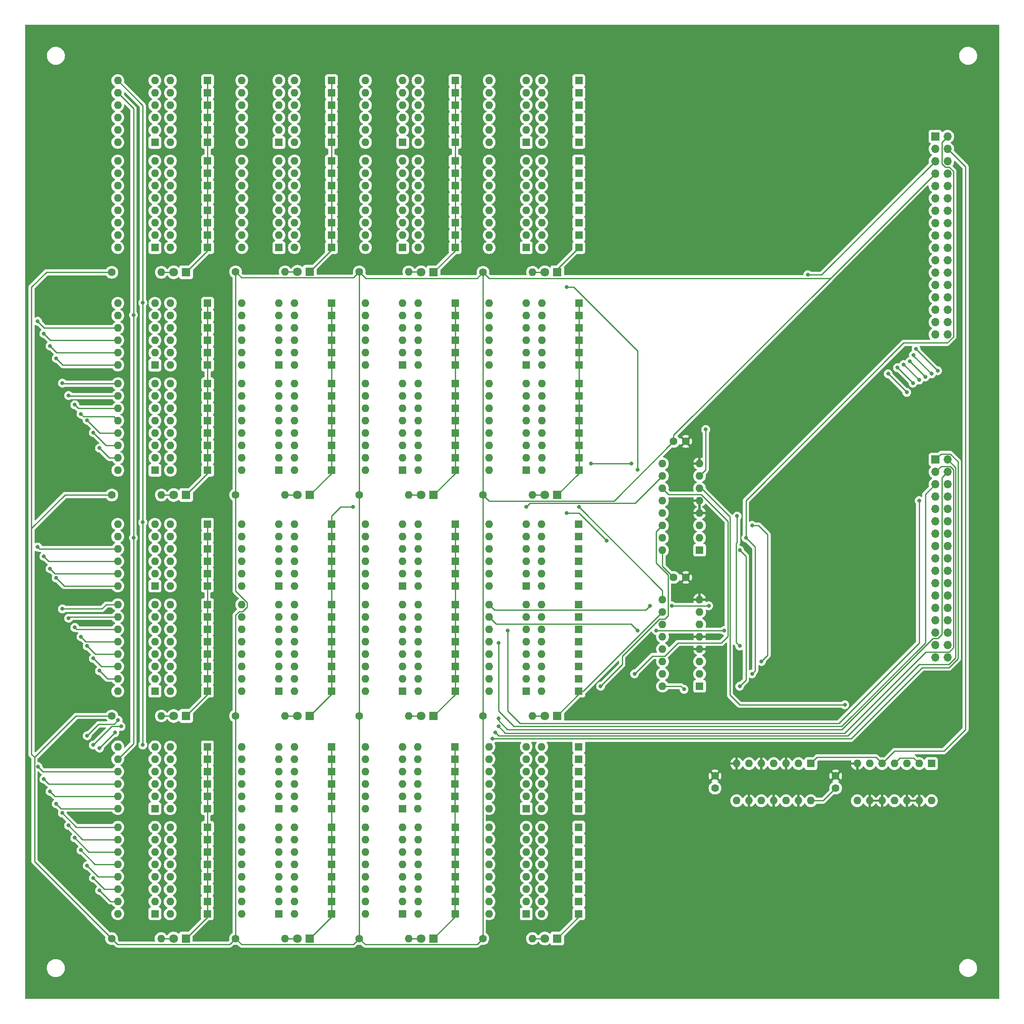
<source format=gbr>
%TF.GenerationSoftware,KiCad,Pcbnew,7.0.7*%
%TF.CreationDate,2023-10-25T17:19:31+09:00*%
%TF.ProjectId,rom2_,726f6d32-5f2e-46b6-9963-61645f706362,rev?*%
%TF.SameCoordinates,Original*%
%TF.FileFunction,Copper,L2,Bot*%
%TF.FilePolarity,Positive*%
%FSLAX46Y46*%
G04 Gerber Fmt 4.6, Leading zero omitted, Abs format (unit mm)*
G04 Created by KiCad (PCBNEW 7.0.7) date 2023-10-25 17:19:31*
%MOMM*%
%LPD*%
G01*
G04 APERTURE LIST*
%TA.AperFunction,ComponentPad*%
%ADD10R,1.600000X1.600000*%
%TD*%
%TA.AperFunction,ComponentPad*%
%ADD11O,1.600000X1.600000*%
%TD*%
%TA.AperFunction,ComponentPad*%
%ADD12R,1.800000X1.800000*%
%TD*%
%TA.AperFunction,ComponentPad*%
%ADD13C,1.800000*%
%TD*%
%TA.AperFunction,ComponentPad*%
%ADD14C,1.600000*%
%TD*%
%TA.AperFunction,ComponentPad*%
%ADD15R,1.700000X1.700000*%
%TD*%
%TA.AperFunction,ComponentPad*%
%ADD16O,1.700000X1.700000*%
%TD*%
%TA.AperFunction,ViaPad*%
%ADD17C,0.800000*%
%TD*%
%TA.AperFunction,Conductor*%
%ADD18C,0.250000*%
%TD*%
G04 APERTURE END LIST*
D10*
%TO.P,SW4,1*%
%TO.N,Net-(D20-A)*%
X345430000Y-208000600D03*
D11*
%TO.P,SW4,2*%
%TO.N,Net-(D22-A)*%
X345430000Y-205460600D03*
%TO.P,SW4,3*%
%TO.N,Net-(D24-A)*%
X345430000Y-202920600D03*
%TO.P,SW4,4*%
%TO.N,Net-(D26-A)*%
X345430000Y-200380600D03*
%TO.P,SW4,5*%
%TO.N,Net-(D28-A)*%
X345430000Y-197840600D03*
%TO.P,SW4,6*%
%TO.N,Net-(D30-A)*%
X345430000Y-195300600D03*
%TO.P,SW4,7*%
%TO.N,2Im0*%
X337810000Y-195300600D03*
%TO.P,SW4,8*%
%TO.N,2Im1*%
X337810000Y-197840600D03*
%TO.P,SW4,9*%
%TO.N,2Im2*%
X337810000Y-200380600D03*
%TO.P,SW4,10*%
%TO.N,2Im3*%
X337810000Y-202920600D03*
%TO.P,SW4,11*%
%TO.N,2Im4*%
X337810000Y-205460600D03*
%TO.P,SW4,12*%
%TO.N,2Im5*%
X337810000Y-208000600D03*
%TD*%
D12*
%TO.P,D1,1,K*%
%TO.N,Net-(D1-K)*%
X300944200Y-234670600D03*
D13*
%TO.P,D1,2,A*%
%TO.N,Net-(D1-A)*%
X298404200Y-234670600D03*
%TD*%
D14*
%TO.P,R10,1*%
%TO.N,+5V*%
X361930000Y-234670600D03*
D11*
%TO.P,R10,2*%
%TO.N,Net-(D122-A)*%
X372090000Y-234670600D03*
%TD*%
D10*
%TO.P,D203,1,K*%
%TO.N,Net-(D181-K)*%
X381625000Y-111861600D03*
D11*
%TO.P,D203,2,A*%
%TO.N,Net-(D203-A)*%
X374005000Y-111861600D03*
%TD*%
D10*
%TO.P,D231,1,K*%
%TO.N,Net-(D211-K)*%
X381625000Y-68681600D03*
D11*
%TO.P,D231,2,A*%
%TO.N,Net-(D231-A)*%
X374005000Y-68681600D03*
%TD*%
D10*
%TO.P,D171,1,K*%
%TO.N,Net-(D151-K)*%
X330835000Y-159766000D03*
D11*
%TO.P,D171,2,A*%
%TO.N,Net-(D171-A)*%
X323215000Y-159766000D03*
%TD*%
D15*
%TO.P,J1,1,Pin_1*%
%TO.N,2oc3*%
X454812400Y-136347200D03*
D16*
%TO.P,J1,2,Pin_2*%
%TO.N,2oc2*%
X457352400Y-136347200D03*
%TO.P,J1,3,Pin_3*%
%TO.N,2oc1*%
X454812400Y-138887200D03*
%TO.P,J1,4,Pin_4*%
%TO.N,2oc0*%
X457352400Y-138887200D03*
%TO.P,J1,5,Pin_5*%
%TO.N,2ol3*%
X454812400Y-141427200D03*
%TO.P,J1,6,Pin_6*%
%TO.N,2ol2*%
X457352400Y-141427200D03*
%TO.P,J1,7,Pin_7*%
%TO.N,2ol1*%
X454812400Y-143967200D03*
%TO.P,J1,8,Pin_8*%
%TO.N,2ol0*%
X457352400Y-143967200D03*
%TO.P,J1,9,Pin_9*%
%TO.N,2Im5*%
X454812400Y-146507200D03*
%TO.P,J1,10,Pin_10*%
%TO.N,2Im4*%
X457352400Y-146507200D03*
%TO.P,J1,11,Pin_11*%
%TO.N,2Im3*%
X454812400Y-149047200D03*
%TO.P,J1,12,Pin_12*%
%TO.N,2Im2*%
X457352400Y-149047200D03*
%TO.P,J1,13,Pin_13*%
%TO.N,2Im1*%
X454812400Y-151587200D03*
%TO.P,J1,14,Pin_14*%
%TO.N,2Im0*%
X457352400Y-151587200D03*
%TO.P,J1,15,Pin_15*%
%TO.N,unconnected-(J1-Pin_15-Pad15)*%
X454812400Y-154127200D03*
%TO.P,J1,16,Pin_16*%
%TO.N,unconnected-(J1-Pin_16-Pad16)*%
X457352400Y-154127200D03*
%TO.P,J1,17,Pin_17*%
%TO.N,unconnected-(J1-Pin_17-Pad17)*%
X454812400Y-156667200D03*
%TO.P,J1,18,Pin_18*%
%TO.N,unconnected-(J1-Pin_18-Pad18)*%
X457352400Y-156667200D03*
%TO.P,J1,19,Pin_19*%
%TO.N,unconnected-(J1-Pin_19-Pad19)*%
X454812400Y-159207200D03*
%TO.P,J1,20,Pin_20*%
%TO.N,unconnected-(J1-Pin_20-Pad20)*%
X457352400Y-159207200D03*
%TO.P,J1,21,Pin_21*%
%TO.N,unconnected-(J1-Pin_21-Pad21)*%
X454812400Y-161747200D03*
%TO.P,J1,22,Pin_22*%
%TO.N,unconnected-(J1-Pin_22-Pad22)*%
X457352400Y-161747200D03*
%TO.P,J1,23,Pin_23*%
%TO.N,unconnected-(J1-Pin_23-Pad23)*%
X454812400Y-164287200D03*
%TO.P,J1,24,Pin_24*%
%TO.N,unconnected-(J1-Pin_24-Pad24)*%
X457352400Y-164287200D03*
%TO.P,J1,25,Pin_25*%
%TO.N,unconnected-(J1-Pin_25-Pad25)*%
X454812400Y-166827200D03*
%TO.P,J1,26,Pin_26*%
%TO.N,unconnected-(J1-Pin_26-Pad26)*%
X457352400Y-166827200D03*
%TO.P,J1,27,Pin_27*%
%TO.N,unconnected-(J1-Pin_27-Pad27)*%
X454812400Y-169367200D03*
%TO.P,J1,28,Pin_28*%
%TO.N,unconnected-(J1-Pin_28-Pad28)*%
X457352400Y-169367200D03*
%TO.P,J1,29,Pin_29*%
%TO.N,unconnected-(J1-Pin_29-Pad29)*%
X454812400Y-171907200D03*
%TO.P,J1,30,Pin_30*%
%TO.N,unconnected-(J1-Pin_30-Pad30)*%
X457352400Y-171907200D03*
%TO.P,J1,31,Pin_31*%
%TO.N,unconnected-(J1-Pin_31-Pad31)*%
X454812400Y-174447200D03*
%TO.P,J1,32,Pin_32*%
%TO.N,unconnected-(J1-Pin_32-Pad32)*%
X457352400Y-174447200D03*
%TO.P,J1,33,Pin_33*%
%TO.N,unconnected-(J1-Pin_33-Pad33)*%
X454812400Y-176987200D03*
%TO.P,J1,34,Pin_34*%
%TO.N,unconnected-(J1-Pin_34-Pad34)*%
X457352400Y-176987200D03*
%TD*%
D10*
%TO.P,D14,1,K*%
%TO.N,Net-(D10-K)*%
X356227231Y-216909136D03*
D11*
%TO.P,D14,2,A*%
%TO.N,Net-(D14-A)*%
X348607231Y-216909136D03*
%TD*%
D10*
%TO.P,SW6,1*%
%TO.N,Net-(D34-A)*%
X345430000Y-183896000D03*
D11*
%TO.P,SW6,2*%
%TO.N,Net-(D36-A)*%
X345430000Y-181356000D03*
%TO.P,SW6,3*%
%TO.N,Net-(D38-A)*%
X345430000Y-178816000D03*
%TO.P,SW6,4*%
%TO.N,Net-(D40-A)*%
X345430000Y-176276000D03*
%TO.P,SW6,5*%
%TO.N,Net-(D42-A)*%
X345430000Y-173736000D03*
%TO.P,SW6,6*%
%TO.N,Net-(D44-A)*%
X345430000Y-171196000D03*
%TO.P,SW6,7*%
%TO.N,Net-(D46-A)*%
X345430000Y-168656000D03*
%TO.P,SW6,8*%
%TO.N,Net-(D48-A)*%
X345430000Y-166116000D03*
%TO.P,SW6,9*%
%TO.N,2ol0*%
X337810000Y-166116000D03*
%TO.P,SW6,10*%
%TO.N,2ol1*%
X337810000Y-168656000D03*
%TO.P,SW6,11*%
%TO.N,2ol2*%
X337810000Y-171196000D03*
%TO.P,SW6,12*%
%TO.N,2ol3*%
X337810000Y-173736000D03*
%TO.P,SW6,13*%
%TO.N,2oc0*%
X337810000Y-176276000D03*
%TO.P,SW6,14*%
%TO.N,2oc1*%
X337810000Y-178816000D03*
%TO.P,SW6,15*%
%TO.N,2oc2*%
X337810000Y-181356000D03*
%TO.P,SW6,16*%
%TO.N,2oc3*%
X337810000Y-183896000D03*
%TD*%
D10*
%TO.P,D59,1,K*%
%TO.N,Net-(D31-K)*%
X305384200Y-149606000D03*
D11*
%TO.P,D59,2,A*%
%TO.N,Net-(D59-A)*%
X297764200Y-149606000D03*
%TD*%
D10*
%TO.P,D46,1,K*%
%TO.N,Net-(D32-K)*%
X356225000Y-168656000D03*
D11*
%TO.P,D46,2,A*%
%TO.N,Net-(D46-A)*%
X348605000Y-168656000D03*
%TD*%
D10*
%TO.P,D50,1,K*%
%TO.N,Net-(D32-K)*%
X356225000Y-162306000D03*
D11*
%TO.P,D50,2,A*%
%TO.N,Net-(D50-A)*%
X348605000Y-162306000D03*
%TD*%
D10*
%TO.P,D202,1,K*%
%TO.N,Net-(D182-K)*%
X330845000Y-114401600D03*
D11*
%TO.P,D202,2,A*%
%TO.N,Net-(D202-A)*%
X323225000Y-114401600D03*
%TD*%
D10*
%TO.P,D145,1,K*%
%TO.N,Net-(D121-K)*%
X330835000Y-200380600D03*
D11*
%TO.P,D145,2,A*%
%TO.N,Net-(D145-A)*%
X323215000Y-200380600D03*
%TD*%
D10*
%TO.P,D22,1,K*%
%TO.N,Net-(D10-K)*%
X356213363Y-205449923D03*
D11*
%TO.P,D22,2,A*%
%TO.N,Net-(D22-A)*%
X348593363Y-205449923D03*
%TD*%
D10*
%TO.P,D156,1,K*%
%TO.N,Net-(D152-K)*%
X381615000Y-181356000D03*
D11*
%TO.P,D156,2,A*%
%TO.N,Net-(D156-A)*%
X373995000Y-181356000D03*
%TD*%
D10*
%TO.P,D77,1,K*%
%TO.N,Net-(D61-K)*%
X305394200Y-120751600D03*
D11*
%TO.P,D77,2,A*%
%TO.N,Net-(D77-A)*%
X297774200Y-120751600D03*
%TD*%
D10*
%TO.P,U1,1*%
%TO.N,pc3*%
X429260000Y-198755000D03*
D11*
%TO.P,U1,2*%
%TO.N,Net-(U1-Pad2)*%
X426720000Y-198755000D03*
%TO.P,U1,3*%
%TO.N,GND*%
X424180000Y-198755000D03*
%TO.P,U1,4*%
%TO.N,unconnected-(U1-Pad4)*%
X421640000Y-198755000D03*
%TO.P,U1,5*%
%TO.N,GND*%
X419100000Y-198755000D03*
%TO.P,U1,6*%
%TO.N,unconnected-(U1-Pad6)*%
X416560000Y-198755000D03*
%TO.P,U1,7,GND*%
%TO.N,GND*%
X414020000Y-198755000D03*
%TO.P,U1,8*%
%TO.N,unconnected-(U1-Pad8)*%
X414020000Y-206375000D03*
%TO.P,U1,9*%
%TO.N,GND*%
X416560000Y-206375000D03*
%TO.P,U1,10*%
%TO.N,unconnected-(U1-Pad10)*%
X419100000Y-206375000D03*
%TO.P,U1,11*%
%TO.N,GND*%
X421640000Y-206375000D03*
%TO.P,U1,12*%
%TO.N,unconnected-(U1-Pad12)*%
X424180000Y-206375000D03*
%TO.P,U1,13*%
%TO.N,GND*%
X426720000Y-206375000D03*
%TO.P,U1,14,Vcc*%
%TO.N,+5V*%
X429260000Y-206375000D03*
%TD*%
D10*
%TO.P,SW2,1*%
%TO.N,Net-(D4-A)*%
X345430000Y-229590600D03*
D11*
%TO.P,SW2,2*%
%TO.N,Net-(D6-A)*%
X345430000Y-227050600D03*
%TO.P,SW2,3*%
%TO.N,Net-(D8-A)*%
X345430000Y-224510600D03*
%TO.P,SW2,4*%
%TO.N,Net-(D10-A)*%
X345430000Y-221970600D03*
%TO.P,SW2,5*%
%TO.N,Net-(D12-A)*%
X345430000Y-219430600D03*
%TO.P,SW2,6*%
%TO.N,Net-(D14-A)*%
X345430000Y-216890600D03*
%TO.P,SW2,7*%
%TO.N,Net-(D16-A)*%
X345430000Y-214350600D03*
%TO.P,SW2,8*%
%TO.N,Net-(D18-A)*%
X345430000Y-211810600D03*
%TO.P,SW2,9*%
%TO.N,2ol0*%
X337810000Y-211810600D03*
%TO.P,SW2,10*%
%TO.N,2ol1*%
X337810000Y-214350600D03*
%TO.P,SW2,11*%
%TO.N,2ol2*%
X337810000Y-216890600D03*
%TO.P,SW2,12*%
%TO.N,2ol3*%
X337810000Y-219430600D03*
%TO.P,SW2,13*%
%TO.N,2oc0*%
X337810000Y-221970600D03*
%TO.P,SW2,14*%
%TO.N,2oc1*%
X337810000Y-224510600D03*
%TO.P,SW2,15*%
%TO.N,2oc2*%
X337810000Y-227050600D03*
%TO.P,SW2,16*%
%TO.N,2oc3*%
X337810000Y-229590600D03*
%TD*%
D14*
%TO.P,R2,1*%
%TO.N,+5V*%
X336540000Y-234670600D03*
D11*
%TO.P,R2,2*%
%TO.N,Net-(D2-A)*%
X346700000Y-234670600D03*
%TD*%
D14*
%TO.P,R5,1*%
%TO.N,+5V*%
X285750000Y-143611600D03*
D11*
%TO.P,R5,2*%
%TO.N,Net-(D61-A)*%
X295910000Y-143611600D03*
%TD*%
D12*
%TO.P,D32,1,K*%
%TO.N,Net-(D32-K)*%
X351790000Y-188976000D03*
D13*
%TO.P,D32,2,A*%
%TO.N,Net-(D32-A)*%
X349250000Y-188976000D03*
%TD*%
D10*
%TO.P,D98,1,K*%
%TO.N,Net-(D100-K)*%
X356235000Y-87731600D03*
D11*
%TO.P,D98,2,A*%
%TO.N,Net-(D98-A)*%
X348615000Y-87731600D03*
%TD*%
D14*
%TO.P,C4,1*%
%TO.N,+5V*%
X434340000Y-203795000D03*
%TO.P,C4,2*%
%TO.N,GND*%
X434340000Y-201295000D03*
%TD*%
D10*
%TO.P,D72,1,K*%
%TO.N,Net-(D62-K)*%
X356235000Y-128371600D03*
D11*
%TO.P,D72,2,A*%
%TO.N,Net-(D72-A)*%
X348615000Y-128371600D03*
%TD*%
D12*
%TO.P,D92,1,K*%
%TO.N,Net-(D100-K)*%
X351790000Y-97891600D03*
D13*
%TO.P,D92,2,A*%
%TO.N,Net-(D92-A)*%
X349250000Y-97891600D03*
%TD*%
D10*
%TO.P,D101,1,K*%
%TO.N,Net-(D101-K)*%
X305394200Y-82651600D03*
D11*
%TO.P,D101,2,A*%
%TO.N,Net-(D101-A)*%
X297774200Y-82651600D03*
%TD*%
D10*
%TO.P,D105,1,K*%
%TO.N,Net-(D101-K)*%
X305394200Y-77571600D03*
D11*
%TO.P,D105,2,A*%
%TO.N,Net-(D105-A)*%
X297774200Y-77571600D03*
%TD*%
D10*
%TO.P,D177,1,K*%
%TO.N,Net-(D151-K)*%
X330835000Y-152146000D03*
D11*
%TO.P,D177,2,A*%
%TO.N,Net-(D177-A)*%
X323215000Y-152146000D03*
%TD*%
D10*
%TO.P,SW18,1*%
%TO.N,Net-(D124-A)*%
X370820000Y-229600600D03*
D11*
%TO.P,SW18,2*%
%TO.N,Net-(D126-A)*%
X370820000Y-227060600D03*
%TO.P,SW18,3*%
%TO.N,Net-(D128-A)*%
X370820000Y-224520600D03*
%TO.P,SW18,4*%
%TO.N,Net-(D130-A)*%
X370820000Y-221980600D03*
%TO.P,SW18,5*%
%TO.N,Net-(D132-A)*%
X370820000Y-219440600D03*
%TO.P,SW18,6*%
%TO.N,Net-(D134-A)*%
X370820000Y-216900600D03*
%TO.P,SW18,7*%
%TO.N,Net-(D136-A)*%
X370820000Y-214360600D03*
%TO.P,SW18,8*%
%TO.N,Net-(D138-A)*%
X370820000Y-211820600D03*
%TO.P,SW18,9*%
%TO.N,2ol0*%
X363200000Y-211820600D03*
%TO.P,SW18,10*%
%TO.N,2ol1*%
X363200000Y-214360600D03*
%TO.P,SW18,11*%
%TO.N,2ol2*%
X363200000Y-216900600D03*
%TO.P,SW18,12*%
%TO.N,2ol3*%
X363200000Y-219440600D03*
%TO.P,SW18,13*%
%TO.N,2oc0*%
X363200000Y-221980600D03*
%TO.P,SW18,14*%
%TO.N,2oc1*%
X363200000Y-224520600D03*
%TO.P,SW18,15*%
%TO.N,2oc2*%
X363200000Y-227060600D03*
%TO.P,SW18,16*%
%TO.N,2oc3*%
X363200000Y-229600600D03*
%TD*%
D12*
%TO.P,D152,1,K*%
%TO.N,Net-(D152-K)*%
X377170000Y-188976000D03*
D13*
%TO.P,D152,2,A*%
%TO.N,Net-(D152-A)*%
X374630000Y-188976000D03*
%TD*%
D10*
%TO.P,D134,1,K*%
%TO.N,Net-(D122-K)*%
X381615000Y-216890600D03*
D11*
%TO.P,D134,2,A*%
%TO.N,Net-(D134-A)*%
X373995000Y-216890600D03*
%TD*%
D10*
%TO.P,D114,1,K*%
%TO.N,Net-(D100-K)*%
X356235000Y-66141600D03*
D11*
%TO.P,D114,2,A*%
%TO.N,Net-(D114-A)*%
X348615000Y-66141600D03*
%TD*%
D10*
%TO.P,D186,1,K*%
%TO.N,Net-(D182-K)*%
X330845000Y-135991600D03*
D11*
%TO.P,D186,2,A*%
%TO.N,Net-(D186-A)*%
X323225000Y-135991600D03*
%TD*%
D10*
%TO.P,D214,1,K*%
%TO.N,Net-(D212-K)*%
X330845000Y-92811600D03*
D11*
%TO.P,D214,2,A*%
%TO.N,Net-(D214-A)*%
X323225000Y-92811600D03*
%TD*%
D10*
%TO.P,D210,1,K*%
%TO.N,Net-(D182-K)*%
X330845000Y-104241600D03*
D11*
%TO.P,D210,2,A*%
%TO.N,Net-(D210-A)*%
X323225000Y-104241600D03*
%TD*%
D12*
%TO.P,D2,1,K*%
%TO.N,Net-(D10-K)*%
X351790000Y-234670600D03*
D13*
%TO.P,D2,2,A*%
%TO.N,Net-(D2-A)*%
X349250000Y-234670600D03*
%TD*%
D10*
%TO.P,D10,1,K*%
%TO.N,Net-(D10-K)*%
X356227231Y-221989136D03*
D11*
%TO.P,D10,2,A*%
%TO.N,Net-(D10-A)*%
X348607231Y-221989136D03*
%TD*%
D10*
%TO.P,SW28,1*%
%TO.N,Net-(D200-A)*%
X320050000Y-116941600D03*
D11*
%TO.P,SW28,2*%
%TO.N,Net-(D202-A)*%
X320050000Y-114401600D03*
%TO.P,SW28,3*%
%TO.N,Net-(D204-A)*%
X320050000Y-111861600D03*
%TO.P,SW28,4*%
%TO.N,Net-(D206-A)*%
X320050000Y-109321600D03*
%TO.P,SW28,5*%
%TO.N,Net-(D208-A)*%
X320050000Y-106781600D03*
%TO.P,SW28,6*%
%TO.N,Net-(D210-A)*%
X320050000Y-104241600D03*
%TO.P,SW28,7*%
%TO.N,2Im0*%
X312430000Y-104241600D03*
%TO.P,SW28,8*%
%TO.N,2Im1*%
X312430000Y-106781600D03*
%TO.P,SW28,9*%
%TO.N,2Im2*%
X312430000Y-109321600D03*
%TO.P,SW28,10*%
%TO.N,2Im3*%
X312430000Y-111861600D03*
%TO.P,SW28,11*%
%TO.N,2Im4*%
X312430000Y-114401600D03*
%TO.P,SW28,12*%
%TO.N,2Im5*%
X312430000Y-116941600D03*
%TD*%
D10*
%TO.P,D111,1,K*%
%TO.N,Net-(D101-K)*%
X305394200Y-68681600D03*
D11*
%TO.P,D111,2,A*%
%TO.N,Net-(D111-A)*%
X297774200Y-68681600D03*
%TD*%
D14*
%TO.P,R12,1*%
%TO.N,+5V*%
X361930000Y-188976000D03*
D11*
%TO.P,R12,2*%
%TO.N,Net-(D152-A)*%
X372090000Y-188976000D03*
%TD*%
D10*
%TO.P,SW26,1*%
%TO.N,Net-(D184-A)*%
X320050000Y-138531600D03*
D11*
%TO.P,SW26,2*%
%TO.N,Net-(D186-A)*%
X320050000Y-135991600D03*
%TO.P,SW26,3*%
%TO.N,Net-(D188-A)*%
X320050000Y-133451600D03*
%TO.P,SW26,4*%
%TO.N,Net-(D190-A)*%
X320050000Y-130911600D03*
%TO.P,SW26,5*%
%TO.N,Net-(D192-A)*%
X320050000Y-128371600D03*
%TO.P,SW26,6*%
%TO.N,Net-(D194-A)*%
X320050000Y-125831600D03*
%TO.P,SW26,7*%
%TO.N,Net-(D196-A)*%
X320050000Y-123291600D03*
%TO.P,SW26,8*%
%TO.N,Net-(D198-A)*%
X320050000Y-120751600D03*
%TO.P,SW26,9*%
%TO.N,2ol0*%
X312430000Y-120751600D03*
%TO.P,SW26,10*%
%TO.N,2ol1*%
X312430000Y-123291600D03*
%TO.P,SW26,11*%
%TO.N,2ol2*%
X312430000Y-125831600D03*
%TO.P,SW26,12*%
%TO.N,2ol3*%
X312430000Y-128371600D03*
%TO.P,SW26,13*%
%TO.N,2oc0*%
X312430000Y-130911600D03*
%TO.P,SW26,14*%
%TO.N,2oc1*%
X312430000Y-133451600D03*
%TO.P,SW26,15*%
%TO.N,2oc2*%
X312430000Y-135991600D03*
%TO.P,SW26,16*%
%TO.N,2oc3*%
X312430000Y-138531600D03*
%TD*%
D10*
%TO.P,D168,1,K*%
%TO.N,Net-(D152-K)*%
X381615000Y-166116000D03*
D11*
%TO.P,D168,2,A*%
%TO.N,Net-(D168-A)*%
X373995000Y-166116000D03*
%TD*%
D12*
%TO.P,D62,1,K*%
%TO.N,Net-(D62-K)*%
X351800000Y-143611600D03*
D13*
%TO.P,D62,2,A*%
%TO.N,Net-(D62-A)*%
X349260000Y-143611600D03*
%TD*%
D10*
%TO.P,SW20,1*%
%TO.N,Net-(D140-A)*%
X370820000Y-208000600D03*
D11*
%TO.P,SW20,2*%
%TO.N,Net-(D142-A)*%
X370820000Y-205460600D03*
%TO.P,SW20,3*%
%TO.N,Net-(D144-A)*%
X370820000Y-202920600D03*
%TO.P,SW20,4*%
%TO.N,Net-(D146-A)*%
X370820000Y-200380600D03*
%TO.P,SW20,5*%
%TO.N,Net-(D148-A)*%
X370820000Y-197840600D03*
%TO.P,SW20,6*%
%TO.N,Net-(D150-A)*%
X370820000Y-195300600D03*
%TO.P,SW20,7*%
%TO.N,2Im0*%
X363200000Y-195300600D03*
%TO.P,SW20,8*%
%TO.N,2Im1*%
X363200000Y-197840600D03*
%TO.P,SW20,9*%
%TO.N,2Im2*%
X363200000Y-200380600D03*
%TO.P,SW20,10*%
%TO.N,2Im3*%
X363200000Y-202920600D03*
%TO.P,SW20,11*%
%TO.N,2Im4*%
X363200000Y-205460600D03*
%TO.P,SW20,12*%
%TO.N,2Im5*%
X363200000Y-208000600D03*
%TD*%
D10*
%TO.P,D7,1,K*%
%TO.N,Net-(D1-K)*%
X305348058Y-224572396D03*
D11*
%TO.P,D7,2,A*%
%TO.N,Net-(D7-A)*%
X297728058Y-224572396D03*
%TD*%
D10*
%TO.P,D184,1,K*%
%TO.N,Net-(D182-K)*%
X330845000Y-138531600D03*
D11*
%TO.P,D184,2,A*%
%TO.N,Net-(D184-A)*%
X323225000Y-138531600D03*
%TD*%
D10*
%TO.P,D238,1,K*%
%TO.N,Net-(D212-K)*%
X330845000Y-61061600D03*
D11*
%TO.P,D238,2,A*%
%TO.N,Net-(D238-A)*%
X323225000Y-61061600D03*
%TD*%
D10*
%TO.P,D123,1,K*%
%TO.N,Net-(D121-K)*%
X330835000Y-229590600D03*
D11*
%TO.P,D123,2,A*%
%TO.N,Net-(D123-A)*%
X323215000Y-229590600D03*
%TD*%
D10*
%TO.P,D44,1,K*%
%TO.N,Net-(D32-K)*%
X356225000Y-171196000D03*
D11*
%TO.P,D44,2,A*%
%TO.N,Net-(D44-A)*%
X348605000Y-171196000D03*
%TD*%
D14*
%TO.P,R16,1*%
%TO.N,+5V*%
X311155000Y-97790000D03*
D11*
%TO.P,R16,2*%
%TO.N,Net-(D212-A)*%
X321315000Y-97790000D03*
%TD*%
D12*
%TO.P,D182,1,K*%
%TO.N,Net-(D182-K)*%
X326400000Y-143611600D03*
D13*
%TO.P,D182,2,A*%
%TO.N,Net-(D182-A)*%
X323860000Y-143611600D03*
%TD*%
D12*
%TO.P,D211,1,K*%
%TO.N,Net-(D211-K)*%
X377190000Y-97891600D03*
D13*
%TO.P,D211,2,A*%
%TO.N,Net-(D211-A)*%
X374650000Y-97891600D03*
%TD*%
D10*
%TO.P,D149,1,K*%
%TO.N,Net-(D121-K)*%
X330835000Y-195300600D03*
D11*
%TO.P,D149,2,A*%
%TO.N,Net-(D149-A)*%
X323215000Y-195300600D03*
%TD*%
D12*
%TO.P,D121,1,K*%
%TO.N,Net-(D121-K)*%
X326395000Y-234670600D03*
D13*
%TO.P,D121,2,A*%
%TO.N,Net-(D121-A)*%
X323855000Y-234670600D03*
%TD*%
D14*
%TO.P,C1,1*%
%TO.N,+5V*%
X401076000Y-160533400D03*
%TO.P,C1,2*%
%TO.N,GND*%
X403576000Y-160533400D03*
%TD*%
D10*
%TO.P,SW32,1*%
%TO.N,Net-(D230-A)*%
X320040000Y-71221600D03*
D11*
%TO.P,SW32,2*%
%TO.N,Net-(D232-A)*%
X320040000Y-68681600D03*
%TO.P,SW32,3*%
%TO.N,Net-(D234-A)*%
X320040000Y-66141600D03*
%TO.P,SW32,4*%
%TO.N,Net-(D236-A)*%
X320040000Y-63601600D03*
%TO.P,SW32,5*%
%TO.N,Net-(D238-A)*%
X320040000Y-61061600D03*
%TO.P,SW32,6*%
%TO.N,Net-(D240-A)*%
X320040000Y-58521600D03*
%TO.P,SW32,7*%
%TO.N,2Im0*%
X312420000Y-58521600D03*
%TO.P,SW32,8*%
%TO.N,2Im1*%
X312420000Y-61061600D03*
%TO.P,SW32,9*%
%TO.N,2Im2*%
X312420000Y-63601600D03*
%TO.P,SW32,10*%
%TO.N,2Im3*%
X312420000Y-66141600D03*
%TO.P,SW32,11*%
%TO.N,2Im4*%
X312420000Y-68681600D03*
%TO.P,SW32,12*%
%TO.N,2Im5*%
X312420000Y-71221600D03*
%TD*%
D10*
%TO.P,D16,1,K*%
%TO.N,Net-(D10-K)*%
X356227231Y-214369136D03*
D11*
%TO.P,D16,2,A*%
%TO.N,Net-(D16-A)*%
X348607231Y-214369136D03*
%TD*%
D10*
%TO.P,U3,1,A0*%
%TO.N,pc0*%
X406400000Y-154940000D03*
D11*
%TO.P,U3,2,A1*%
%TO.N,pc1*%
X406400000Y-152400000D03*
%TO.P,U3,3,A2*%
%TO.N,pc2*%
X406400000Y-149860000D03*
%TO.P,U3,4,~{E0}*%
%TO.N,GND*%
X406400000Y-147320000D03*
%TO.P,U3,5,~{E1}*%
X406400000Y-144780000D03*
%TO.P,U3,6,E2*%
%TO.N,Net-(U3-E2)*%
X406400000Y-142240000D03*
%TO.P,U3,7,~{Y7}*%
%TO.N,Net-(D212-K)*%
X406400000Y-139700000D03*
%TO.P,U3,8,GND*%
%TO.N,GND*%
X406400000Y-137160000D03*
%TO.P,U3,9,~{Y6}*%
%TO.N,Net-(D182-K)*%
X398780000Y-137160000D03*
%TO.P,U3,10,~{Y5}*%
%TO.N,Net-(D151-K)*%
X398780000Y-139700000D03*
%TO.P,U3,11,~{Y4}*%
%TO.N,Net-(D121-K)*%
X398780000Y-142240000D03*
%TO.P,U3,12,~{Y3}*%
%TO.N,Net-(D101-K)*%
X398780000Y-144780000D03*
%TO.P,U3,13,~{Y2}*%
%TO.N,Net-(D61-K)*%
X398780000Y-147320000D03*
%TO.P,U3,14,~{Y1}*%
%TO.N,Net-(D31-K)*%
X398780000Y-149860000D03*
%TO.P,U3,15,~{Y0}*%
%TO.N,Net-(D1-K)*%
X398780000Y-152400000D03*
%TO.P,U3,16,VCC*%
%TO.N,+5V*%
X398780000Y-154940000D03*
%TD*%
D10*
%TO.P,D52,1,K*%
%TO.N,Net-(D32-K)*%
X356225000Y-159766000D03*
D11*
%TO.P,D52,2,A*%
%TO.N,Net-(D52-A)*%
X348605000Y-159766000D03*
%TD*%
D10*
%TO.P,D196,1,K*%
%TO.N,Net-(D182-K)*%
X330845000Y-123291600D03*
D11*
%TO.P,D196,2,A*%
%TO.N,Net-(D196-A)*%
X323225000Y-123291600D03*
%TD*%
D10*
%TO.P,D221,1,K*%
%TO.N,Net-(D211-K)*%
X381625000Y-82651600D03*
D11*
%TO.P,D221,2,A*%
%TO.N,Net-(D221-A)*%
X374005000Y-82651600D03*
%TD*%
D10*
%TO.P,SW12,1*%
%TO.N,Net-(D80-A)*%
X345440000Y-116941600D03*
D11*
%TO.P,SW12,2*%
%TO.N,Net-(D82-A)*%
X345440000Y-114401600D03*
%TO.P,SW12,3*%
%TO.N,Net-(D84-A)*%
X345440000Y-111861600D03*
%TO.P,SW12,4*%
%TO.N,Net-(D86-A)*%
X345440000Y-109321600D03*
%TO.P,SW12,5*%
%TO.N,Net-(D88-A)*%
X345440000Y-106781600D03*
%TO.P,SW12,6*%
%TO.N,Net-(D90-A)*%
X345440000Y-104241600D03*
%TO.P,SW12,7*%
%TO.N,2Im0*%
X337820000Y-104241600D03*
%TO.P,SW12,8*%
%TO.N,2Im1*%
X337820000Y-106781600D03*
%TO.P,SW12,9*%
%TO.N,2Im2*%
X337820000Y-109321600D03*
%TO.P,SW12,10*%
%TO.N,2Im3*%
X337820000Y-111861600D03*
%TO.P,SW12,11*%
%TO.N,2Im4*%
X337820000Y-114401600D03*
%TO.P,SW12,12*%
%TO.N,2Im5*%
X337820000Y-116941600D03*
%TD*%
D10*
%TO.P,D224,1,K*%
%TO.N,Net-(D212-K)*%
X330845000Y-80111600D03*
D11*
%TO.P,D224,2,A*%
%TO.N,Net-(D224-A)*%
X323225000Y-80111600D03*
%TD*%
D10*
%TO.P,D135,1,K*%
%TO.N,Net-(D121-K)*%
X330835000Y-214350600D03*
D11*
%TO.P,D135,2,A*%
%TO.N,Net-(D135-A)*%
X323215000Y-214350600D03*
%TD*%
D10*
%TO.P,D86,1,K*%
%TO.N,Net-(D62-K)*%
X356235000Y-109321600D03*
D11*
%TO.P,D86,2,A*%
%TO.N,Net-(D86-A)*%
X348615000Y-109321600D03*
%TD*%
D10*
%TO.P,SW27,1*%
%TO.N,Net-(D199-A)*%
X370820000Y-116941600D03*
D11*
%TO.P,SW27,2*%
%TO.N,Net-(D201-A)*%
X370820000Y-114401600D03*
%TO.P,SW27,3*%
%TO.N,Net-(D203-A)*%
X370820000Y-111861600D03*
%TO.P,SW27,4*%
%TO.N,Net-(D205-A)*%
X370820000Y-109321600D03*
%TO.P,SW27,5*%
%TO.N,Net-(D207-A)*%
X370820000Y-106781600D03*
%TO.P,SW27,6*%
%TO.N,Net-(D209-A)*%
X370820000Y-104241600D03*
%TO.P,SW27,7*%
%TO.N,2Im0*%
X363200000Y-104241600D03*
%TO.P,SW27,8*%
%TO.N,2Im1*%
X363200000Y-106781600D03*
%TO.P,SW27,9*%
%TO.N,2Im2*%
X363200000Y-109321600D03*
%TO.P,SW27,10*%
%TO.N,2Im3*%
X363200000Y-111861600D03*
%TO.P,SW27,11*%
%TO.N,2Im4*%
X363200000Y-114401600D03*
%TO.P,SW27,12*%
%TO.N,2Im5*%
X363200000Y-116941600D03*
%TD*%
D10*
%TO.P,D130,1,K*%
%TO.N,Net-(D122-K)*%
X381615000Y-221970600D03*
D11*
%TO.P,D130,2,A*%
%TO.N,Net-(D130-A)*%
X373995000Y-221970600D03*
%TD*%
D10*
%TO.P,D3,1,K*%
%TO.N,Net-(D1-K)*%
X305348058Y-229622529D03*
D11*
%TO.P,D3,2,A*%
%TO.N,Net-(D3-A)*%
X297728058Y-229622529D03*
%TD*%
D10*
%TO.P,D223,1,K*%
%TO.N,Net-(D211-K)*%
X381625000Y-80111600D03*
D11*
%TO.P,D223,2,A*%
%TO.N,Net-(D223-A)*%
X374005000Y-80111600D03*
%TD*%
D10*
%TO.P,D131,1,K*%
%TO.N,Net-(D121-K)*%
X330835000Y-219430600D03*
D11*
%TO.P,D131,2,A*%
%TO.N,Net-(D131-A)*%
X323215000Y-219430600D03*
%TD*%
D10*
%TO.P,D76,1,K*%
%TO.N,Net-(D62-K)*%
X356235000Y-123291600D03*
D11*
%TO.P,D76,2,A*%
%TO.N,Net-(D76-A)*%
X348615000Y-123291600D03*
%TD*%
D10*
%TO.P,D154,1,K*%
%TO.N,Net-(D152-K)*%
X381615000Y-183896000D03*
D11*
%TO.P,D154,2,A*%
%TO.N,Net-(D154-A)*%
X373995000Y-183896000D03*
%TD*%
D10*
%TO.P,SW16,1*%
%TO.N,Net-(D110-A)*%
X345440000Y-71221600D03*
D11*
%TO.P,SW16,2*%
%TO.N,Net-(D112-A)*%
X345440000Y-68681600D03*
%TO.P,SW16,3*%
%TO.N,Net-(D114-A)*%
X345440000Y-66141600D03*
%TO.P,SW16,4*%
%TO.N,Net-(D116-A)*%
X345440000Y-63601600D03*
%TO.P,SW16,5*%
%TO.N,Net-(D118-A)*%
X345440000Y-61061600D03*
%TO.P,SW16,6*%
%TO.N,Net-(D120-A)*%
X345440000Y-58521600D03*
%TO.P,SW16,7*%
%TO.N,2Im0*%
X337820000Y-58521600D03*
%TO.P,SW16,8*%
%TO.N,2Im1*%
X337820000Y-61061600D03*
%TO.P,SW16,9*%
%TO.N,2Im2*%
X337820000Y-63601600D03*
%TO.P,SW16,10*%
%TO.N,2Im3*%
X337820000Y-66141600D03*
%TO.P,SW16,11*%
%TO.N,2Im4*%
X337820000Y-68681600D03*
%TO.P,SW16,12*%
%TO.N,2Im5*%
X337820000Y-71221600D03*
%TD*%
D10*
%TO.P,D90,1,K*%
%TO.N,Net-(D62-K)*%
X356235000Y-104241600D03*
D11*
%TO.P,D90,2,A*%
%TO.N,Net-(D90-A)*%
X348615000Y-104241600D03*
%TD*%
D10*
%TO.P,D139,1,K*%
%TO.N,Net-(D121-K)*%
X330835000Y-208000600D03*
D11*
%TO.P,D139,2,A*%
%TO.N,Net-(D139-A)*%
X323215000Y-208000600D03*
%TD*%
D10*
%TO.P,D158,1,K*%
%TO.N,Net-(D152-K)*%
X381615000Y-178816000D03*
D11*
%TO.P,D158,2,A*%
%TO.N,Net-(D158-A)*%
X373995000Y-178816000D03*
%TD*%
D10*
%TO.P,D88,1,K*%
%TO.N,Net-(D62-K)*%
X356235000Y-106781600D03*
D11*
%TO.P,D88,2,A*%
%TO.N,Net-(D88-A)*%
X348615000Y-106781600D03*
%TD*%
D10*
%TO.P,D124,1,K*%
%TO.N,Net-(D122-K)*%
X381615000Y-229590600D03*
D11*
%TO.P,D124,2,A*%
%TO.N,Net-(D124-A)*%
X373995000Y-229590600D03*
%TD*%
D10*
%TO.P,D199,1,K*%
%TO.N,Net-(D181-K)*%
X381625000Y-116941600D03*
D11*
%TO.P,D199,2,A*%
%TO.N,Net-(D199-A)*%
X374005000Y-116941600D03*
%TD*%
D10*
%TO.P,D197,1,K*%
%TO.N,Net-(D181-K)*%
X381625000Y-120751600D03*
D11*
%TO.P,D197,2,A*%
%TO.N,Net-(D197-A)*%
X374005000Y-120751600D03*
%TD*%
D10*
%TO.P,D175,1,K*%
%TO.N,Net-(D151-K)*%
X330835000Y-154686000D03*
D11*
%TO.P,D175,2,A*%
%TO.N,Net-(D175-A)*%
X323215000Y-154686000D03*
%TD*%
D10*
%TO.P,SW24,1*%
%TO.N,Net-(D170-A)*%
X370820000Y-162306000D03*
D11*
%TO.P,SW24,2*%
%TO.N,Net-(D172-A)*%
X370820000Y-159766000D03*
%TO.P,SW24,3*%
%TO.N,Net-(D174-A)*%
X370820000Y-157226000D03*
%TO.P,SW24,4*%
%TO.N,Net-(D176-A)*%
X370820000Y-154686000D03*
%TO.P,SW24,5*%
%TO.N,Net-(D178-A)*%
X370820000Y-152146000D03*
%TO.P,SW24,6*%
%TO.N,Net-(D180-A)*%
X370820000Y-149606000D03*
%TO.P,SW24,7*%
%TO.N,2Im0*%
X363200000Y-149606000D03*
%TO.P,SW24,8*%
%TO.N,2Im1*%
X363200000Y-152146000D03*
%TO.P,SW24,9*%
%TO.N,2Im2*%
X363200000Y-154686000D03*
%TO.P,SW24,10*%
%TO.N,2Im3*%
X363200000Y-157226000D03*
%TO.P,SW24,11*%
%TO.N,2Im4*%
X363200000Y-159766000D03*
%TO.P,SW24,12*%
%TO.N,2Im5*%
X363200000Y-162306000D03*
%TD*%
D10*
%TO.P,D144,1,K*%
%TO.N,Net-(D122-K)*%
X381615000Y-202920600D03*
D11*
%TO.P,D144,2,A*%
%TO.N,Net-(D144-A)*%
X373995000Y-202920600D03*
%TD*%
D10*
%TO.P,D96,1,K*%
%TO.N,Net-(D100-K)*%
X356235000Y-90271600D03*
D11*
%TO.P,D96,2,A*%
%TO.N,Net-(D96-A)*%
X348615000Y-90271600D03*
%TD*%
D10*
%TO.P,D102,1,K*%
%TO.N,Net-(D100-K)*%
X356235000Y-82651600D03*
D11*
%TO.P,D102,2,A*%
%TO.N,Net-(D102-A)*%
X348615000Y-82651600D03*
%TD*%
D10*
%TO.P,D208,1,K*%
%TO.N,Net-(D182-K)*%
X330845000Y-106781600D03*
D11*
%TO.P,D208,2,A*%
%TO.N,Net-(D208-A)*%
X323225000Y-106781600D03*
%TD*%
D14*
%TO.P,R11,1*%
%TO.N,+5V*%
X311150000Y-188976000D03*
D11*
%TO.P,R11,2*%
%TO.N,Net-(D151-A)*%
X321310000Y-188976000D03*
%TD*%
D10*
%TO.P,D95,1,K*%
%TO.N,Net-(D101-K)*%
X305394200Y-90271600D03*
D11*
%TO.P,D95,2,A*%
%TO.N,Net-(D95-A)*%
X297774200Y-90271600D03*
%TD*%
D10*
%TO.P,D85,1,K*%
%TO.N,Net-(D61-K)*%
X305394200Y-109321600D03*
D11*
%TO.P,D85,2,A*%
%TO.N,Net-(D85-A)*%
X297774200Y-109321600D03*
%TD*%
D10*
%TO.P,D160,1,K*%
%TO.N,Net-(D152-K)*%
X381615000Y-176276000D03*
D11*
%TO.P,D160,2,A*%
%TO.N,Net-(D160-A)*%
X373995000Y-176276000D03*
%TD*%
D10*
%TO.P,SW23,1*%
%TO.N,Net-(D169-A)*%
X320030000Y-162306000D03*
D11*
%TO.P,SW23,2*%
%TO.N,Net-(D171-A)*%
X320030000Y-159766000D03*
%TO.P,SW23,3*%
%TO.N,Net-(D173-A)*%
X320030000Y-157226000D03*
%TO.P,SW23,4*%
%TO.N,Net-(D175-A)*%
X320030000Y-154686000D03*
%TO.P,SW23,5*%
%TO.N,Net-(D177-A)*%
X320030000Y-152146000D03*
%TO.P,SW23,6*%
%TO.N,Net-(D179-A)*%
X320030000Y-149606000D03*
%TO.P,SW23,7*%
%TO.N,2Im0*%
X312410000Y-149606000D03*
%TO.P,SW23,8*%
%TO.N,2Im1*%
X312410000Y-152146000D03*
%TO.P,SW23,9*%
%TO.N,2Im2*%
X312410000Y-154686000D03*
%TO.P,SW23,10*%
%TO.N,2Im3*%
X312410000Y-157226000D03*
%TO.P,SW23,11*%
%TO.N,2Im4*%
X312410000Y-159766000D03*
%TO.P,SW23,12*%
%TO.N,2Im5*%
X312410000Y-162306000D03*
%TD*%
D10*
%TO.P,D21,1,K*%
%TO.N,Net-(D1-K)*%
X305384200Y-205486000D03*
D11*
%TO.P,D21,2,A*%
%TO.N,Net-(D21-A)*%
X297764200Y-205486000D03*
%TD*%
D10*
%TO.P,D70,1,K*%
%TO.N,Net-(D62-K)*%
X356235000Y-130911600D03*
D11*
%TO.P,D70,2,A*%
%TO.N,Net-(D70-A)*%
X348615000Y-130911600D03*
%TD*%
D10*
%TO.P,D220,1,K*%
%TO.N,Net-(D212-K)*%
X330845000Y-85191600D03*
D11*
%TO.P,D220,2,A*%
%TO.N,Net-(D220-A)*%
X323225000Y-85191600D03*
%TD*%
D10*
%TO.P,D218,1,K*%
%TO.N,Net-(D212-K)*%
X330845000Y-87731600D03*
D11*
%TO.P,D218,2,A*%
%TO.N,Net-(D218-A)*%
X323225000Y-87731600D03*
%TD*%
D10*
%TO.P,SW1,1*%
%TO.N,Net-(D3-A)*%
X294589200Y-229590600D03*
D11*
%TO.P,SW1,2*%
%TO.N,Net-(D5-A)*%
X294589200Y-227050600D03*
%TO.P,SW1,3*%
%TO.N,Net-(D7-A)*%
X294589200Y-224510600D03*
%TO.P,SW1,4*%
%TO.N,Net-(D9-A)*%
X294589200Y-221970600D03*
%TO.P,SW1,5*%
%TO.N,Net-(D11-A)*%
X294589200Y-219430600D03*
%TO.P,SW1,6*%
%TO.N,Net-(D13-A)*%
X294589200Y-216890600D03*
%TO.P,SW1,7*%
%TO.N,Net-(D15-A)*%
X294589200Y-214350600D03*
%TO.P,SW1,8*%
%TO.N,Net-(D17-A)*%
X294589200Y-211810600D03*
%TO.P,SW1,9*%
%TO.N,2ol0*%
X286969200Y-211810600D03*
%TO.P,SW1,10*%
%TO.N,2ol1*%
X286969200Y-214350600D03*
%TO.P,SW1,11*%
%TO.N,2ol2*%
X286969200Y-216890600D03*
%TO.P,SW1,12*%
%TO.N,2ol3*%
X286969200Y-219430600D03*
%TO.P,SW1,13*%
%TO.N,2oc0*%
X286969200Y-221970600D03*
%TO.P,SW1,14*%
%TO.N,2oc1*%
X286969200Y-224510600D03*
%TO.P,SW1,15*%
%TO.N,2oc2*%
X286969200Y-227050600D03*
%TO.P,SW1,16*%
%TO.N,2oc3*%
X286969200Y-229590600D03*
%TD*%
D10*
%TO.P,D213,1,K*%
%TO.N,Net-(D211-K)*%
X381625000Y-92811600D03*
D11*
%TO.P,D213,2,A*%
%TO.N,Net-(D213-A)*%
X374005000Y-92811600D03*
%TD*%
D12*
%TO.P,D61,1,K*%
%TO.N,Net-(D61-K)*%
X300995000Y-143611600D03*
D13*
%TO.P,D61,2,A*%
%TO.N,Net-(D61-A)*%
X298455000Y-143611600D03*
%TD*%
D10*
%TO.P,D69,1,K*%
%TO.N,Net-(D61-K)*%
X305394200Y-130911600D03*
D11*
%TO.P,D69,2,A*%
%TO.N,Net-(D69-A)*%
X297774200Y-130911600D03*
%TD*%
D10*
%TO.P,D5,1,K*%
%TO.N,Net-(D1-K)*%
X305348058Y-227109103D03*
D11*
%TO.P,D5,2,A*%
%TO.N,Net-(D5-A)*%
X297728058Y-227109103D03*
%TD*%
D10*
%TO.P,D94,1,K*%
%TO.N,Net-(D100-K)*%
X356235000Y-92811600D03*
D11*
%TO.P,D94,2,A*%
%TO.N,Net-(D94-A)*%
X348615000Y-92811600D03*
%TD*%
D10*
%TO.P,SW17,1*%
%TO.N,Net-(D123-A)*%
X320040000Y-229590600D03*
D11*
%TO.P,SW17,2*%
%TO.N,Net-(D125-A)*%
X320040000Y-227050600D03*
%TO.P,SW17,3*%
%TO.N,Net-(D127-A)*%
X320040000Y-224510600D03*
%TO.P,SW17,4*%
%TO.N,Net-(D129-A)*%
X320040000Y-221970600D03*
%TO.P,SW17,5*%
%TO.N,Net-(D131-A)*%
X320040000Y-219430600D03*
%TO.P,SW17,6*%
%TO.N,Net-(D133-A)*%
X320040000Y-216890600D03*
%TO.P,SW17,7*%
%TO.N,Net-(D135-A)*%
X320040000Y-214350600D03*
%TO.P,SW17,8*%
%TO.N,Net-(D137-A)*%
X320040000Y-211810600D03*
%TO.P,SW17,9*%
%TO.N,2ol0*%
X312420000Y-211810600D03*
%TO.P,SW17,10*%
%TO.N,2ol1*%
X312420000Y-214350600D03*
%TO.P,SW17,11*%
%TO.N,2ol2*%
X312420000Y-216890600D03*
%TO.P,SW17,12*%
%TO.N,2ol3*%
X312420000Y-219430600D03*
%TO.P,SW17,13*%
%TO.N,2oc0*%
X312420000Y-221970600D03*
%TO.P,SW17,14*%
%TO.N,2oc1*%
X312420000Y-224510600D03*
%TO.P,SW17,15*%
%TO.N,2oc2*%
X312420000Y-227050600D03*
%TO.P,SW17,16*%
%TO.N,2oc3*%
X312420000Y-229590600D03*
%TD*%
D10*
%TO.P,D204,1,K*%
%TO.N,Net-(D182-K)*%
X330845000Y-111861600D03*
D11*
%TO.P,D204,2,A*%
%TO.N,Net-(D204-A)*%
X323225000Y-111861600D03*
%TD*%
D10*
%TO.P,SW25,1*%
%TO.N,Net-(D183-A)*%
X370830000Y-138531600D03*
D11*
%TO.P,SW25,2*%
%TO.N,Net-(D185-A)*%
X370830000Y-135991600D03*
%TO.P,SW25,3*%
%TO.N,Net-(D187-A)*%
X370830000Y-133451600D03*
%TO.P,SW25,4*%
%TO.N,Net-(D189-A)*%
X370830000Y-130911600D03*
%TO.P,SW25,5*%
%TO.N,Net-(D191-A)*%
X370830000Y-128371600D03*
%TO.P,SW25,6*%
%TO.N,Net-(D193-A)*%
X370830000Y-125831600D03*
%TO.P,SW25,7*%
%TO.N,Net-(D195-A)*%
X370830000Y-123291600D03*
%TO.P,SW25,8*%
%TO.N,Net-(D197-A)*%
X370830000Y-120751600D03*
%TO.P,SW25,9*%
%TO.N,2ol0*%
X363210000Y-120751600D03*
%TO.P,SW25,10*%
%TO.N,2ol1*%
X363210000Y-123291600D03*
%TO.P,SW25,11*%
%TO.N,2ol2*%
X363210000Y-125831600D03*
%TO.P,SW25,12*%
%TO.N,2ol3*%
X363210000Y-128371600D03*
%TO.P,SW25,13*%
%TO.N,2oc0*%
X363210000Y-130911600D03*
%TO.P,SW25,14*%
%TO.N,2oc1*%
X363210000Y-133451600D03*
%TO.P,SW25,15*%
%TO.N,2oc2*%
X363210000Y-135991600D03*
%TO.P,SW25,16*%
%TO.N,2oc3*%
X363210000Y-138531600D03*
%TD*%
D10*
%TO.P,D74,1,K*%
%TO.N,Net-(D62-K)*%
X356235000Y-125831600D03*
D11*
%TO.P,D74,2,A*%
%TO.N,Net-(D74-A)*%
X348615000Y-125831600D03*
%TD*%
D10*
%TO.P,D191,1,K*%
%TO.N,Net-(D181-K)*%
X381625000Y-128371600D03*
D11*
%TO.P,D191,2,A*%
%TO.N,Net-(D191-A)*%
X374005000Y-128371600D03*
%TD*%
D10*
%TO.P,D73,1,K*%
%TO.N,Net-(D61-K)*%
X305394200Y-125831600D03*
D11*
%TO.P,D73,2,A*%
%TO.N,Net-(D73-A)*%
X297774200Y-125831600D03*
%TD*%
D14*
%TO.P,C2,1*%
%TO.N,+5V*%
X401076000Y-132603400D03*
%TO.P,C2,2*%
%TO.N,GND*%
X403576000Y-132603400D03*
%TD*%
D10*
%TO.P,D194,1,K*%
%TO.N,Net-(D182-K)*%
X330845000Y-125831600D03*
D11*
%TO.P,D194,2,A*%
%TO.N,Net-(D194-A)*%
X323225000Y-125831600D03*
%TD*%
D10*
%TO.P,D165,1,K*%
%TO.N,Net-(D151-K)*%
X330835000Y-168656000D03*
D11*
%TO.P,D165,2,A*%
%TO.N,Net-(D165-A)*%
X323215000Y-168656000D03*
%TD*%
D10*
%TO.P,D26,1,K*%
%TO.N,Net-(D10-K)*%
X356213363Y-200369923D03*
D11*
%TO.P,D26,2,A*%
%TO.N,Net-(D26-A)*%
X348593363Y-200369923D03*
%TD*%
D10*
%TO.P,D63,1,K*%
%TO.N,Net-(D61-K)*%
X305394200Y-138531600D03*
D11*
%TO.P,D63,2,A*%
%TO.N,Net-(D63-A)*%
X297774200Y-138531600D03*
%TD*%
D10*
%TO.P,D236,1,K*%
%TO.N,Net-(D212-K)*%
X330845000Y-63601600D03*
D11*
%TO.P,D236,2,A*%
%TO.N,Net-(D236-A)*%
X323225000Y-63601600D03*
%TD*%
D10*
%TO.P,D128,1,K*%
%TO.N,Net-(D122-K)*%
X381615000Y-224510600D03*
D11*
%TO.P,D128,2,A*%
%TO.N,Net-(D128-A)*%
X373995000Y-224510600D03*
%TD*%
D10*
%TO.P,D187,1,K*%
%TO.N,Net-(D181-K)*%
X381625000Y-133451600D03*
D11*
%TO.P,D187,2,A*%
%TO.N,Net-(D187-A)*%
X374005000Y-133451600D03*
%TD*%
D10*
%TO.P,D163,1,K*%
%TO.N,Net-(D151-K)*%
X330835000Y-171196000D03*
D11*
%TO.P,D163,2,A*%
%TO.N,Net-(D163-A)*%
X323215000Y-171196000D03*
%TD*%
D10*
%TO.P,D40,1,K*%
%TO.N,Net-(D32-K)*%
X356225000Y-176276000D03*
D11*
%TO.P,D40,2,A*%
%TO.N,Net-(D40-A)*%
X348605000Y-176276000D03*
%TD*%
D14*
%TO.P,R4,1*%
%TO.N,+5V*%
X336540000Y-188976000D03*
D11*
%TO.P,R4,2*%
%TO.N,Net-(D32-A)*%
X346700000Y-188976000D03*
%TD*%
D10*
%TO.P,D206,1,K*%
%TO.N,Net-(D182-K)*%
X330845000Y-109321600D03*
D11*
%TO.P,D206,2,A*%
%TO.N,Net-(D206-A)*%
X323225000Y-109321600D03*
%TD*%
D10*
%TO.P,D54,1,K*%
%TO.N,Net-(D32-K)*%
X356225000Y-157226000D03*
D11*
%TO.P,D54,2,A*%
%TO.N,Net-(D54-A)*%
X348605000Y-157226000D03*
%TD*%
D10*
%TO.P,D138,1,K*%
%TO.N,Net-(D122-K)*%
X381615000Y-211810600D03*
D11*
%TO.P,D138,2,A*%
%TO.N,Net-(D138-A)*%
X373995000Y-211810600D03*
%TD*%
D10*
%TO.P,D117,1,K*%
%TO.N,Net-(D101-K)*%
X305394200Y-61061600D03*
D11*
%TO.P,D117,2,A*%
%TO.N,Net-(D117-A)*%
X297774200Y-61061600D03*
%TD*%
D10*
%TO.P,D141,1,K*%
%TO.N,Net-(D121-K)*%
X330835000Y-205460600D03*
D11*
%TO.P,D141,2,A*%
%TO.N,Net-(D141-A)*%
X323215000Y-205460600D03*
%TD*%
D10*
%TO.P,D215,1,K*%
%TO.N,Net-(D211-K)*%
X381625000Y-90271600D03*
D11*
%TO.P,D215,2,A*%
%TO.N,Net-(D215-A)*%
X374005000Y-90271600D03*
%TD*%
D10*
%TO.P,D109,1,K*%
%TO.N,Net-(D101-K)*%
X305394200Y-71221600D03*
D11*
%TO.P,D109,2,A*%
%TO.N,Net-(D109-A)*%
X297774200Y-71221600D03*
%TD*%
D12*
%TO.P,D122,1,K*%
%TO.N,Net-(D122-K)*%
X377170000Y-234670600D03*
D13*
%TO.P,D122,2,A*%
%TO.N,Net-(D122-A)*%
X374630000Y-234670600D03*
%TD*%
D10*
%TO.P,D228,1,K*%
%TO.N,Net-(D212-K)*%
X330845000Y-75031600D03*
D11*
%TO.P,D228,2,A*%
%TO.N,Net-(D228-A)*%
X323225000Y-75031600D03*
%TD*%
D10*
%TO.P,D28,1,K*%
%TO.N,Net-(D10-K)*%
X356213363Y-197829923D03*
D11*
%TO.P,D28,2,A*%
%TO.N,Net-(D28-A)*%
X348593363Y-197829923D03*
%TD*%
D10*
%TO.P,D43,1,K*%
%TO.N,Net-(D31-K)*%
X305384200Y-171196000D03*
D11*
%TO.P,D43,2,A*%
%TO.N,Net-(D43-A)*%
X297764200Y-171196000D03*
%TD*%
D10*
%TO.P,D79,1,K*%
%TO.N,Net-(D61-K)*%
X305394200Y-116941600D03*
D11*
%TO.P,D79,2,A*%
%TO.N,Net-(D79-A)*%
X297774200Y-116941600D03*
%TD*%
D14*
%TO.P,R3,1*%
%TO.N,+5V*%
X285750000Y-188976000D03*
D11*
%TO.P,R3,2*%
%TO.N,Net-(D31-A)*%
X295910000Y-188976000D03*
%TD*%
D10*
%TO.P,D148,1,K*%
%TO.N,Net-(D122-K)*%
X381615000Y-197840600D03*
D11*
%TO.P,D148,2,A*%
%TO.N,Net-(D148-A)*%
X373995000Y-197840600D03*
%TD*%
D10*
%TO.P,D183,1,K*%
%TO.N,Net-(D181-K)*%
X381625000Y-138531600D03*
D11*
%TO.P,D183,2,A*%
%TO.N,Net-(D183-A)*%
X374005000Y-138531600D03*
%TD*%
D10*
%TO.P,D71,1,K*%
%TO.N,Net-(D61-K)*%
X305394200Y-128371600D03*
D11*
%TO.P,D71,2,A*%
%TO.N,Net-(D71-A)*%
X297774200Y-128371600D03*
%TD*%
D14*
%TO.P,R7,1*%
%TO.N,+5V*%
X285750000Y-97891600D03*
D11*
%TO.P,R7,2*%
%TO.N,Net-(D91-A)*%
X295910000Y-97891600D03*
%TD*%
D10*
%TO.P,D97,1,K*%
%TO.N,Net-(D101-K)*%
X305394200Y-87731600D03*
D11*
%TO.P,D97,2,A*%
%TO.N,Net-(D97-A)*%
X297774200Y-87731600D03*
%TD*%
D10*
%TO.P,SW21,1*%
%TO.N,Net-(D153-A)*%
X320020000Y-183906000D03*
D11*
%TO.P,SW21,2*%
%TO.N,Net-(D155-A)*%
X320020000Y-181366000D03*
%TO.P,SW21,3*%
%TO.N,Net-(D157-A)*%
X320020000Y-178826000D03*
%TO.P,SW21,4*%
%TO.N,Net-(D159-A)*%
X320020000Y-176286000D03*
%TO.P,SW21,5*%
%TO.N,Net-(D161-A)*%
X320020000Y-173746000D03*
%TO.P,SW21,6*%
%TO.N,Net-(D163-A)*%
X320020000Y-171206000D03*
%TO.P,SW21,7*%
%TO.N,Net-(D165-A)*%
X320020000Y-168666000D03*
%TO.P,SW21,8*%
%TO.N,Net-(D167-A)*%
X320020000Y-166126000D03*
%TO.P,SW21,9*%
%TO.N,2ol0*%
X312400000Y-166126000D03*
%TO.P,SW21,10*%
%TO.N,2ol1*%
X312400000Y-168666000D03*
%TO.P,SW21,11*%
%TO.N,2ol2*%
X312400000Y-171206000D03*
%TO.P,SW21,12*%
%TO.N,2ol3*%
X312400000Y-173746000D03*
%TO.P,SW21,13*%
%TO.N,2oc0*%
X312400000Y-176286000D03*
%TO.P,SW21,14*%
%TO.N,2oc1*%
X312400000Y-178826000D03*
%TO.P,SW21,15*%
%TO.N,2oc2*%
X312400000Y-181366000D03*
%TO.P,SW21,16*%
%TO.N,2oc3*%
X312400000Y-183906000D03*
%TD*%
D10*
%TO.P,D162,1,K*%
%TO.N,Net-(D152-K)*%
X381615000Y-173736000D03*
D11*
%TO.P,D162,2,A*%
%TO.N,Net-(D162-A)*%
X373995000Y-173736000D03*
%TD*%
D10*
%TO.P,SW22,1*%
%TO.N,Net-(D154-A)*%
X370820000Y-183896000D03*
D11*
%TO.P,SW22,2*%
%TO.N,Net-(D156-A)*%
X370820000Y-181356000D03*
%TO.P,SW22,3*%
%TO.N,Net-(D158-A)*%
X370820000Y-178816000D03*
%TO.P,SW22,4*%
%TO.N,Net-(D160-A)*%
X370820000Y-176276000D03*
%TO.P,SW22,5*%
%TO.N,Net-(D162-A)*%
X370820000Y-173736000D03*
%TO.P,SW22,6*%
%TO.N,Net-(D164-A)*%
X370820000Y-171196000D03*
%TO.P,SW22,7*%
%TO.N,Net-(D166-A)*%
X370820000Y-168656000D03*
%TO.P,SW22,8*%
%TO.N,Net-(D168-A)*%
X370820000Y-166116000D03*
%TO.P,SW22,9*%
%TO.N,2ol0*%
X363200000Y-166116000D03*
%TO.P,SW22,10*%
%TO.N,2ol1*%
X363200000Y-168656000D03*
%TO.P,SW22,11*%
%TO.N,2ol2*%
X363200000Y-171196000D03*
%TO.P,SW22,12*%
%TO.N,2ol3*%
X363200000Y-173736000D03*
%TO.P,SW22,13*%
%TO.N,2oc0*%
X363200000Y-176276000D03*
%TO.P,SW22,14*%
%TO.N,2oc1*%
X363200000Y-178816000D03*
%TO.P,SW22,15*%
%TO.N,2oc2*%
X363200000Y-181356000D03*
%TO.P,SW22,16*%
%TO.N,2oc3*%
X363200000Y-183896000D03*
%TD*%
D10*
%TO.P,D205,1,K*%
%TO.N,Net-(D181-K)*%
X381625000Y-109321600D03*
D11*
%TO.P,D205,2,A*%
%TO.N,Net-(D205-A)*%
X374005000Y-109321600D03*
%TD*%
D10*
%TO.P,D42,1,K*%
%TO.N,Net-(D32-K)*%
X356225000Y-173736000D03*
D11*
%TO.P,D42,2,A*%
%TO.N,Net-(D42-A)*%
X348605000Y-173736000D03*
%TD*%
D10*
%TO.P,D192,1,K*%
%TO.N,Net-(D182-K)*%
X330845000Y-128371600D03*
D11*
%TO.P,D192,2,A*%
%TO.N,Net-(D192-A)*%
X323225000Y-128371600D03*
%TD*%
D10*
%TO.P,U4,1,A0*%
%TO.N,pc0*%
X406410000Y-182870000D03*
D11*
%TO.P,U4,2,A1*%
%TO.N,pc1*%
X406410000Y-180330000D03*
%TO.P,U4,3,A2*%
%TO.N,pc2*%
X406410000Y-177790000D03*
%TO.P,U4,4,~{E0}*%
%TO.N,GND*%
X406410000Y-175250000D03*
%TO.P,U4,5,~{E1}*%
X406410000Y-172710000D03*
%TO.P,U4,6,E2*%
%TO.N,Net-(U4-E2)*%
X406410000Y-170170000D03*
%TO.P,U4,7,~{Y7}*%
%TO.N,Net-(D211-K)*%
X406410000Y-167630000D03*
%TO.P,U4,8,GND*%
%TO.N,GND*%
X406410000Y-165090000D03*
%TO.P,U4,9,~{Y6}*%
%TO.N,Net-(D181-K)*%
X398790000Y-165090000D03*
%TO.P,U4,10,~{Y5}*%
%TO.N,Net-(D152-K)*%
X398790000Y-167630000D03*
%TO.P,U4,11,~{Y4}*%
%TO.N,Net-(D122-K)*%
X398790000Y-170170000D03*
%TO.P,U4,12,~{Y3}*%
%TO.N,Net-(D100-K)*%
X398790000Y-172710000D03*
%TO.P,U4,13,~{Y2}*%
%TO.N,Net-(D62-K)*%
X398790000Y-175250000D03*
%TO.P,U4,14,~{Y1}*%
%TO.N,Net-(D32-K)*%
X398790000Y-177790000D03*
%TO.P,U4,15,~{Y0}*%
%TO.N,Net-(D10-K)*%
X398790000Y-180330000D03*
%TO.P,U4,16,VCC*%
%TO.N,+5V*%
X398790000Y-182870000D03*
%TD*%
D10*
%TO.P,D104,1,K*%
%TO.N,Net-(D100-K)*%
X356235000Y-80111600D03*
D11*
%TO.P,D104,2,A*%
%TO.N,Net-(D104-A)*%
X348615000Y-80111600D03*
%TD*%
D10*
%TO.P,D84,1,K*%
%TO.N,Net-(D62-K)*%
X356235000Y-111861600D03*
D11*
%TO.P,D84,2,A*%
%TO.N,Net-(D84-A)*%
X348615000Y-111861600D03*
%TD*%
D10*
%TO.P,D60,1,K*%
%TO.N,Net-(D32-K)*%
X356225000Y-149606000D03*
D11*
%TO.P,D60,2,A*%
%TO.N,Net-(D60-A)*%
X348605000Y-149606000D03*
%TD*%
D10*
%TO.P,D125,1,K*%
%TO.N,Net-(D121-K)*%
X330835000Y-227050600D03*
D11*
%TO.P,D125,2,A*%
%TO.N,Net-(D125-A)*%
X323215000Y-227050600D03*
%TD*%
D10*
%TO.P,D237,1,K*%
%TO.N,Net-(D211-K)*%
X381625000Y-61061600D03*
D11*
%TO.P,D237,2,A*%
%TO.N,Net-(D237-A)*%
X374005000Y-61061600D03*
%TD*%
D10*
%TO.P,D209,1,K*%
%TO.N,Net-(D181-K)*%
X381625000Y-104241600D03*
D11*
%TO.P,D209,2,A*%
%TO.N,Net-(D209-A)*%
X374005000Y-104241600D03*
%TD*%
D10*
%TO.P,D136,1,K*%
%TO.N,Net-(D122-K)*%
X381615000Y-214350600D03*
D11*
%TO.P,D136,2,A*%
%TO.N,Net-(D136-A)*%
X373995000Y-214350600D03*
%TD*%
D10*
%TO.P,D11,1,K*%
%TO.N,Net-(D1-K)*%
X305362400Y-219479542D03*
D11*
%TO.P,D11,2,A*%
%TO.N,Net-(D11-A)*%
X297742400Y-219479542D03*
%TD*%
D10*
%TO.P,D53,1,K*%
%TO.N,Net-(D31-K)*%
X305384200Y-157226000D03*
D11*
%TO.P,D53,2,A*%
%TO.N,Net-(D53-A)*%
X297764200Y-157226000D03*
%TD*%
D10*
%TO.P,D49,1,K*%
%TO.N,Net-(D31-K)*%
X305384200Y-162306000D03*
D11*
%TO.P,D49,2,A*%
%TO.N,Net-(D49-A)*%
X297764200Y-162306000D03*
%TD*%
D10*
%TO.P,D30,1,K*%
%TO.N,Net-(D10-K)*%
X356213363Y-195289923D03*
D11*
%TO.P,D30,2,A*%
%TO.N,Net-(D30-A)*%
X348593363Y-195289923D03*
%TD*%
D10*
%TO.P,D100,1,K*%
%TO.N,Net-(D100-K)*%
X356235000Y-85191600D03*
D11*
%TO.P,D100,2,A*%
%TO.N,Net-(D100-A)*%
X348615000Y-85191600D03*
%TD*%
D10*
%TO.P,D235,1,K*%
%TO.N,Net-(D211-K)*%
X381625000Y-63601600D03*
D11*
%TO.P,D235,2,A*%
%TO.N,Net-(D235-A)*%
X374005000Y-63601600D03*
%TD*%
D12*
%TO.P,D181,1,K*%
%TO.N,Net-(D181-K)*%
X377180000Y-143611600D03*
D13*
%TO.P,D181,2,A*%
%TO.N,Net-(D181-A)*%
X374640000Y-143611600D03*
%TD*%
D10*
%TO.P,SW7,1*%
%TO.N,Net-(D49-A)*%
X294589200Y-162306000D03*
D11*
%TO.P,SW7,2*%
%TO.N,Net-(D51-A)*%
X294589200Y-159766000D03*
%TO.P,SW7,3*%
%TO.N,Net-(D53-A)*%
X294589200Y-157226000D03*
%TO.P,SW7,4*%
%TO.N,Net-(D55-A)*%
X294589200Y-154686000D03*
%TO.P,SW7,5*%
%TO.N,Net-(D57-A)*%
X294589200Y-152146000D03*
%TO.P,SW7,6*%
%TO.N,Net-(D59-A)*%
X294589200Y-149606000D03*
%TO.P,SW7,7*%
%TO.N,2Im0*%
X286969200Y-149606000D03*
%TO.P,SW7,8*%
%TO.N,2Im1*%
X286969200Y-152146000D03*
%TO.P,SW7,9*%
%TO.N,2Im2*%
X286969200Y-154686000D03*
%TO.P,SW7,10*%
%TO.N,2Im3*%
X286969200Y-157226000D03*
%TO.P,SW7,11*%
%TO.N,2Im4*%
X286969200Y-159766000D03*
%TO.P,SW7,12*%
%TO.N,2Im5*%
X286969200Y-162306000D03*
%TD*%
D10*
%TO.P,D234,1,K*%
%TO.N,Net-(D212-K)*%
X330845000Y-66141600D03*
D11*
%TO.P,D234,2,A*%
%TO.N,Net-(D234-A)*%
X323225000Y-66141600D03*
%TD*%
D10*
%TO.P,D229,1,K*%
%TO.N,Net-(D211-K)*%
X381625000Y-71221600D03*
D11*
%TO.P,D229,2,A*%
%TO.N,Net-(D229-A)*%
X374005000Y-71221600D03*
%TD*%
D10*
%TO.P,D159,1,K*%
%TO.N,Net-(D151-K)*%
X330835000Y-176276000D03*
D11*
%TO.P,D159,2,A*%
%TO.N,Net-(D159-A)*%
X323215000Y-176276000D03*
%TD*%
D10*
%TO.P,D166,1,K*%
%TO.N,Net-(D152-K)*%
X381615000Y-168656000D03*
D11*
%TO.P,D166,2,A*%
%TO.N,Net-(D166-A)*%
X373995000Y-168656000D03*
%TD*%
D10*
%TO.P,D18,1,K*%
%TO.N,Net-(D10-K)*%
X356248000Y-211829136D03*
D11*
%TO.P,D18,2,A*%
%TO.N,Net-(D18-A)*%
X348628000Y-211829136D03*
%TD*%
D10*
%TO.P,U2,1*%
%TO.N,Net-(U1-Pad2)*%
X454025000Y-198755000D03*
D11*
%TO.P,U2,2*%
%TO.N,pc4*%
X451485000Y-198755000D03*
%TO.P,U2,3*%
%TO.N,Net-(U3-E2)*%
X448945000Y-198755000D03*
%TO.P,U2,4*%
%TO.N,pc4*%
X446405000Y-198755000D03*
%TO.P,U2,5*%
%TO.N,pc3*%
X443865000Y-198755000D03*
%TO.P,U2,6*%
%TO.N,Net-(U4-E2)*%
X441325000Y-198755000D03*
%TO.P,U2,7,GND*%
%TO.N,GND*%
X438785000Y-198755000D03*
%TO.P,U2,8*%
%TO.N,unconnected-(U2-Pad8)*%
X438785000Y-206375000D03*
%TO.P,U2,9*%
%TO.N,GND*%
X441325000Y-206375000D03*
%TO.P,U2,10*%
X443865000Y-206375000D03*
%TO.P,U2,11*%
%TO.N,unconnected-(U2-Pad11)*%
X446405000Y-206375000D03*
%TO.P,U2,12*%
%TO.N,GND*%
X448945000Y-206375000D03*
%TO.P,U2,13*%
X451485000Y-206375000D03*
%TO.P,U2,14,Vcc*%
%TO.N,+5V*%
X454025000Y-206375000D03*
%TD*%
D10*
%TO.P,D112,1,K*%
%TO.N,Net-(D100-K)*%
X356235000Y-68681600D03*
D11*
%TO.P,D112,2,A*%
%TO.N,Net-(D112-A)*%
X348615000Y-68681600D03*
%TD*%
D10*
%TO.P,D106,1,K*%
%TO.N,Net-(D100-K)*%
X356235000Y-77571600D03*
D11*
%TO.P,D106,2,A*%
%TO.N,Net-(D106-A)*%
X348615000Y-77571600D03*
%TD*%
D10*
%TO.P,D240,1,K*%
%TO.N,Net-(D212-K)*%
X330845000Y-58521600D03*
D11*
%TO.P,D240,2,A*%
%TO.N,Net-(D240-A)*%
X323225000Y-58521600D03*
%TD*%
D10*
%TO.P,D193,1,K*%
%TO.N,Net-(D181-K)*%
X381625000Y-125831600D03*
D11*
%TO.P,D193,2,A*%
%TO.N,Net-(D193-A)*%
X374005000Y-125831600D03*
%TD*%
D12*
%TO.P,D151,1,K*%
%TO.N,Net-(D151-K)*%
X326390000Y-188976000D03*
D13*
%TO.P,D151,2,A*%
%TO.N,Net-(D151-A)*%
X323850000Y-188976000D03*
%TD*%
D10*
%TO.P,D119,1,K*%
%TO.N,Net-(D101-K)*%
X305394200Y-58521600D03*
D11*
%TO.P,D119,2,A*%
%TO.N,Net-(D119-A)*%
X297774200Y-58521600D03*
%TD*%
D10*
%TO.P,D161,1,K*%
%TO.N,Net-(D151-K)*%
X330835000Y-173736000D03*
D11*
%TO.P,D161,2,A*%
%TO.N,Net-(D161-A)*%
X323215000Y-173736000D03*
%TD*%
D10*
%TO.P,D108,1,K*%
%TO.N,Net-(D100-K)*%
X356235000Y-75031600D03*
D11*
%TO.P,D108,2,A*%
%TO.N,Net-(D108-A)*%
X348615000Y-75031600D03*
%TD*%
D10*
%TO.P,D143,1,K*%
%TO.N,Net-(D121-K)*%
X330835000Y-202920600D03*
D11*
%TO.P,D143,2,A*%
%TO.N,Net-(D143-A)*%
X323215000Y-202920600D03*
%TD*%
D10*
%TO.P,D216,1,K*%
%TO.N,Net-(D212-K)*%
X330845000Y-90271600D03*
D11*
%TO.P,D216,2,A*%
%TO.N,Net-(D216-A)*%
X323225000Y-90271600D03*
%TD*%
D10*
%TO.P,D68,1,K*%
%TO.N,Net-(D62-K)*%
X356235000Y-133451600D03*
D11*
%TO.P,D68,2,A*%
%TO.N,Net-(D68-A)*%
X348615000Y-133451600D03*
%TD*%
D10*
%TO.P,D65,1,K*%
%TO.N,Net-(D61-K)*%
X305394200Y-135991600D03*
D11*
%TO.P,D65,2,A*%
%TO.N,Net-(D65-A)*%
X297774200Y-135991600D03*
%TD*%
D10*
%TO.P,D17,1,K*%
%TO.N,Net-(D1-K)*%
X305391084Y-211845200D03*
D11*
%TO.P,D17,2,A*%
%TO.N,Net-(D17-A)*%
X297771084Y-211845200D03*
%TD*%
D10*
%TO.P,D133,1,K*%
%TO.N,Net-(D121-K)*%
X330835000Y-216890600D03*
D11*
%TO.P,D133,2,A*%
%TO.N,Net-(D133-A)*%
X323215000Y-216890600D03*
%TD*%
D10*
%TO.P,D13,1,K*%
%TO.N,Net-(D1-K)*%
X305376742Y-216939542D03*
D11*
%TO.P,D13,2,A*%
%TO.N,Net-(D13-A)*%
X297756742Y-216939542D03*
%TD*%
D10*
%TO.P,D113,1,K*%
%TO.N,Net-(D101-K)*%
X305394200Y-66141600D03*
D11*
%TO.P,D113,2,A*%
%TO.N,Net-(D113-A)*%
X297774200Y-66141600D03*
%TD*%
D10*
%TO.P,D185,1,K*%
%TO.N,Net-(D181-K)*%
X381625000Y-135991600D03*
D11*
%TO.P,D185,2,A*%
%TO.N,Net-(D185-A)*%
X374005000Y-135991600D03*
%TD*%
D10*
%TO.P,D120,1,K*%
%TO.N,Net-(D100-K)*%
X356235000Y-58521600D03*
D11*
%TO.P,D120,2,A*%
%TO.N,Net-(D120-A)*%
X348615000Y-58521600D03*
%TD*%
D10*
%TO.P,SW30,1*%
%TO.N,Net-(D214-A)*%
X320050000Y-92811600D03*
D11*
%TO.P,SW30,2*%
%TO.N,Net-(D216-A)*%
X320050000Y-90271600D03*
%TO.P,SW30,3*%
%TO.N,Net-(D218-A)*%
X320050000Y-87731600D03*
%TO.P,SW30,4*%
%TO.N,Net-(D220-A)*%
X320050000Y-85191600D03*
%TO.P,SW30,5*%
%TO.N,Net-(D222-A)*%
X320050000Y-82651600D03*
%TO.P,SW30,6*%
%TO.N,Net-(D224-A)*%
X320050000Y-80111600D03*
%TO.P,SW30,7*%
%TO.N,Net-(D226-A)*%
X320050000Y-77571600D03*
%TO.P,SW30,8*%
%TO.N,Net-(D228-A)*%
X320050000Y-75031600D03*
%TO.P,SW30,9*%
%TO.N,2ol0*%
X312430000Y-75031600D03*
%TO.P,SW30,10*%
%TO.N,2ol1*%
X312430000Y-77571600D03*
%TO.P,SW30,11*%
%TO.N,2ol2*%
X312430000Y-80111600D03*
%TO.P,SW30,12*%
%TO.N,2ol3*%
X312430000Y-82651600D03*
%TO.P,SW30,13*%
%TO.N,2oc0*%
X312430000Y-85191600D03*
%TO.P,SW30,14*%
%TO.N,2oc1*%
X312430000Y-87731600D03*
%TO.P,SW30,15*%
%TO.N,2oc2*%
X312430000Y-90271600D03*
%TO.P,SW30,16*%
%TO.N,2oc3*%
X312430000Y-92811600D03*
%TD*%
D10*
%TO.P,D78,1,K*%
%TO.N,Net-(D62-K)*%
X356235000Y-120751600D03*
D11*
%TO.P,D78,2,A*%
%TO.N,Net-(D78-A)*%
X348615000Y-120751600D03*
%TD*%
D14*
%TO.P,R9,1*%
%TO.N,+5V*%
X311150000Y-234670600D03*
D11*
%TO.P,R9,2*%
%TO.N,Net-(D121-A)*%
X321310000Y-234670600D03*
%TD*%
D10*
%TO.P,D27,1,K*%
%TO.N,Net-(D1-K)*%
X305384200Y-197866000D03*
D11*
%TO.P,D27,2,A*%
%TO.N,Net-(D27-A)*%
X297764200Y-197866000D03*
%TD*%
D10*
%TO.P,D190,1,K*%
%TO.N,Net-(D182-K)*%
X330845000Y-130911600D03*
D11*
%TO.P,D190,2,A*%
%TO.N,Net-(D190-A)*%
X323225000Y-130911600D03*
%TD*%
D10*
%TO.P,D225,1,K*%
%TO.N,Net-(D211-K)*%
X381625000Y-77571600D03*
D11*
%TO.P,D225,2,A*%
%TO.N,Net-(D225-A)*%
X374005000Y-77571600D03*
%TD*%
D10*
%TO.P,SW3,1*%
%TO.N,Net-(D19-A)*%
X294589200Y-208000600D03*
D11*
%TO.P,SW3,2*%
%TO.N,Net-(D21-A)*%
X294589200Y-205460600D03*
%TO.P,SW3,3*%
%TO.N,Net-(D23-A)*%
X294589200Y-202920600D03*
%TO.P,SW3,4*%
%TO.N,Net-(D25-A)*%
X294589200Y-200380600D03*
%TO.P,SW3,5*%
%TO.N,Net-(D27-A)*%
X294589200Y-197840600D03*
%TO.P,SW3,6*%
%TO.N,Net-(D29-A)*%
X294589200Y-195300600D03*
%TO.P,SW3,7*%
%TO.N,2Im0*%
X286969200Y-195300600D03*
%TO.P,SW3,8*%
%TO.N,2Im1*%
X286969200Y-197840600D03*
%TO.P,SW3,9*%
%TO.N,2Im2*%
X286969200Y-200380600D03*
%TO.P,SW3,10*%
%TO.N,2Im3*%
X286969200Y-202920600D03*
%TO.P,SW3,11*%
%TO.N,2Im4*%
X286969200Y-205460600D03*
%TO.P,SW3,12*%
%TO.N,2Im5*%
X286969200Y-208000600D03*
%TD*%
D10*
%TO.P,D174,1,K*%
%TO.N,Net-(D152-K)*%
X381615000Y-157226000D03*
D11*
%TO.P,D174,2,A*%
%TO.N,Net-(D174-A)*%
X373995000Y-157226000D03*
%TD*%
D10*
%TO.P,D172,1,K*%
%TO.N,Net-(D152-K)*%
X381615000Y-159766000D03*
D11*
%TO.P,D172,2,A*%
%TO.N,Net-(D172-A)*%
X373995000Y-159766000D03*
%TD*%
D10*
%TO.P,D201,1,K*%
%TO.N,Net-(D181-K)*%
X381625000Y-114401600D03*
D11*
%TO.P,D201,2,A*%
%TO.N,Net-(D201-A)*%
X374005000Y-114401600D03*
%TD*%
D12*
%TO.P,D31,1,K*%
%TO.N,Net-(D31-K)*%
X300990000Y-188976000D03*
D13*
%TO.P,D31,2,A*%
%TO.N,Net-(D31-A)*%
X298450000Y-188976000D03*
%TD*%
D10*
%TO.P,D58,1,K*%
%TO.N,Net-(D32-K)*%
X356225000Y-152146000D03*
D11*
%TO.P,D58,2,A*%
%TO.N,Net-(D58-A)*%
X348605000Y-152146000D03*
%TD*%
D10*
%TO.P,D164,1,K*%
%TO.N,Net-(D152-K)*%
X381615000Y-171196000D03*
D11*
%TO.P,D164,2,A*%
%TO.N,Net-(D164-A)*%
X373995000Y-171196000D03*
%TD*%
D14*
%TO.P,R13,1*%
%TO.N,+5V*%
X361940000Y-143611600D03*
D11*
%TO.P,R13,2*%
%TO.N,Net-(D181-A)*%
X372100000Y-143611600D03*
%TD*%
D10*
%TO.P,SW13,1*%
%TO.N,Net-(D93-A)*%
X294589200Y-92811600D03*
D11*
%TO.P,SW13,2*%
%TO.N,Net-(D95-A)*%
X294589200Y-90271600D03*
%TO.P,SW13,3*%
%TO.N,Net-(D97-A)*%
X294589200Y-87731600D03*
%TO.P,SW13,4*%
%TO.N,Net-(D99-A)*%
X294589200Y-85191600D03*
%TO.P,SW13,5*%
%TO.N,Net-(D101-A)*%
X294589200Y-82651600D03*
%TO.P,SW13,6*%
%TO.N,Net-(D103-A)*%
X294589200Y-80111600D03*
%TO.P,SW13,7*%
%TO.N,Net-(D105-A)*%
X294589200Y-77571600D03*
%TO.P,SW13,8*%
%TO.N,Net-(D107-A)*%
X294589200Y-75031600D03*
%TO.P,SW13,9*%
%TO.N,2ol0*%
X286969200Y-75031600D03*
%TO.P,SW13,10*%
%TO.N,2ol1*%
X286969200Y-77571600D03*
%TO.P,SW13,11*%
%TO.N,2ol2*%
X286969200Y-80111600D03*
%TO.P,SW13,12*%
%TO.N,2ol3*%
X286969200Y-82651600D03*
%TO.P,SW13,13*%
%TO.N,2oc0*%
X286969200Y-85191600D03*
%TO.P,SW13,14*%
%TO.N,2oc1*%
X286969200Y-87731600D03*
%TO.P,SW13,15*%
%TO.N,2oc2*%
X286969200Y-90271600D03*
%TO.P,SW13,16*%
%TO.N,2oc3*%
X286969200Y-92811600D03*
%TD*%
D10*
%TO.P,D222,1,K*%
%TO.N,Net-(D212-K)*%
X330845000Y-82651600D03*
D11*
%TO.P,D222,2,A*%
%TO.N,Net-(D222-A)*%
X323225000Y-82651600D03*
%TD*%
D10*
%TO.P,SW5,1*%
%TO.N,Net-(D33-A)*%
X294589200Y-183896000D03*
D11*
%TO.P,SW5,2*%
%TO.N,Net-(D35-A)*%
X294589200Y-181356000D03*
%TO.P,SW5,3*%
%TO.N,Net-(D37-A)*%
X294589200Y-178816000D03*
%TO.P,SW5,4*%
%TO.N,Net-(D39-A)*%
X294589200Y-176276000D03*
%TO.P,SW5,5*%
%TO.N,Net-(D41-A)*%
X294589200Y-173736000D03*
%TO.P,SW5,6*%
%TO.N,Net-(D43-A)*%
X294589200Y-171196000D03*
%TO.P,SW5,7*%
%TO.N,Net-(D45-A)*%
X294589200Y-168656000D03*
%TO.P,SW5,8*%
%TO.N,Net-(D47-A)*%
X294589200Y-166116000D03*
%TO.P,SW5,9*%
%TO.N,2ol0*%
X286969200Y-166116000D03*
%TO.P,SW5,10*%
%TO.N,2ol1*%
X286969200Y-168656000D03*
%TO.P,SW5,11*%
%TO.N,2ol2*%
X286969200Y-171196000D03*
%TO.P,SW5,12*%
%TO.N,2ol3*%
X286969200Y-173736000D03*
%TO.P,SW5,13*%
%TO.N,2oc0*%
X286969200Y-176276000D03*
%TO.P,SW5,14*%
%TO.N,2oc1*%
X286969200Y-178816000D03*
%TO.P,SW5,15*%
%TO.N,2oc2*%
X286969200Y-181356000D03*
%TO.P,SW5,16*%
%TO.N,2oc3*%
X286969200Y-183896000D03*
%TD*%
D10*
%TO.P,D51,1,K*%
%TO.N,Net-(D31-K)*%
X305384200Y-159766000D03*
D11*
%TO.P,D51,2,A*%
%TO.N,Net-(D51-A)*%
X297764200Y-159766000D03*
%TD*%
D10*
%TO.P,D230,1,K*%
%TO.N,Net-(D212-K)*%
X330845000Y-71221600D03*
D11*
%TO.P,D230,2,A*%
%TO.N,Net-(D230-A)*%
X323225000Y-71221600D03*
%TD*%
D10*
%TO.P,D153,1,K*%
%TO.N,Net-(D151-K)*%
X330835000Y-183896000D03*
D11*
%TO.P,D153,2,A*%
%TO.N,Net-(D153-A)*%
X323215000Y-183896000D03*
%TD*%
D15*
%TO.P,J2,1,Pin_1*%
%TO.N,pc0*%
X454787000Y-70002400D03*
D16*
%TO.P,J2,2,Pin_2*%
%TO.N,pc1*%
X457327000Y-70002400D03*
%TO.P,J2,3,Pin_3*%
%TO.N,pc2*%
X454787000Y-72542400D03*
%TO.P,J2,4,Pin_4*%
%TO.N,pc3*%
X457327000Y-72542400D03*
%TO.P,J2,5,Pin_5*%
%TO.N,pc4*%
X454787000Y-75082400D03*
%TO.P,J2,6,Pin_6*%
%TO.N,unconnected-(J2-Pin_6-Pad6)*%
X457327000Y-75082400D03*
%TO.P,J2,7,Pin_7*%
%TO.N,+5V*%
X454787000Y-77622400D03*
%TO.P,J2,8,Pin_8*%
%TO.N,GND*%
X457327000Y-77622400D03*
%TO.P,J2,9,Pin_9*%
%TO.N,unconnected-(J2-Pin_9-Pad9)*%
X454787000Y-80162400D03*
%TO.P,J2,10,Pin_10*%
%TO.N,unconnected-(J2-Pin_10-Pad10)*%
X457327000Y-80162400D03*
%TO.P,J2,11,Pin_11*%
%TO.N,unconnected-(J2-Pin_11-Pad11)*%
X454787000Y-82702400D03*
%TO.P,J2,12,Pin_12*%
%TO.N,unconnected-(J2-Pin_12-Pad12)*%
X457327000Y-82702400D03*
%TO.P,J2,13,Pin_13*%
%TO.N,unconnected-(J2-Pin_13-Pad13)*%
X454787000Y-85242400D03*
%TO.P,J2,14,Pin_14*%
%TO.N,unconnected-(J2-Pin_14-Pad14)*%
X457327000Y-85242400D03*
%TO.P,J2,15,Pin_15*%
%TO.N,unconnected-(J2-Pin_15-Pad15)*%
X454787000Y-87782400D03*
%TO.P,J2,16,Pin_16*%
%TO.N,unconnected-(J2-Pin_16-Pad16)*%
X457327000Y-87782400D03*
%TO.P,J2,17,Pin_17*%
%TO.N,unconnected-(J2-Pin_17-Pad17)*%
X454787000Y-90322400D03*
%TO.P,J2,18,Pin_18*%
%TO.N,unconnected-(J2-Pin_18-Pad18)*%
X457327000Y-90322400D03*
%TO.P,J2,19,Pin_19*%
%TO.N,unconnected-(J2-Pin_19-Pad19)*%
X454787000Y-92862400D03*
%TO.P,J2,20,Pin_20*%
%TO.N,unconnected-(J2-Pin_20-Pad20)*%
X457327000Y-92862400D03*
%TO.P,J2,21,Pin_21*%
%TO.N,unconnected-(J2-Pin_21-Pad21)*%
X454787000Y-95402400D03*
%TO.P,J2,22,Pin_22*%
%TO.N,unconnected-(J2-Pin_22-Pad22)*%
X457327000Y-95402400D03*
%TO.P,J2,23,Pin_23*%
%TO.N,unconnected-(J2-Pin_23-Pad23)*%
X454787000Y-97942400D03*
%TO.P,J2,24,Pin_24*%
%TO.N,unconnected-(J2-Pin_24-Pad24)*%
X457327000Y-97942400D03*
%TO.P,J2,25,Pin_25*%
%TO.N,unconnected-(J2-Pin_25-Pad25)*%
X454787000Y-100482400D03*
%TO.P,J2,26,Pin_26*%
%TO.N,unconnected-(J2-Pin_26-Pad26)*%
X457327000Y-100482400D03*
%TO.P,J2,27,Pin_27*%
%TO.N,unconnected-(J2-Pin_27-Pad27)*%
X454787000Y-103022400D03*
%TO.P,J2,28,Pin_28*%
%TO.N,unconnected-(J2-Pin_28-Pad28)*%
X457327000Y-103022400D03*
%TO.P,J2,29,Pin_29*%
%TO.N,unconnected-(J2-Pin_29-Pad29)*%
X454787000Y-105562400D03*
%TO.P,J2,30,Pin_30*%
%TO.N,unconnected-(J2-Pin_30-Pad30)*%
X457327000Y-105562400D03*
%TO.P,J2,31,Pin_31*%
%TO.N,unconnected-(J2-Pin_31-Pad31)*%
X454787000Y-108102400D03*
%TO.P,J2,32,Pin_32*%
%TO.N,unconnected-(J2-Pin_32-Pad32)*%
X457327000Y-108102400D03*
%TO.P,J2,33,Pin_33*%
%TO.N,unconnected-(J2-Pin_33-Pad33)*%
X454787000Y-110642400D03*
%TO.P,J2,34,Pin_34*%
%TO.N,unconnected-(J2-Pin_34-Pad34)*%
X457327000Y-110642400D03*
%TD*%
D10*
%TO.P,D180,1,K*%
%TO.N,Net-(D152-K)*%
X381615000Y-149606000D03*
D11*
%TO.P,D180,2,A*%
%TO.N,Net-(D180-A)*%
X373995000Y-149606000D03*
%TD*%
D10*
%TO.P,D36,1,K*%
%TO.N,Net-(D32-K)*%
X356225000Y-181356000D03*
D11*
%TO.P,D36,2,A*%
%TO.N,Net-(D36-A)*%
X348605000Y-181356000D03*
%TD*%
D10*
%TO.P,D12,1,K*%
%TO.N,Net-(D10-K)*%
X356227231Y-219449136D03*
D11*
%TO.P,D12,2,A*%
%TO.N,Net-(D12-A)*%
X348607231Y-219449136D03*
%TD*%
D10*
%TO.P,D39,1,K*%
%TO.N,Net-(D31-K)*%
X305384200Y-176276000D03*
D11*
%TO.P,D39,2,A*%
%TO.N,Net-(D39-A)*%
X297764200Y-176276000D03*
%TD*%
D10*
%TO.P,D87,1,K*%
%TO.N,Net-(D61-K)*%
X305394200Y-106781600D03*
D11*
%TO.P,D87,2,A*%
%TO.N,Net-(D87-A)*%
X297774200Y-106781600D03*
%TD*%
D10*
%TO.P,D118,1,K*%
%TO.N,Net-(D100-K)*%
X356235000Y-61061600D03*
D11*
%TO.P,D118,2,A*%
%TO.N,Net-(D118-A)*%
X348615000Y-61061600D03*
%TD*%
D10*
%TO.P,D80,1,K*%
%TO.N,Net-(D62-K)*%
X356235000Y-116941600D03*
D11*
%TO.P,D80,2,A*%
%TO.N,Net-(D80-A)*%
X348615000Y-116941600D03*
%TD*%
D12*
%TO.P,D91,1,K*%
%TO.N,Net-(D101-K)*%
X300990000Y-97891600D03*
D13*
%TO.P,D91,2,A*%
%TO.N,Net-(D91-A)*%
X298450000Y-97891600D03*
%TD*%
D10*
%TO.P,D15,1,K*%
%TO.N,Net-(D1-K)*%
X305384200Y-214412396D03*
D11*
%TO.P,D15,2,A*%
%TO.N,Net-(D15-A)*%
X297764200Y-214412396D03*
%TD*%
D10*
%TO.P,D198,1,K*%
%TO.N,Net-(D182-K)*%
X330845000Y-120751600D03*
D11*
%TO.P,D198,2,A*%
%TO.N,Net-(D198-A)*%
X323225000Y-120751600D03*
%TD*%
D10*
%TO.P,D116,1,K*%
%TO.N,Net-(D100-K)*%
X356235000Y-63601600D03*
D11*
%TO.P,D116,2,A*%
%TO.N,Net-(D116-A)*%
X348615000Y-63601600D03*
%TD*%
D10*
%TO.P,D83,1,K*%
%TO.N,Net-(D61-K)*%
X305394200Y-111861600D03*
D11*
%TO.P,D83,2,A*%
%TO.N,Net-(D83-A)*%
X297774200Y-111861600D03*
%TD*%
D10*
%TO.P,D155,1,K*%
%TO.N,Net-(D151-K)*%
X330835000Y-181356000D03*
D11*
%TO.P,D155,2,A*%
%TO.N,Net-(D155-A)*%
X323215000Y-181356000D03*
%TD*%
D10*
%TO.P,D23,1,K*%
%TO.N,Net-(D1-K)*%
X305384200Y-202946000D03*
D11*
%TO.P,D23,2,A*%
%TO.N,Net-(D23-A)*%
X297764200Y-202946000D03*
%TD*%
D10*
%TO.P,D178,1,K*%
%TO.N,Net-(D152-K)*%
X381615000Y-152146000D03*
D11*
%TO.P,D178,2,A*%
%TO.N,Net-(D178-A)*%
X373995000Y-152146000D03*
%TD*%
D10*
%TO.P,D75,1,K*%
%TO.N,Net-(D61-K)*%
X305394200Y-123291600D03*
D11*
%TO.P,D75,2,A*%
%TO.N,Net-(D75-A)*%
X297774200Y-123291600D03*
%TD*%
D10*
%TO.P,SW19,1*%
%TO.N,Net-(D139-A)*%
X320040000Y-208000600D03*
D11*
%TO.P,SW19,2*%
%TO.N,Net-(D141-A)*%
X320040000Y-205460600D03*
%TO.P,SW19,3*%
%TO.N,Net-(D143-A)*%
X320040000Y-202920600D03*
%TO.P,SW19,4*%
%TO.N,Net-(D145-A)*%
X320040000Y-200380600D03*
%TO.P,SW19,5*%
%TO.N,Net-(D147-A)*%
X320040000Y-197840600D03*
%TO.P,SW19,6*%
%TO.N,Net-(D149-A)*%
X320040000Y-195300600D03*
%TO.P,SW19,7*%
%TO.N,2Im0*%
X312420000Y-195300600D03*
%TO.P,SW19,8*%
%TO.N,2Im1*%
X312420000Y-197840600D03*
%TO.P,SW19,9*%
%TO.N,2Im2*%
X312420000Y-200380600D03*
%TO.P,SW19,10*%
%TO.N,2Im3*%
X312420000Y-202920600D03*
%TO.P,SW19,11*%
%TO.N,2Im4*%
X312420000Y-205460600D03*
%TO.P,SW19,12*%
%TO.N,2Im5*%
X312420000Y-208000600D03*
%TD*%
D10*
%TO.P,D126,1,K*%
%TO.N,Net-(D122-K)*%
X381615000Y-227050600D03*
D11*
%TO.P,D126,2,A*%
%TO.N,Net-(D126-A)*%
X373995000Y-227050600D03*
%TD*%
D10*
%TO.P,D19,1,K*%
%TO.N,Net-(D1-K)*%
X305361200Y-208026000D03*
D11*
%TO.P,D19,2,A*%
%TO.N,Net-(D19-A)*%
X297741200Y-208026000D03*
%TD*%
D10*
%TO.P,D48,1,K*%
%TO.N,Net-(D32-K)*%
X356225000Y-166116000D03*
D11*
%TO.P,D48,2,A*%
%TO.N,Net-(D48-A)*%
X348605000Y-166116000D03*
%TD*%
D10*
%TO.P,SW14,1*%
%TO.N,Net-(D94-A)*%
X345440000Y-92811600D03*
D11*
%TO.P,SW14,2*%
%TO.N,Net-(D96-A)*%
X345440000Y-90271600D03*
%TO.P,SW14,3*%
%TO.N,Net-(D98-A)*%
X345440000Y-87731600D03*
%TO.P,SW14,4*%
%TO.N,Net-(D100-A)*%
X345440000Y-85191600D03*
%TO.P,SW14,5*%
%TO.N,Net-(D102-A)*%
X345440000Y-82651600D03*
%TO.P,SW14,6*%
%TO.N,Net-(D104-A)*%
X345440000Y-80111600D03*
%TO.P,SW14,7*%
%TO.N,Net-(D106-A)*%
X345440000Y-77571600D03*
%TO.P,SW14,8*%
%TO.N,Net-(D108-A)*%
X345440000Y-75031600D03*
%TO.P,SW14,9*%
%TO.N,2ol0*%
X337820000Y-75031600D03*
%TO.P,SW14,10*%
%TO.N,2ol1*%
X337820000Y-77571600D03*
%TO.P,SW14,11*%
%TO.N,2ol2*%
X337820000Y-80111600D03*
%TO.P,SW14,12*%
%TO.N,2ol3*%
X337820000Y-82651600D03*
%TO.P,SW14,13*%
%TO.N,2oc0*%
X337820000Y-85191600D03*
%TO.P,SW14,14*%
%TO.N,2oc1*%
X337820000Y-87731600D03*
%TO.P,SW14,15*%
%TO.N,2oc2*%
X337820000Y-90271600D03*
%TO.P,SW14,16*%
%TO.N,2oc3*%
X337820000Y-92811600D03*
%TD*%
D10*
%TO.P,D89,1,K*%
%TO.N,Net-(D61-K)*%
X305394200Y-104241600D03*
D11*
%TO.P,D89,2,A*%
%TO.N,Net-(D89-A)*%
X297774200Y-104241600D03*
%TD*%
D10*
%TO.P,D217,1,K*%
%TO.N,Net-(D211-K)*%
X381625000Y-87731600D03*
D11*
%TO.P,D217,2,A*%
%TO.N,Net-(D217-A)*%
X374005000Y-87731600D03*
%TD*%
D10*
%TO.P,D207,1,K*%
%TO.N,Net-(D181-K)*%
X381625000Y-106781600D03*
D11*
%TO.P,D207,2,A*%
%TO.N,Net-(D207-A)*%
X374005000Y-106781600D03*
%TD*%
D14*
%TO.P,R8,1*%
%TO.N,+5V*%
X336550000Y-97790000D03*
D11*
%TO.P,R8,2*%
%TO.N,Net-(D92-A)*%
X346710000Y-97790000D03*
%TD*%
D10*
%TO.P,D38,1,K*%
%TO.N,Net-(D32-K)*%
X356225000Y-178816000D03*
D11*
%TO.P,D38,2,A*%
%TO.N,Net-(D38-A)*%
X348605000Y-178816000D03*
%TD*%
D10*
%TO.P,D81,1,K*%
%TO.N,Net-(D61-K)*%
X305394200Y-114401600D03*
D11*
%TO.P,D81,2,A*%
%TO.N,Net-(D81-A)*%
X297774200Y-114401600D03*
%TD*%
D10*
%TO.P,D170,1,K*%
%TO.N,Net-(D152-K)*%
X381615000Y-162306000D03*
D11*
%TO.P,D170,2,A*%
%TO.N,Net-(D170-A)*%
X373995000Y-162306000D03*
%TD*%
D10*
%TO.P,D232,1,K*%
%TO.N,Net-(D212-K)*%
X330845000Y-68681600D03*
D11*
%TO.P,D232,2,A*%
%TO.N,Net-(D232-A)*%
X323225000Y-68681600D03*
%TD*%
D10*
%TO.P,SW11,1*%
%TO.N,Net-(D79-A)*%
X294599200Y-116941600D03*
D11*
%TO.P,SW11,2*%
%TO.N,Net-(D81-A)*%
X294599200Y-114401600D03*
%TO.P,SW11,3*%
%TO.N,Net-(D83-A)*%
X294599200Y-111861600D03*
%TO.P,SW11,4*%
%TO.N,Net-(D85-A)*%
X294599200Y-109321600D03*
%TO.P,SW11,5*%
%TO.N,Net-(D87-A)*%
X294599200Y-106781600D03*
%TO.P,SW11,6*%
%TO.N,Net-(D89-A)*%
X294599200Y-104241600D03*
%TO.P,SW11,7*%
%TO.N,2Im0*%
X286979200Y-104241600D03*
%TO.P,SW11,8*%
%TO.N,2Im1*%
X286979200Y-106781600D03*
%TO.P,SW11,9*%
%TO.N,2Im2*%
X286979200Y-109321600D03*
%TO.P,SW11,10*%
%TO.N,2Im3*%
X286979200Y-111861600D03*
%TO.P,SW11,11*%
%TO.N,2Im4*%
X286979200Y-114401600D03*
%TO.P,SW11,12*%
%TO.N,2Im5*%
X286979200Y-116941600D03*
%TD*%
D10*
%TO.P,D239,1,K*%
%TO.N,Net-(D211-K)*%
X381625000Y-58521600D03*
D11*
%TO.P,D239,2,A*%
%TO.N,Net-(D239-A)*%
X374005000Y-58521600D03*
%TD*%
D10*
%TO.P,D45,1,K*%
%TO.N,Net-(D31-K)*%
X305384200Y-168656000D03*
D11*
%TO.P,D45,2,A*%
%TO.N,Net-(D45-A)*%
X297764200Y-168656000D03*
%TD*%
D10*
%TO.P,D150,1,K*%
%TO.N,Net-(D122-K)*%
X381615000Y-195300600D03*
D11*
%TO.P,D150,2,A*%
%TO.N,Net-(D150-A)*%
X373995000Y-195300600D03*
%TD*%
D14*
%TO.P,C3,1*%
%TO.N,+5V*%
X409575000Y-203795000D03*
%TO.P,C3,2*%
%TO.N,GND*%
X409575000Y-201295000D03*
%TD*%
D10*
%TO.P,D67,1,K*%
%TO.N,Net-(D61-K)*%
X305394200Y-133451600D03*
D11*
%TO.P,D67,2,A*%
%TO.N,Net-(D67-A)*%
X297774200Y-133451600D03*
%TD*%
D10*
%TO.P,D132,1,K*%
%TO.N,Net-(D122-K)*%
X381615000Y-219430600D03*
D11*
%TO.P,D132,2,A*%
%TO.N,Net-(D132-A)*%
X373995000Y-219430600D03*
%TD*%
D10*
%TO.P,D20,1,K*%
%TO.N,Net-(D10-K)*%
X356213363Y-207989923D03*
D11*
%TO.P,D20,2,A*%
%TO.N,Net-(D20-A)*%
X348593363Y-207989923D03*
%TD*%
D10*
%TO.P,D227,1,K*%
%TO.N,Net-(D211-K)*%
X381625000Y-75031600D03*
D11*
%TO.P,D227,2,A*%
%TO.N,Net-(D227-A)*%
X374005000Y-75031600D03*
%TD*%
D10*
%TO.P,D179,1,K*%
%TO.N,Net-(D151-K)*%
X330835000Y-149606000D03*
D11*
%TO.P,D179,2,A*%
%TO.N,Net-(D179-A)*%
X323215000Y-149606000D03*
%TD*%
D10*
%TO.P,D167,1,K*%
%TO.N,Net-(D151-K)*%
X330835000Y-166116000D03*
D11*
%TO.P,D167,2,A*%
%TO.N,Net-(D167-A)*%
X323215000Y-166116000D03*
%TD*%
D10*
%TO.P,D142,1,K*%
%TO.N,Net-(D122-K)*%
X381615000Y-205460600D03*
D11*
%TO.P,D142,2,A*%
%TO.N,Net-(D142-A)*%
X373995000Y-205460600D03*
%TD*%
D10*
%TO.P,D33,1,K*%
%TO.N,Net-(D31-K)*%
X305384200Y-183896000D03*
D11*
%TO.P,D33,2,A*%
%TO.N,Net-(D33-A)*%
X297764200Y-183896000D03*
%TD*%
D10*
%TO.P,D189,1,K*%
%TO.N,Net-(D181-K)*%
X381625000Y-130911600D03*
D11*
%TO.P,D189,2,A*%
%TO.N,Net-(D189-A)*%
X374005000Y-130911600D03*
%TD*%
D10*
%TO.P,D137,1,K*%
%TO.N,Net-(D121-K)*%
X330835000Y-211810600D03*
D11*
%TO.P,D137,2,A*%
%TO.N,Net-(D137-A)*%
X323215000Y-211810600D03*
%TD*%
D10*
%TO.P,D140,1,K*%
%TO.N,Net-(D122-K)*%
X381615000Y-208000600D03*
D11*
%TO.P,D140,2,A*%
%TO.N,Net-(D140-A)*%
X373995000Y-208000600D03*
%TD*%
D10*
%TO.P,D25,1,K*%
%TO.N,Net-(D1-K)*%
X305384200Y-200406000D03*
D11*
%TO.P,D25,2,A*%
%TO.N,Net-(D25-A)*%
X297764200Y-200406000D03*
%TD*%
D10*
%TO.P,D8,1,K*%
%TO.N,Net-(D10-K)*%
X356225000Y-224510600D03*
D11*
%TO.P,D8,2,A*%
%TO.N,Net-(D8-A)*%
X348605000Y-224510600D03*
%TD*%
D10*
%TO.P,D4,1,K*%
%TO.N,Net-(D10-K)*%
X356227231Y-229609136D03*
D11*
%TO.P,D4,2,A*%
%TO.N,Net-(D4-A)*%
X348607231Y-229609136D03*
%TD*%
D10*
%TO.P,D226,1,K*%
%TO.N,Net-(D212-K)*%
X330845000Y-77571600D03*
D11*
%TO.P,D226,2,A*%
%TO.N,Net-(D226-A)*%
X323225000Y-77571600D03*
%TD*%
D10*
%TO.P,D127,1,K*%
%TO.N,Net-(D121-K)*%
X330835000Y-224510600D03*
D11*
%TO.P,D127,2,A*%
%TO.N,Net-(D127-A)*%
X323215000Y-224510600D03*
%TD*%
D10*
%TO.P,D176,1,K*%
%TO.N,Net-(D152-K)*%
X381615000Y-154686000D03*
D11*
%TO.P,D176,2,A*%
%TO.N,Net-(D176-A)*%
X373995000Y-154686000D03*
%TD*%
D10*
%TO.P,D66,1,K*%
%TO.N,Net-(D62-K)*%
X356235000Y-135991600D03*
D11*
%TO.P,D66,2,A*%
%TO.N,Net-(D66-A)*%
X348615000Y-135991600D03*
%TD*%
D10*
%TO.P,D195,1,K*%
%TO.N,Net-(D181-K)*%
X381625000Y-123291600D03*
D11*
%TO.P,D195,2,A*%
%TO.N,Net-(D195-A)*%
X374005000Y-123291600D03*
%TD*%
D10*
%TO.P,D34,1,K*%
%TO.N,Net-(D32-K)*%
X356225000Y-183896000D03*
D11*
%TO.P,D34,2,A*%
%TO.N,Net-(D34-A)*%
X348605000Y-183896000D03*
%TD*%
D14*
%TO.P,R15,1*%
%TO.N,+5V*%
X361950000Y-97891600D03*
D11*
%TO.P,R15,2*%
%TO.N,Net-(D211-A)*%
X372110000Y-97891600D03*
%TD*%
D10*
%TO.P,D157,1,K*%
%TO.N,Net-(D151-K)*%
X330835000Y-178816000D03*
D11*
%TO.P,D157,2,A*%
%TO.N,Net-(D157-A)*%
X323215000Y-178816000D03*
%TD*%
D10*
%TO.P,D129,1,K*%
%TO.N,Net-(D121-K)*%
X330835000Y-221970600D03*
D11*
%TO.P,D129,2,A*%
%TO.N,Net-(D129-A)*%
X323215000Y-221970600D03*
%TD*%
D10*
%TO.P,D55,1,K*%
%TO.N,Net-(D31-K)*%
X305384200Y-154686000D03*
D11*
%TO.P,D55,2,A*%
%TO.N,Net-(D55-A)*%
X297764200Y-154686000D03*
%TD*%
D10*
%TO.P,D57,1,K*%
%TO.N,Net-(D31-K)*%
X305384200Y-152146000D03*
D11*
%TO.P,D57,2,A*%
%TO.N,Net-(D57-A)*%
X297764200Y-152146000D03*
%TD*%
D10*
%TO.P,SW9,1*%
%TO.N,Net-(D63-A)*%
X294609200Y-138531600D03*
D11*
%TO.P,SW9,2*%
%TO.N,Net-(D65-A)*%
X294609200Y-135991600D03*
%TO.P,SW9,3*%
%TO.N,Net-(D67-A)*%
X294609200Y-133451600D03*
%TO.P,SW9,4*%
%TO.N,Net-(D69-A)*%
X294609200Y-130911600D03*
%TO.P,SW9,5*%
%TO.N,Net-(D71-A)*%
X294609200Y-128371600D03*
%TO.P,SW9,6*%
%TO.N,Net-(D73-A)*%
X294609200Y-125831600D03*
%TO.P,SW9,7*%
%TO.N,Net-(D75-A)*%
X294609200Y-123291600D03*
%TO.P,SW9,8*%
%TO.N,Net-(D77-A)*%
X294609200Y-120751600D03*
%TO.P,SW9,9*%
%TO.N,2ol0*%
X286989200Y-120751600D03*
%TO.P,SW9,10*%
%TO.N,2ol1*%
X286989200Y-123291600D03*
%TO.P,SW9,11*%
%TO.N,2ol2*%
X286989200Y-125831600D03*
%TO.P,SW9,12*%
%TO.N,2ol3*%
X286989200Y-128371600D03*
%TO.P,SW9,13*%
%TO.N,2oc0*%
X286989200Y-130911600D03*
%TO.P,SW9,14*%
%TO.N,2oc1*%
X286989200Y-133451600D03*
%TO.P,SW9,15*%
%TO.N,2oc2*%
X286989200Y-135991600D03*
%TO.P,SW9,16*%
%TO.N,2oc3*%
X286989200Y-138531600D03*
%TD*%
D10*
%TO.P,D107,1,K*%
%TO.N,Net-(D101-K)*%
X305394200Y-75031600D03*
D11*
%TO.P,D107,2,A*%
%TO.N,Net-(D107-A)*%
X297774200Y-75031600D03*
%TD*%
D10*
%TO.P,D93,1,K*%
%TO.N,Net-(D101-K)*%
X305394200Y-92811600D03*
D11*
%TO.P,D93,2,A*%
%TO.N,Net-(D93-A)*%
X297774200Y-92811600D03*
%TD*%
D10*
%TO.P,D37,1,K*%
%TO.N,Net-(D31-K)*%
X305384200Y-178816000D03*
D11*
%TO.P,D37,2,A*%
%TO.N,Net-(D37-A)*%
X297764200Y-178816000D03*
%TD*%
D14*
%TO.P,R1,1*%
%TO.N,+5V*%
X285699200Y-234670600D03*
D11*
%TO.P,R1,2*%
%TO.N,Net-(D1-A)*%
X295859200Y-234670600D03*
%TD*%
D10*
%TO.P,SW31,1*%
%TO.N,Net-(D229-A)*%
X370830000Y-71221600D03*
D11*
%TO.P,SW31,2*%
%TO.N,Net-(D231-A)*%
X370830000Y-68681600D03*
%TO.P,SW31,3*%
%TO.N,Net-(D233-A)*%
X370830000Y-66141600D03*
%TO.P,SW31,4*%
%TO.N,Net-(D235-A)*%
X370830000Y-63601600D03*
%TO.P,SW31,5*%
%TO.N,Net-(D237-A)*%
X370830000Y-61061600D03*
%TO.P,SW31,6*%
%TO.N,Net-(D239-A)*%
X370830000Y-58521600D03*
%TO.P,SW31,7*%
%TO.N,2Im0*%
X363210000Y-58521600D03*
%TO.P,SW31,8*%
%TO.N,2Im1*%
X363210000Y-61061600D03*
%TO.P,SW31,9*%
%TO.N,2Im2*%
X363210000Y-63601600D03*
%TO.P,SW31,10*%
%TO.N,2Im3*%
X363210000Y-66141600D03*
%TO.P,SW31,11*%
%TO.N,2Im4*%
X363210000Y-68681600D03*
%TO.P,SW31,12*%
%TO.N,2Im5*%
X363210000Y-71221600D03*
%TD*%
D10*
%TO.P,D169,1,K*%
%TO.N,Net-(D151-K)*%
X330835000Y-162306000D03*
D11*
%TO.P,D169,2,A*%
%TO.N,Net-(D169-A)*%
X323215000Y-162306000D03*
%TD*%
D10*
%TO.P,D99,1,K*%
%TO.N,Net-(D101-K)*%
X305394200Y-85191600D03*
D11*
%TO.P,D99,2,A*%
%TO.N,Net-(D99-A)*%
X297774200Y-85191600D03*
%TD*%
D10*
%TO.P,SW29,1*%
%TO.N,Net-(D213-A)*%
X370830000Y-92821600D03*
D11*
%TO.P,SW29,2*%
%TO.N,Net-(D215-A)*%
X370830000Y-90281600D03*
%TO.P,SW29,3*%
%TO.N,Net-(D217-A)*%
X370830000Y-87741600D03*
%TO.P,SW29,4*%
%TO.N,Net-(D219-A)*%
X370830000Y-85201600D03*
%TO.P,SW29,5*%
%TO.N,Net-(D221-A)*%
X370830000Y-82661600D03*
%TO.P,SW29,6*%
%TO.N,Net-(D223-A)*%
X370830000Y-80121600D03*
%TO.P,SW29,7*%
%TO.N,Net-(D225-A)*%
X370830000Y-77581600D03*
%TO.P,SW29,8*%
%TO.N,Net-(D227-A)*%
X370830000Y-75041600D03*
%TO.P,SW29,9*%
%TO.N,2ol0*%
X363210000Y-75041600D03*
%TO.P,SW29,10*%
%TO.N,2ol1*%
X363210000Y-77581600D03*
%TO.P,SW29,11*%
%TO.N,2ol2*%
X363210000Y-80121600D03*
%TO.P,SW29,12*%
%TO.N,2ol3*%
X363210000Y-82661600D03*
%TO.P,SW29,13*%
%TO.N,2oc0*%
X363210000Y-85201600D03*
%TO.P,SW29,14*%
%TO.N,2oc1*%
X363210000Y-87741600D03*
%TO.P,SW29,15*%
%TO.N,2oc2*%
X363210000Y-90281600D03*
%TO.P,SW29,16*%
%TO.N,2oc3*%
X363210000Y-92821600D03*
%TD*%
D12*
%TO.P,D212,1,K*%
%TO.N,Net-(D212-K)*%
X326395000Y-97790000D03*
D13*
%TO.P,D212,2,A*%
%TO.N,Net-(D212-A)*%
X323855000Y-97790000D03*
%TD*%
D10*
%TO.P,D146,1,K*%
%TO.N,Net-(D122-K)*%
X381615000Y-200380600D03*
D11*
%TO.P,D146,2,A*%
%TO.N,Net-(D146-A)*%
X373995000Y-200380600D03*
%TD*%
D10*
%TO.P,D188,1,K*%
%TO.N,Net-(D182-K)*%
X330845000Y-133451600D03*
D11*
%TO.P,D188,2,A*%
%TO.N,Net-(D188-A)*%
X323225000Y-133451600D03*
%TD*%
D10*
%TO.P,D6,1,K*%
%TO.N,Net-(D10-K)*%
X356227231Y-227069136D03*
D11*
%TO.P,D6,2,A*%
%TO.N,Net-(D6-A)*%
X348607231Y-227069136D03*
%TD*%
D10*
%TO.P,D173,1,K*%
%TO.N,Net-(D151-K)*%
X330835000Y-157226000D03*
D11*
%TO.P,D173,2,A*%
%TO.N,Net-(D173-A)*%
X323215000Y-157226000D03*
%TD*%
D10*
%TO.P,D64,1,K*%
%TO.N,Net-(D62-K)*%
X356235000Y-138531600D03*
D11*
%TO.P,D64,2,A*%
%TO.N,Net-(D64-A)*%
X348615000Y-138531600D03*
%TD*%
D10*
%TO.P,D41,1,K*%
%TO.N,Net-(D31-K)*%
X305384200Y-173736000D03*
D11*
%TO.P,D41,2,A*%
%TO.N,Net-(D41-A)*%
X297764200Y-173736000D03*
%TD*%
D10*
%TO.P,D29,1,K*%
%TO.N,Net-(D1-K)*%
X305384200Y-195326000D03*
D11*
%TO.P,D29,2,A*%
%TO.N,Net-(D29-A)*%
X297764200Y-195326000D03*
%TD*%
D10*
%TO.P,SW10,1*%
%TO.N,Net-(D64-A)*%
X345440000Y-138531600D03*
D11*
%TO.P,SW10,2*%
%TO.N,Net-(D66-A)*%
X345440000Y-135991600D03*
%TO.P,SW10,3*%
%TO.N,Net-(D68-A)*%
X345440000Y-133451600D03*
%TO.P,SW10,4*%
%TO.N,Net-(D70-A)*%
X345440000Y-130911600D03*
%TO.P,SW10,5*%
%TO.N,Net-(D72-A)*%
X345440000Y-128371600D03*
%TO.P,SW10,6*%
%TO.N,Net-(D74-A)*%
X345440000Y-125831600D03*
%TO.P,SW10,7*%
%TO.N,Net-(D76-A)*%
X345440000Y-123291600D03*
%TO.P,SW10,8*%
%TO.N,Net-(D78-A)*%
X345440000Y-120751600D03*
%TO.P,SW10,9*%
%TO.N,2ol0*%
X337820000Y-120751600D03*
%TO.P,SW10,10*%
%TO.N,2ol1*%
X337820000Y-123291600D03*
%TO.P,SW10,11*%
%TO.N,2ol2*%
X337820000Y-125831600D03*
%TO.P,SW10,12*%
%TO.N,2ol3*%
X337820000Y-128371600D03*
%TO.P,SW10,13*%
%TO.N,2oc0*%
X337820000Y-130911600D03*
%TO.P,SW10,14*%
%TO.N,2oc1*%
X337820000Y-133451600D03*
%TO.P,SW10,15*%
%TO.N,2oc2*%
X337820000Y-135991600D03*
%TO.P,SW10,16*%
%TO.N,2oc3*%
X337820000Y-138531600D03*
%TD*%
D10*
%TO.P,D24,1,K*%
%TO.N,Net-(D10-K)*%
X356213363Y-202909923D03*
D11*
%TO.P,D24,2,A*%
%TO.N,Net-(D24-A)*%
X348593363Y-202909923D03*
%TD*%
D10*
%TO.P,D147,1,K*%
%TO.N,Net-(D121-K)*%
X330835000Y-197840600D03*
D11*
%TO.P,D147,2,A*%
%TO.N,Net-(D147-A)*%
X323215000Y-197840600D03*
%TD*%
D10*
%TO.P,D56,1,K*%
%TO.N,Net-(D32-K)*%
X356225000Y-154686000D03*
D11*
%TO.P,D56,2,A*%
%TO.N,Net-(D56-A)*%
X348605000Y-154686000D03*
%TD*%
D14*
%TO.P,R6,1*%
%TO.N,+5V*%
X336550000Y-143611600D03*
D11*
%TO.P,R6,2*%
%TO.N,Net-(D62-A)*%
X346710000Y-143611600D03*
%TD*%
D14*
%TO.P,R14,1*%
%TO.N,+5V*%
X311165000Y-143611600D03*
D11*
%TO.P,R14,2*%
%TO.N,Net-(D182-A)*%
X321325000Y-143611600D03*
%TD*%
D10*
%TO.P,D9,1,K*%
%TO.N,Net-(D1-K)*%
X305371059Y-222032396D03*
D11*
%TO.P,D9,2,A*%
%TO.N,Net-(D9-A)*%
X297751059Y-222032396D03*
%TD*%
D10*
%TO.P,D115,1,K*%
%TO.N,Net-(D101-K)*%
X305394200Y-63601600D03*
D11*
%TO.P,D115,2,A*%
%TO.N,Net-(D115-A)*%
X297774200Y-63601600D03*
%TD*%
D10*
%TO.P,D219,1,K*%
%TO.N,Net-(D211-K)*%
X381625000Y-85191600D03*
D11*
%TO.P,D219,2,A*%
%TO.N,Net-(D219-A)*%
X374005000Y-85191600D03*
%TD*%
D10*
%TO.P,D35,1,K*%
%TO.N,Net-(D31-K)*%
X305384200Y-181356000D03*
D11*
%TO.P,D35,2,A*%
%TO.N,Net-(D35-A)*%
X297764200Y-181356000D03*
%TD*%
D10*
%TO.P,SW8,1*%
%TO.N,Net-(D50-A)*%
X345430000Y-162306000D03*
D11*
%TO.P,SW8,2*%
%TO.N,Net-(D52-A)*%
X345430000Y-159766000D03*
%TO.P,SW8,3*%
%TO.N,Net-(D54-A)*%
X345430000Y-157226000D03*
%TO.P,SW8,4*%
%TO.N,Net-(D56-A)*%
X345430000Y-154686000D03*
%TO.P,SW8,5*%
%TO.N,Net-(D58-A)*%
X345430000Y-152146000D03*
%TO.P,SW8,6*%
%TO.N,Net-(D60-A)*%
X345430000Y-149606000D03*
%TO.P,SW8,7*%
%TO.N,2Im0*%
X337810000Y-149606000D03*
%TO.P,SW8,8*%
%TO.N,2Im1*%
X337810000Y-152146000D03*
%TO.P,SW8,9*%
%TO.N,2Im2*%
X337810000Y-154686000D03*
%TO.P,SW8,10*%
%TO.N,2Im3*%
X337810000Y-157226000D03*
%TO.P,SW8,11*%
%TO.N,2Im4*%
X337810000Y-159766000D03*
%TO.P,SW8,12*%
%TO.N,2Im5*%
X337810000Y-162306000D03*
%TD*%
D10*
%TO.P,D110,1,K*%
%TO.N,Net-(D100-K)*%
X356235000Y-71221600D03*
D11*
%TO.P,D110,2,A*%
%TO.N,Net-(D110-A)*%
X348615000Y-71221600D03*
%TD*%
D10*
%TO.P,D233,1,K*%
%TO.N,Net-(D211-K)*%
X381625000Y-66141600D03*
D11*
%TO.P,D233,2,A*%
%TO.N,Net-(D233-A)*%
X374005000Y-66141600D03*
%TD*%
D10*
%TO.P,D82,1,K*%
%TO.N,Net-(D62-K)*%
X356235000Y-114401600D03*
D11*
%TO.P,D82,2,A*%
%TO.N,Net-(D82-A)*%
X348615000Y-114401600D03*
%TD*%
D10*
%TO.P,D200,1,K*%
%TO.N,Net-(D182-K)*%
X330845000Y-116941600D03*
D11*
%TO.P,D200,2,A*%
%TO.N,Net-(D200-A)*%
X323225000Y-116941600D03*
%TD*%
D10*
%TO.P,SW15,1*%
%TO.N,Net-(D109-A)*%
X294589200Y-71221600D03*
D11*
%TO.P,SW15,2*%
%TO.N,Net-(D111-A)*%
X294589200Y-68681600D03*
%TO.P,SW15,3*%
%TO.N,Net-(D113-A)*%
X294589200Y-66141600D03*
%TO.P,SW15,4*%
%TO.N,Net-(D115-A)*%
X294589200Y-63601600D03*
%TO.P,SW15,5*%
%TO.N,Net-(D117-A)*%
X294589200Y-61061600D03*
%TO.P,SW15,6*%
%TO.N,Net-(D119-A)*%
X294589200Y-58521600D03*
%TO.P,SW15,7*%
%TO.N,2Im0*%
X286969200Y-58521600D03*
%TO.P,SW15,8*%
%TO.N,2Im1*%
X286969200Y-61061600D03*
%TO.P,SW15,9*%
%TO.N,2Im2*%
X286969200Y-63601600D03*
%TO.P,SW15,10*%
%TO.N,2Im3*%
X286969200Y-66141600D03*
%TO.P,SW15,11*%
%TO.N,2Im4*%
X286969200Y-68681600D03*
%TO.P,SW15,12*%
%TO.N,2Im5*%
X286969200Y-71221600D03*
%TD*%
D10*
%TO.P,D103,1,K*%
%TO.N,Net-(D101-K)*%
X305394200Y-80111600D03*
D11*
%TO.P,D103,2,A*%
%TO.N,Net-(D103-A)*%
X297774200Y-80111600D03*
%TD*%
D10*
%TO.P,D47,1,K*%
%TO.N,Net-(D31-K)*%
X305384200Y-166116000D03*
D11*
%TO.P,D47,2,A*%
%TO.N,Net-(D47-A)*%
X297764200Y-166116000D03*
%TD*%
D17*
%TO.N,+5V*%
X403225000Y-183515000D03*
%TO.N,GND*%
X459740000Y-78105000D03*
X410210000Y-172745400D03*
X409575000Y-175895000D03*
X408940000Y-169545000D03*
X410845000Y-142240000D03*
%TO.N,Net-(D31-K)*%
X386080000Y-182880000D03*
%TO.N,Net-(D61-K)*%
X387350000Y-153035000D03*
X379095000Y-147320000D03*
%TO.N,Net-(D101-K)*%
X379095000Y-100965000D03*
X393700000Y-138430000D03*
%TO.N,Net-(D121-K)*%
X393065000Y-180340000D03*
%TO.N,Net-(D151-K)*%
X335280000Y-146050000D03*
X370840000Y-146050000D03*
%TO.N,Net-(D181-K)*%
X381635000Y-146050000D03*
%TO.N,Net-(D182-K)*%
X384085500Y-137160000D03*
X392430000Y-137160000D03*
%TO.N,Net-(D212-K)*%
X407670000Y-130175000D03*
%TO.N,2oc3*%
X363855000Y-193675000D03*
%TO.N,2oc2*%
X283210000Y-195580000D03*
X283210000Y-133985000D03*
X283210000Y-179705000D03*
X286385000Y-192405000D03*
X364490000Y-192405000D03*
X283210000Y-224790000D03*
%TO.N,2oc1*%
X287655000Y-191135000D03*
X281940000Y-194945000D03*
X281940000Y-177165000D03*
X281940000Y-222250000D03*
X281940000Y-130810000D03*
X365125000Y-191135000D03*
%TO.N,2oc0*%
X280670000Y-219710000D03*
X280670000Y-174625000D03*
X280670000Y-193040000D03*
X365125000Y-189476500D03*
X280670000Y-128270000D03*
X287020000Y-189865000D03*
%TO.N,2ol3*%
X279400000Y-216535000D03*
X279400000Y-127000000D03*
X279400000Y-172720000D03*
X365125000Y-173990000D03*
%TO.N,2ol2*%
X451485000Y-144780000D03*
X367030000Y-171450000D03*
X278130000Y-125095000D03*
X278130000Y-170815000D03*
X278130000Y-213995000D03*
%TO.N,2ol1*%
X276860000Y-123190000D03*
X393700000Y-171450000D03*
X411480000Y-171450000D03*
X276860000Y-211455000D03*
X397510000Y-171450000D03*
X276860000Y-168910000D03*
%TO.N,2ol0*%
X275590000Y-208915000D03*
X408305000Y-166370000D03*
X400685000Y-166370000D03*
X275590000Y-167005000D03*
X396240000Y-166370000D03*
X275590000Y-120650000D03*
%TO.N,2Im5*%
X448945000Y-122555000D03*
X274320000Y-160655000D03*
X274320000Y-207010000D03*
X445135000Y-118745000D03*
X274320000Y-115570000D03*
%TO.N,2Im4*%
X273050000Y-113030000D03*
X447040000Y-117475000D03*
X273050000Y-158750000D03*
X450215000Y-120650000D03*
X273050000Y-204470000D03*
%TO.N,2Im3*%
X451485000Y-120015000D03*
X271780000Y-156210000D03*
X448310000Y-116840000D03*
X271780000Y-110490000D03*
X271780000Y-201930000D03*
%TO.N,2Im2*%
X270510000Y-154305000D03*
X449580000Y-116205000D03*
X452755000Y-119380000D03*
X270510000Y-107950000D03*
X270599500Y-199390000D03*
%TO.N,2Im1*%
X454025000Y-118745000D03*
X290195000Y-106680000D03*
X290195000Y-152400000D03*
X450304500Y-114935000D03*
%TO.N,2Im0*%
X292100000Y-149225000D03*
X292100000Y-194945000D03*
X292100000Y-104140000D03*
X455295000Y-118110000D03*
X450850000Y-113665000D03*
%TO.N,pc0*%
X414655000Y-182880000D03*
X414655000Y-154940000D03*
%TO.N,pc1*%
X417195000Y-180340000D03*
X415925000Y-152400000D03*
%TO.N,pc2*%
X417195000Y-149860000D03*
X419100000Y-177800000D03*
%TO.N,pc4*%
X414655000Y-174625000D03*
X428625000Y-98392100D03*
X414109500Y-147955000D03*
%TO.N,Net-(U3-E2)*%
X436245000Y-186690000D03*
%TD*%
D18*
%TO.N,+5V*%
X336540000Y-97800000D02*
X336550000Y-97790000D01*
X336550000Y-97790000D02*
X335325000Y-99015000D01*
X311150000Y-168275000D02*
X311150000Y-234670600D01*
X336540000Y-234670600D02*
X336540000Y-97800000D01*
X285750000Y-188976000D02*
X278384000Y-188976000D01*
X363175000Y-99116600D02*
X433292800Y-99116600D01*
X429260000Y-206375000D02*
X431760000Y-206375000D01*
X361950000Y-123825000D02*
X361930000Y-123845000D01*
X403225000Y-183515000D02*
X402590000Y-182880000D01*
X363165000Y-144836600D02*
X361940000Y-143611600D01*
X361950000Y-97891600D02*
X363175000Y-99116600D01*
X269240000Y-100965000D02*
X272313400Y-97891600D01*
X285750000Y-143611600D02*
X276123400Y-143611600D01*
X398800000Y-182880000D02*
X398790000Y-182870000D01*
X311884000Y-167541000D02*
X311150000Y-168275000D01*
X312375000Y-235895600D02*
X335315000Y-235895600D01*
X276123400Y-143611600D02*
X269240000Y-150495000D01*
X269240000Y-196850000D02*
X269240000Y-100965000D01*
X309925000Y-235895600D02*
X286924200Y-235895600D01*
X269875000Y-218846400D02*
X269875000Y-197485000D01*
X312380000Y-99015000D02*
X311155000Y-97790000D01*
X398780000Y-158237400D02*
X401076000Y-160533400D01*
X335315000Y-235895600D02*
X336540000Y-234670600D01*
X361930000Y-123845000D02*
X361930000Y-234670600D01*
X311155000Y-97790000D02*
X311155000Y-163290009D01*
X337765000Y-235895600D02*
X336540000Y-234670600D01*
X361930000Y-234670600D02*
X360705000Y-235895600D01*
X313525000Y-166591991D02*
X312575991Y-167541000D01*
X402590000Y-182880000D02*
X398800000Y-182880000D01*
X311150000Y-234670600D02*
X312375000Y-235895600D01*
X360705000Y-235895600D02*
X337765000Y-235895600D01*
X337876600Y-99116600D02*
X360725000Y-99116600D01*
X398780000Y-154940000D02*
X398780000Y-158237400D01*
X269875000Y-197485000D02*
X269240000Y-196850000D01*
X433292800Y-99116600D02*
X401076000Y-131333400D01*
X431760000Y-206375000D02*
X434340000Y-203795000D01*
X313525000Y-165660009D02*
X313525000Y-166591991D01*
X433292800Y-99116600D02*
X454787000Y-77622400D01*
X336550000Y-97790000D02*
X337876600Y-99116600D01*
X286924200Y-235895600D02*
X285699200Y-234670600D01*
X312575991Y-167541000D02*
X311884000Y-167541000D01*
X335325000Y-99015000D02*
X312380000Y-99015000D01*
X401076000Y-131333400D02*
X401076000Y-132603400D01*
X388842800Y-144836600D02*
X363165000Y-144836600D01*
X361950000Y-97891600D02*
X361950000Y-123825000D01*
X311150000Y-234670600D02*
X309925000Y-235895600D01*
X311155000Y-163290009D02*
X313525000Y-165660009D01*
X360725000Y-99116600D02*
X361950000Y-97891600D01*
X278384000Y-188976000D02*
X269875000Y-197485000D01*
X285699200Y-234670600D02*
X269875000Y-218846400D01*
X401076000Y-132603400D02*
X388842800Y-144836600D01*
X272313400Y-97891600D02*
X285750000Y-97891600D01*
%TO.N,Net-(D1-K)*%
X305348058Y-230266742D02*
X300944200Y-234670600D01*
X305384200Y-195326000D02*
X305384200Y-229586387D01*
X305348058Y-229622529D02*
X305348058Y-230266742D01*
X305384200Y-229586387D02*
X305348058Y-229622529D01*
%TO.N,Net-(D1-A)*%
X295859200Y-234670600D02*
X298404200Y-234670600D01*
%TO.N,Net-(D10-K)*%
X356213363Y-195289923D02*
X356213363Y-230247237D01*
X356213363Y-230247237D02*
X351790000Y-234670600D01*
%TO.N,Net-(D2-A)*%
X346700000Y-234670600D02*
X349250000Y-234670600D01*
%TO.N,Net-(D31-K)*%
X397510000Y-151130000D02*
X398780000Y-149860000D01*
X399267996Y-169057004D02*
X399915000Y-168410000D01*
X386080000Y-182880000D02*
X390525000Y-178435000D01*
X398167005Y-169045000D02*
X399255991Y-169045000D01*
X300990000Y-188976000D02*
X305384200Y-184581800D01*
X399255991Y-169045000D02*
X399267996Y-169057004D01*
X390525000Y-176687005D02*
X398167005Y-169045000D01*
X305384200Y-183896000D02*
X305384200Y-149606000D01*
X390525000Y-178435000D02*
X390525000Y-176687005D01*
X305384200Y-184581800D02*
X305384200Y-183896000D01*
X399915000Y-160008796D02*
X397510000Y-157603796D01*
X399915000Y-168410000D02*
X399915000Y-160008796D01*
X397510000Y-157603796D02*
X397510000Y-151130000D01*
%TO.N,Net-(D31-A)*%
X295910000Y-188976000D02*
X298450000Y-188976000D01*
%TO.N,Net-(D32-K)*%
X356225000Y-184541000D02*
X351790000Y-188976000D01*
X356225000Y-149606000D02*
X356225000Y-183896000D01*
X356225000Y-183896000D02*
X356225000Y-184541000D01*
%TO.N,Net-(D32-A)*%
X346700000Y-188976000D02*
X349250000Y-188976000D01*
%TO.N,Net-(D61-K)*%
X300995000Y-143611600D02*
X305394200Y-139212400D01*
X379095000Y-147320000D02*
X381635000Y-147320000D01*
X305394200Y-138531600D02*
X305394200Y-104241600D01*
X305394200Y-139212400D02*
X305394200Y-138531600D01*
X381635000Y-147320000D02*
X387350000Y-153035000D01*
%TO.N,Net-(D61-A)*%
X295910000Y-143611600D02*
X298455000Y-143611600D01*
%TO.N,Net-(D62-K)*%
X356235000Y-138531600D02*
X356235000Y-104241600D01*
X356235000Y-139176600D02*
X356235000Y-138531600D01*
X351800000Y-143611600D02*
X356235000Y-139176600D01*
%TO.N,Net-(D62-A)*%
X346710000Y-143611600D02*
X349260000Y-143611600D01*
%TO.N,Net-(D101-K)*%
X305394200Y-92811600D02*
X305394200Y-58521600D01*
X300990000Y-97891600D02*
X305394200Y-93487400D01*
X393700000Y-114066600D02*
X380598400Y-100965000D01*
X305394200Y-93487400D02*
X305394200Y-92811600D01*
X393700000Y-138430000D02*
X393700000Y-114066600D01*
X380598400Y-100965000D02*
X379095000Y-100965000D01*
%TO.N,Net-(D91-A)*%
X295910000Y-97891600D02*
X298450000Y-97891600D01*
%TO.N,Net-(D100-K)*%
X351790000Y-97891600D02*
X356235000Y-93446600D01*
X356235000Y-93446600D02*
X356235000Y-92811600D01*
X356235000Y-92811600D02*
X356235000Y-58521600D01*
%TO.N,Net-(D92-A)*%
X349148400Y-97790000D02*
X349250000Y-97891600D01*
X346710000Y-97790000D02*
X349148400Y-97790000D01*
%TO.N,Net-(D121-K)*%
X412205000Y-148984800D02*
X406730200Y-143510000D01*
X401955000Y-173990000D02*
X410845000Y-173990000D01*
X406730200Y-143510000D02*
X400050000Y-143510000D01*
X410845000Y-173990000D02*
X412205000Y-172630000D01*
X330835000Y-195300600D02*
X330835000Y-230230600D01*
X412205000Y-172630000D02*
X412205000Y-148984800D01*
X399280000Y-176665000D02*
X401955000Y-173990000D01*
X396740000Y-176665000D02*
X399280000Y-176665000D01*
X400050000Y-143510000D02*
X398780000Y-142240000D01*
X330835000Y-230230600D02*
X326395000Y-234670600D01*
X393065000Y-180340000D02*
X396740000Y-176665000D01*
%TO.N,Net-(D121-A)*%
X321310000Y-234670600D02*
X323855000Y-234670600D01*
%TO.N,Net-(D122-K)*%
X381615000Y-230225600D02*
X377170000Y-234670600D01*
%TO.N,Net-(D122-A)*%
X372090000Y-234670600D02*
X374630000Y-234670600D01*
%TO.N,Net-(D151-K)*%
X326390000Y-188976000D02*
X330835000Y-184531000D01*
X371603400Y-145286600D02*
X370840000Y-146050000D01*
X398780000Y-139700000D02*
X393193400Y-145286600D01*
X393193400Y-145286600D02*
X371603400Y-145286600D01*
X335280000Y-146050000D02*
X332740000Y-146050000D01*
X332740000Y-146050000D02*
X330835000Y-147955000D01*
X330835000Y-147955000D02*
X330835000Y-149606000D01*
X330835000Y-184531000D02*
X330835000Y-183896000D01*
X330835000Y-183896000D02*
X330835000Y-149606000D01*
%TO.N,Net-(D151-A)*%
X321310000Y-188976000D02*
X323850000Y-188976000D01*
%TO.N,Net-(D152-K)*%
X381615000Y-183896000D02*
X381615000Y-184531000D01*
X382524000Y-183896000D02*
X381615000Y-183896000D01*
X381615000Y-184531000D02*
X377170000Y-188976000D01*
X398790000Y-167630000D02*
X382524000Y-183896000D01*
%TO.N,Net-(D152-A)*%
X372090000Y-188976000D02*
X374630000Y-188976000D01*
%TO.N,Net-(D181-K)*%
X381625000Y-138531600D02*
X381625000Y-104241600D01*
X398790000Y-163205000D02*
X381635000Y-146050000D01*
X377180000Y-143611600D02*
X381625000Y-139166600D01*
X381625000Y-139166600D02*
X381625000Y-138531600D01*
X398790000Y-165090000D02*
X398790000Y-163205000D01*
%TO.N,Net-(D181-A)*%
X372100000Y-143611600D02*
X374640000Y-143611600D01*
%TO.N,Net-(D182-K)*%
X326400000Y-143611600D02*
X330845000Y-139166600D01*
X330845000Y-139166600D02*
X330845000Y-138531600D01*
X384085500Y-137160000D02*
X392430000Y-137160000D01*
X330845000Y-138531600D02*
X330845000Y-104241600D01*
%TO.N,Net-(D182-A)*%
X321325000Y-143611600D02*
X323860000Y-143611600D01*
%TO.N,Net-(D211-K)*%
X376545000Y-97891600D02*
X381625000Y-92811600D01*
%TO.N,Net-(D211-A)*%
X371465000Y-97891600D02*
X374005000Y-97891600D01*
%TO.N,Net-(D212-K)*%
X330845000Y-93340000D02*
X330845000Y-92811600D01*
X407670000Y-138430000D02*
X406400000Y-139700000D01*
X330845000Y-92811600D02*
X330845000Y-58521600D01*
X407670000Y-130175000D02*
X407670000Y-138430000D01*
X326395000Y-97790000D02*
X330845000Y-93340000D01*
%TO.N,Net-(D212-A)*%
X321315000Y-97790000D02*
X323855000Y-97790000D01*
%TO.N,2oc3*%
X364490000Y-193675000D02*
X363855000Y-193675000D01*
X459427400Y-136760499D02*
X457839101Y-135172200D01*
X457839101Y-135172200D02*
X455987400Y-135172200D01*
X364490000Y-193675000D02*
X437515000Y-193675000D01*
X437515000Y-193675000D02*
X452120000Y-179070000D01*
X459427400Y-177210297D02*
X459427400Y-136760499D01*
X452120000Y-179070000D02*
X457567697Y-179070000D01*
X457567697Y-179070000D02*
X459427400Y-177210297D01*
X455987400Y-135172200D02*
X454812400Y-136347200D01*
%TO.N,2oc2*%
X457566301Y-178435000D02*
X458977400Y-177023901D01*
X364490000Y-192405000D02*
X365125000Y-193040000D01*
X283210000Y-224790000D02*
X285470600Y-227050600D01*
X286385000Y-192405000D02*
X283210000Y-195580000D01*
X436880000Y-193040000D02*
X451485000Y-178435000D01*
X458977400Y-137972200D02*
X457352400Y-136347200D01*
X286969200Y-181356000D02*
X284861000Y-181356000D01*
X286989200Y-135991600D02*
X285216600Y-135991600D01*
X458977400Y-177023901D02*
X458977400Y-137972200D01*
X365125000Y-193040000D02*
X436880000Y-193040000D01*
X284861000Y-181356000D02*
X283210000Y-179705000D01*
X285470600Y-227050600D02*
X286969200Y-227050600D01*
X451485000Y-178435000D02*
X457566301Y-178435000D01*
X285216600Y-135991600D02*
X283210000Y-133985000D01*
%TO.N,2oc1*%
X452837800Y-175812200D02*
X436155500Y-192494500D01*
X281940000Y-177165000D02*
X283591000Y-178816000D01*
X455987400Y-137712200D02*
X457839101Y-137712200D01*
X281940000Y-222250000D02*
X284200600Y-224510600D01*
X366484500Y-192494500D02*
X365125000Y-191135000D01*
X458527400Y-138400499D02*
X458527400Y-174933901D01*
X458527400Y-174933901D02*
X457649101Y-175812200D01*
X457839101Y-137712200D02*
X458527400Y-138400499D01*
X454812400Y-138887200D02*
X455987400Y-137712200D01*
X457649101Y-175812200D02*
X452837800Y-175812200D01*
X285750000Y-191135000D02*
X281940000Y-194945000D01*
X436155500Y-192494500D02*
X366484500Y-192494500D01*
X284200600Y-224510600D02*
X286969200Y-224510600D01*
X287655000Y-191135000D02*
X285750000Y-191135000D01*
X281940000Y-130810000D02*
X284581600Y-133451600D01*
X284581600Y-133451600D02*
X286989200Y-133451600D01*
X283591000Y-178816000D02*
X286969200Y-178816000D01*
%TO.N,2oc0*%
X280670000Y-219710000D02*
X282930600Y-221970600D01*
X286969200Y-176276000D02*
X282321000Y-176276000D01*
X454297800Y-173082200D02*
X455299101Y-173082200D01*
X365125000Y-189948062D02*
X365125000Y-189476500D01*
X366946938Y-191770000D02*
X365125000Y-189948062D01*
X456177400Y-172203901D02*
X456177400Y-140062200D01*
X435610000Y-191770000D02*
X454297800Y-173082200D01*
X367030000Y-191770000D02*
X435610000Y-191770000D01*
X456177400Y-140062200D02*
X457352400Y-138887200D01*
X282930600Y-221970600D02*
X286969200Y-221970600D01*
X283311600Y-130911600D02*
X286989200Y-130911600D01*
X287020000Y-189865000D02*
X286200000Y-190685000D01*
X280670000Y-128270000D02*
X283311600Y-130911600D01*
X286200000Y-190685000D02*
X283025000Y-190685000D01*
X282321000Y-176276000D02*
X280670000Y-174625000D01*
X367030000Y-191770000D02*
X366946938Y-191770000D01*
X283025000Y-190685000D02*
X280670000Y-193040000D01*
X455299101Y-173082200D02*
X456177400Y-172203901D01*
%TO.N,2ol3*%
X452755000Y-173988604D02*
X452755000Y-143484600D01*
X452755000Y-143484600D02*
X454812400Y-141427200D01*
X279400000Y-172720000D02*
X280416000Y-173736000D01*
X365125000Y-173990000D02*
X365125000Y-187960000D01*
X435608604Y-191135000D02*
X452755000Y-173988604D01*
X286162600Y-127545000D02*
X279945000Y-127545000D01*
X279400000Y-216535000D02*
X282295600Y-219430600D01*
X286989200Y-128371600D02*
X286162600Y-127545000D01*
X279945000Y-127545000D02*
X279400000Y-127000000D01*
X365125000Y-187960000D02*
X368300000Y-191135000D01*
X280416000Y-173736000D02*
X286969200Y-173736000D01*
X282295600Y-219430600D02*
X286969200Y-219430600D01*
X368300000Y-191135000D02*
X435608604Y-191135000D01*
%TO.N,2ol2*%
X278130000Y-213995000D02*
X281025600Y-216890600D01*
X278511000Y-171196000D02*
X286969200Y-171196000D01*
X451485000Y-173990000D02*
X451485000Y-144780000D01*
X367030000Y-171450000D02*
X367030000Y-187960000D01*
X434975000Y-190500000D02*
X451485000Y-173990000D01*
X369570000Y-190500000D02*
X434975000Y-190500000D01*
X281025600Y-216890600D02*
X286969200Y-216890600D01*
X278130000Y-170815000D02*
X278511000Y-171196000D01*
X367030000Y-187960000D02*
X369570000Y-190500000D01*
X278866600Y-125831600D02*
X286989200Y-125831600D01*
X278130000Y-125095000D02*
X278866600Y-125831600D01*
%TO.N,2ol1*%
X397510000Y-171450000D02*
X407035000Y-171450000D01*
X364615000Y-170071000D02*
X363200000Y-168656000D01*
X276860000Y-123190000D02*
X276961600Y-123291600D01*
X276961600Y-123291600D02*
X286989200Y-123291600D01*
X276860000Y-168910000D02*
X277114000Y-168656000D01*
X277114000Y-168656000D02*
X286969200Y-168656000D01*
X393700000Y-171450000D02*
X392321000Y-170071000D01*
X279755600Y-214350600D02*
X286969200Y-214350600D01*
X392321000Y-170071000D02*
X364615000Y-170071000D01*
X407035000Y-171450000D02*
X411480000Y-171450000D01*
X276860000Y-211455000D02*
X279755600Y-214350600D01*
%TO.N,2ol0*%
X284616209Y-166116000D02*
X286969200Y-166116000D01*
X283727209Y-167005000D02*
X284616209Y-166116000D01*
X275590000Y-167005000D02*
X283727209Y-167005000D01*
X364325000Y-167241000D02*
X395369000Y-167241000D01*
X395369000Y-167241000D02*
X396240000Y-166370000D01*
X408305000Y-166370000D02*
X400685000Y-166370000D01*
X275691600Y-120751600D02*
X286989200Y-120751600D01*
X363200000Y-166116000D02*
X364325000Y-167241000D01*
X278485600Y-211810600D02*
X286969200Y-211810600D01*
X275590000Y-120650000D02*
X275691600Y-120751600D01*
X275590000Y-208915000D02*
X278485600Y-211810600D01*
%TO.N,2Im5*%
X274320000Y-160655000D02*
X275971000Y-162306000D01*
X286979200Y-116941600D02*
X275691600Y-116941600D01*
X275310600Y-208000600D02*
X286969200Y-208000600D01*
X275691600Y-116941600D02*
X274320000Y-115570000D01*
X448945000Y-122555000D02*
X445135000Y-118745000D01*
X274320000Y-207010000D02*
X275310600Y-208000600D01*
X275971000Y-162306000D02*
X286969200Y-162306000D01*
%TO.N,2Im4*%
X274066000Y-159766000D02*
X286969200Y-159766000D01*
X274421600Y-114401600D02*
X286979200Y-114401600D01*
X274040600Y-205460600D02*
X286969200Y-205460600D01*
X273050000Y-158750000D02*
X274066000Y-159766000D01*
X273050000Y-204470000D02*
X274040600Y-205460600D01*
X273050000Y-113030000D02*
X274421600Y-114401600D01*
X450215000Y-120650000D02*
X447040000Y-117475000D01*
%TO.N,2Im3*%
X271780000Y-110490000D02*
X273151600Y-111861600D01*
X272796000Y-157226000D02*
X286969200Y-157226000D01*
X271780000Y-201930000D02*
X272770600Y-202920600D01*
X271780000Y-156210000D02*
X272796000Y-157226000D01*
X448310000Y-116840000D02*
X451485000Y-120015000D01*
X272770600Y-202920600D02*
X286969200Y-202920600D01*
X273151600Y-111861600D02*
X286979200Y-111861600D01*
%TO.N,2Im2*%
X270891000Y-154686000D02*
X286969200Y-154686000D01*
X270510000Y-154305000D02*
X270891000Y-154686000D01*
X449580000Y-116205000D02*
X452755000Y-119380000D01*
X271590100Y-200380600D02*
X286969200Y-200380600D01*
X270599500Y-199390000D02*
X271590100Y-200380600D01*
X271881600Y-109321600D02*
X286979200Y-109321600D01*
X270510000Y-107950000D02*
X271881600Y-109321600D01*
%TO.N,2Im1*%
X290195000Y-152400000D02*
X290195000Y-194614800D01*
X286969200Y-61061600D02*
X290195000Y-64287400D01*
X290195000Y-194614800D02*
X286969200Y-197840600D01*
X450304500Y-115024500D02*
X454025000Y-118745000D01*
X290195000Y-64287400D02*
X290195000Y-106680000D01*
X290195000Y-106680000D02*
X290195000Y-152400000D01*
X450304500Y-114935000D02*
X450304500Y-115024500D01*
%TO.N,2Im0*%
X292100000Y-194945000D02*
X292100000Y-149225000D01*
X292100000Y-149225000D02*
X292100000Y-104140000D01*
X450850000Y-113665000D02*
X455295000Y-118110000D01*
X292100000Y-63652400D02*
X286969200Y-58521600D01*
X292100000Y-104140000D02*
X292100000Y-63652400D01*
%TO.N,pc0*%
X414655000Y-182880000D02*
X415925000Y-181610000D01*
X415925000Y-156210000D02*
X414655000Y-154940000D01*
X415925000Y-181610000D02*
X415925000Y-156210000D01*
%TO.N,pc1*%
X456152000Y-71177400D02*
X456152000Y-75569101D01*
X417195000Y-180340000D02*
X417830000Y-179705000D01*
X457623701Y-76257400D02*
X458502000Y-77135699D01*
X458502000Y-77135699D02*
X458502000Y-111129101D01*
X457327000Y-70002400D02*
X456152000Y-71177400D01*
X456840299Y-76257400D02*
X457623701Y-76257400D01*
X458502000Y-111129101D02*
X457236101Y-112395000D01*
X417830000Y-179705000D02*
X417830000Y-179070000D01*
X415925000Y-144780000D02*
X415925000Y-152400000D01*
X417830000Y-179070000D02*
X417830000Y-154305000D01*
X456152000Y-75569101D02*
X456840299Y-76257400D01*
X457236101Y-112395000D02*
X448310000Y-112395000D01*
X417830000Y-154305000D02*
X415925000Y-152400000D01*
X448310000Y-112395000D02*
X415925000Y-144780000D01*
%TO.N,pc2*%
X420370000Y-176530000D02*
X419100000Y-177800000D01*
X417195000Y-149860000D02*
X418465000Y-149860000D01*
X418465000Y-149860000D02*
X420370000Y-151765000D01*
X420370000Y-151765000D02*
X420370000Y-176530000D01*
%TO.N,pc3*%
X429260000Y-198755000D02*
X430530000Y-197485000D01*
X461010000Y-76225400D02*
X457327000Y-72542400D01*
X446405000Y-196215000D02*
X456565000Y-196215000D01*
X456565000Y-196215000D02*
X461010000Y-191770000D01*
X430530000Y-197485000D02*
X442595000Y-197485000D01*
X442595000Y-197485000D02*
X443865000Y-198755000D01*
X461010000Y-191770000D02*
X461010000Y-76225400D01*
X443865000Y-198755000D02*
X446405000Y-196215000D01*
%TO.N,pc4*%
X414109500Y-153369195D02*
X413930000Y-153548695D01*
X446405000Y-198755000D02*
X447530000Y-197630000D01*
X414109500Y-147955000D02*
X414109500Y-153369195D01*
X450360000Y-197630000D02*
X451485000Y-198755000D01*
X413930000Y-153548695D02*
X413930000Y-173900000D01*
X447530000Y-197630000D02*
X450360000Y-197630000D01*
X413930000Y-173900000D02*
X414655000Y-174625000D01*
X454787000Y-75082400D02*
X431477300Y-98392100D01*
X431477300Y-98392100D02*
X428625000Y-98392100D01*
%TO.N,Net-(U3-E2)*%
X406400000Y-142240000D02*
X406806400Y-142240000D01*
X406806400Y-142240000D02*
X412655000Y-148088600D01*
X412655000Y-184690000D02*
X414655000Y-186690000D01*
X412655000Y-148088600D02*
X412655000Y-184690000D01*
X414655000Y-186690000D02*
X436245000Y-186690000D01*
%TD*%
%TA.AperFunction,Conductor*%
%TO.N,GND*%
G36*
X453350674Y-80045828D02*
G01*
X453406607Y-80087700D01*
X453431024Y-80153164D01*
X453431340Y-80161989D01*
X453431340Y-80162390D01*
X453451936Y-80397803D01*
X453451938Y-80397813D01*
X453513094Y-80626055D01*
X453513096Y-80626059D01*
X453513097Y-80626063D01*
X453517000Y-80634432D01*
X453612965Y-80840230D01*
X453612967Y-80840234D01*
X453696458Y-80959470D01*
X453748501Y-81033796D01*
X453748506Y-81033802D01*
X453915597Y-81200893D01*
X453915603Y-81200898D01*
X454101158Y-81330825D01*
X454144783Y-81385402D01*
X454151977Y-81454900D01*
X454120454Y-81517255D01*
X454101158Y-81533975D01*
X453915597Y-81663905D01*
X453748505Y-81830997D01*
X453612965Y-82024569D01*
X453612964Y-82024571D01*
X453513098Y-82238735D01*
X453513094Y-82238744D01*
X453451938Y-82466986D01*
X453451936Y-82466996D01*
X453431341Y-82702399D01*
X453431341Y-82702400D01*
X453451936Y-82937803D01*
X453451938Y-82937813D01*
X453513094Y-83166055D01*
X453513096Y-83166059D01*
X453513097Y-83166063D01*
X453517000Y-83174432D01*
X453612965Y-83380230D01*
X453612967Y-83380234D01*
X453696458Y-83499470D01*
X453748501Y-83573796D01*
X453748506Y-83573802D01*
X453915597Y-83740893D01*
X453915603Y-83740898D01*
X454101158Y-83870825D01*
X454144783Y-83925402D01*
X454151977Y-83994900D01*
X454120454Y-84057255D01*
X454101158Y-84073975D01*
X453915597Y-84203905D01*
X453748505Y-84370997D01*
X453612965Y-84564569D01*
X453612964Y-84564571D01*
X453513098Y-84778735D01*
X453513094Y-84778744D01*
X453451938Y-85006986D01*
X453451936Y-85006996D01*
X453431341Y-85242399D01*
X453431341Y-85242400D01*
X453451936Y-85477803D01*
X453451938Y-85477813D01*
X453513094Y-85706055D01*
X453513096Y-85706059D01*
X453513097Y-85706063D01*
X453517000Y-85714432D01*
X453612965Y-85920230D01*
X453612967Y-85920234D01*
X453696458Y-86039470D01*
X453748501Y-86113796D01*
X453748506Y-86113802D01*
X453915597Y-86280893D01*
X453915603Y-86280898D01*
X454101158Y-86410825D01*
X454144783Y-86465402D01*
X454151977Y-86534900D01*
X454120454Y-86597255D01*
X454101158Y-86613975D01*
X453915597Y-86743905D01*
X453748505Y-86910997D01*
X453612965Y-87104569D01*
X453612964Y-87104571D01*
X453513098Y-87318735D01*
X453513094Y-87318744D01*
X453451938Y-87546986D01*
X453451936Y-87546996D01*
X453431341Y-87782399D01*
X453431341Y-87782400D01*
X453451936Y-88017803D01*
X453451938Y-88017813D01*
X453513094Y-88246055D01*
X453513096Y-88246059D01*
X453513097Y-88246063D01*
X453517000Y-88254432D01*
X453612965Y-88460230D01*
X453612967Y-88460234D01*
X453696458Y-88579470D01*
X453748501Y-88653796D01*
X453748506Y-88653802D01*
X453915597Y-88820893D01*
X453915603Y-88820898D01*
X454101158Y-88950825D01*
X454144783Y-89005402D01*
X454151977Y-89074900D01*
X454120454Y-89137255D01*
X454101158Y-89153975D01*
X453915597Y-89283905D01*
X453748505Y-89450997D01*
X453612965Y-89644569D01*
X453612964Y-89644571D01*
X453513098Y-89858735D01*
X453513094Y-89858744D01*
X453451938Y-90086986D01*
X453451936Y-90086996D01*
X453431341Y-90322399D01*
X453431341Y-90322400D01*
X453451936Y-90557803D01*
X453451938Y-90557813D01*
X453513094Y-90786055D01*
X453513096Y-90786059D01*
X453513097Y-90786063D01*
X453517000Y-90794432D01*
X453612965Y-91000230D01*
X453612967Y-91000234D01*
X453696458Y-91119470D01*
X453748501Y-91193796D01*
X453748506Y-91193802D01*
X453915597Y-91360893D01*
X453915603Y-91360898D01*
X454101158Y-91490825D01*
X454144783Y-91545402D01*
X454151977Y-91614900D01*
X454120454Y-91677255D01*
X454101158Y-91693975D01*
X453915597Y-91823905D01*
X453748505Y-91990997D01*
X453612965Y-92184569D01*
X453612964Y-92184571D01*
X453513098Y-92398735D01*
X453513094Y-92398744D01*
X453451938Y-92626986D01*
X453451936Y-92626996D01*
X453431341Y-92862399D01*
X453431341Y-92862400D01*
X453451936Y-93097803D01*
X453451938Y-93097813D01*
X453513094Y-93326055D01*
X453513096Y-93326059D01*
X453513097Y-93326063D01*
X453517000Y-93334432D01*
X453612965Y-93540230D01*
X453612967Y-93540234D01*
X453696458Y-93659470D01*
X453748501Y-93733796D01*
X453748506Y-93733802D01*
X453915597Y-93900893D01*
X453915603Y-93900898D01*
X454101158Y-94030825D01*
X454144783Y-94085402D01*
X454151977Y-94154900D01*
X454120454Y-94217255D01*
X454101158Y-94233975D01*
X453915597Y-94363905D01*
X453748505Y-94530997D01*
X453612965Y-94724569D01*
X453612964Y-94724571D01*
X453513098Y-94938735D01*
X453513094Y-94938744D01*
X453451938Y-95166986D01*
X453451936Y-95166996D01*
X453431341Y-95402399D01*
X453431341Y-95402400D01*
X453451936Y-95637803D01*
X453451938Y-95637813D01*
X453513094Y-95866055D01*
X453513096Y-95866059D01*
X453513097Y-95866063D01*
X453517000Y-95874432D01*
X453612965Y-96080230D01*
X453612967Y-96080234D01*
X453721281Y-96234921D01*
X453748501Y-96273796D01*
X453748506Y-96273802D01*
X453915597Y-96440893D01*
X453915603Y-96440898D01*
X454101158Y-96570825D01*
X454144783Y-96625402D01*
X454151977Y-96694900D01*
X454120454Y-96757255D01*
X454101158Y-96773975D01*
X453915597Y-96903905D01*
X453748505Y-97070997D01*
X453612965Y-97264569D01*
X453612964Y-97264571D01*
X453513098Y-97478735D01*
X453513094Y-97478744D01*
X453451938Y-97706986D01*
X453451936Y-97706996D01*
X453431341Y-97942399D01*
X453431341Y-97942400D01*
X453451936Y-98177803D01*
X453451938Y-98177813D01*
X453513094Y-98406055D01*
X453513096Y-98406059D01*
X453513097Y-98406063D01*
X453585089Y-98560449D01*
X453612965Y-98620230D01*
X453612967Y-98620234D01*
X453707156Y-98754749D01*
X453748501Y-98813796D01*
X453748506Y-98813802D01*
X453915597Y-98980893D01*
X453915603Y-98980898D01*
X454101158Y-99110825D01*
X454144783Y-99165402D01*
X454151977Y-99234900D01*
X454120454Y-99297255D01*
X454101158Y-99313975D01*
X453915597Y-99443905D01*
X453748505Y-99610997D01*
X453612965Y-99804569D01*
X453612964Y-99804571D01*
X453513098Y-100018735D01*
X453513094Y-100018744D01*
X453451938Y-100246986D01*
X453451936Y-100246996D01*
X453431341Y-100482399D01*
X453431341Y-100482400D01*
X453451936Y-100717803D01*
X453451938Y-100717813D01*
X453513094Y-100946055D01*
X453513096Y-100946059D01*
X453513097Y-100946063D01*
X453535680Y-100994492D01*
X453612965Y-101160230D01*
X453612967Y-101160234D01*
X453632249Y-101187771D01*
X453748501Y-101353796D01*
X453748506Y-101353802D01*
X453915597Y-101520893D01*
X453915603Y-101520898D01*
X454101158Y-101650825D01*
X454144783Y-101705402D01*
X454151977Y-101774900D01*
X454120454Y-101837255D01*
X454101158Y-101853975D01*
X453915597Y-101983905D01*
X453748505Y-102150997D01*
X453612965Y-102344569D01*
X453612964Y-102344571D01*
X453513098Y-102558735D01*
X453513094Y-102558744D01*
X453451938Y-102786986D01*
X453451936Y-102786996D01*
X453431341Y-103022399D01*
X453431341Y-103022400D01*
X453451936Y-103257803D01*
X453451938Y-103257813D01*
X453513094Y-103486055D01*
X453513096Y-103486059D01*
X453513097Y-103486063D01*
X453569857Y-103607784D01*
X453612965Y-103700230D01*
X453612967Y-103700234D01*
X453679401Y-103795111D01*
X453748501Y-103893796D01*
X453748506Y-103893802D01*
X453915597Y-104060893D01*
X453915603Y-104060898D01*
X454101158Y-104190825D01*
X454144783Y-104245402D01*
X454151977Y-104314900D01*
X454120454Y-104377255D01*
X454101158Y-104393975D01*
X453915597Y-104523905D01*
X453748505Y-104690997D01*
X453612965Y-104884569D01*
X453612964Y-104884571D01*
X453513098Y-105098735D01*
X453513094Y-105098744D01*
X453451938Y-105326986D01*
X453451936Y-105326996D01*
X453431341Y-105562399D01*
X453431341Y-105562400D01*
X453451936Y-105797803D01*
X453451938Y-105797813D01*
X453513094Y-106026055D01*
X453513096Y-106026059D01*
X453513097Y-106026063D01*
X453569857Y-106147784D01*
X453612965Y-106240230D01*
X453612967Y-106240234D01*
X453679401Y-106335111D01*
X453748501Y-106433796D01*
X453748506Y-106433802D01*
X453915597Y-106600893D01*
X453915603Y-106600898D01*
X454101158Y-106730825D01*
X454144783Y-106785402D01*
X454151977Y-106854900D01*
X454120454Y-106917255D01*
X454101158Y-106933975D01*
X453915597Y-107063905D01*
X453748505Y-107230997D01*
X453612965Y-107424569D01*
X453612964Y-107424571D01*
X453513098Y-107638735D01*
X453513094Y-107638744D01*
X453451938Y-107866986D01*
X453451936Y-107866996D01*
X453431341Y-108102399D01*
X453431341Y-108102400D01*
X453451936Y-108337803D01*
X453451938Y-108337813D01*
X453513094Y-108566055D01*
X453513096Y-108566059D01*
X453513097Y-108566063D01*
X453582756Y-108715447D01*
X453612965Y-108780230D01*
X453612967Y-108780234D01*
X453679401Y-108875111D01*
X453748501Y-108973796D01*
X453748506Y-108973802D01*
X453915597Y-109140893D01*
X453915603Y-109140898D01*
X454101158Y-109270825D01*
X454144783Y-109325402D01*
X454151977Y-109394900D01*
X454120454Y-109457255D01*
X454101158Y-109473975D01*
X453915597Y-109603905D01*
X453748505Y-109770997D01*
X453612965Y-109964569D01*
X453612964Y-109964571D01*
X453513098Y-110178735D01*
X453513094Y-110178744D01*
X453451938Y-110406986D01*
X453451936Y-110406996D01*
X453431341Y-110642399D01*
X453431341Y-110642400D01*
X453451936Y-110877803D01*
X453451938Y-110877813D01*
X453513094Y-111106055D01*
X453513096Y-111106059D01*
X453513097Y-111106063D01*
X453581731Y-111253249D01*
X453612965Y-111320230D01*
X453612967Y-111320234D01*
X453679401Y-111415111D01*
X453748501Y-111513796D01*
X453748506Y-111513802D01*
X453792523Y-111557819D01*
X453826008Y-111619142D01*
X453821024Y-111688834D01*
X453779152Y-111744767D01*
X453713688Y-111769184D01*
X453704842Y-111769500D01*
X448392737Y-111769500D01*
X448377120Y-111767776D01*
X448377093Y-111768062D01*
X448369331Y-111767327D01*
X448300203Y-111769500D01*
X448270650Y-111769500D01*
X448269929Y-111769590D01*
X448263757Y-111770369D01*
X448257945Y-111770826D01*
X448211373Y-111772290D01*
X448211372Y-111772290D01*
X448192129Y-111777881D01*
X448173079Y-111781825D01*
X448153211Y-111784334D01*
X448153209Y-111784335D01*
X448109884Y-111801488D01*
X448104357Y-111803380D01*
X448059610Y-111816381D01*
X448059609Y-111816382D01*
X448042367Y-111826579D01*
X448024899Y-111835137D01*
X448006269Y-111842513D01*
X448006267Y-111842514D01*
X447968576Y-111869898D01*
X447963694Y-111873105D01*
X447923579Y-111896830D01*
X447909408Y-111911000D01*
X447894623Y-111923628D01*
X447878412Y-111935407D01*
X447848709Y-111971310D01*
X447844777Y-111975631D01*
X415541208Y-144279199D01*
X415528951Y-144289020D01*
X415529134Y-144289241D01*
X415523123Y-144294213D01*
X415475772Y-144344636D01*
X415454889Y-144365518D01*
X415454877Y-144365532D01*
X415450621Y-144371017D01*
X415446837Y-144375447D01*
X415414937Y-144409418D01*
X415414936Y-144409420D01*
X415405284Y-144426976D01*
X415394610Y-144443226D01*
X415382329Y-144459061D01*
X415382324Y-144459068D01*
X415363815Y-144501838D01*
X415361245Y-144507084D01*
X415338803Y-144547906D01*
X415333822Y-144567307D01*
X415327521Y-144585710D01*
X415319562Y-144604102D01*
X415319561Y-144604105D01*
X415312271Y-144650127D01*
X415311087Y-144655846D01*
X415299501Y-144700972D01*
X415299500Y-144700982D01*
X415299500Y-144721016D01*
X415297973Y-144740415D01*
X415294840Y-144760194D01*
X415294840Y-144760195D01*
X415299225Y-144806583D01*
X415299500Y-144812421D01*
X415299499Y-151701312D01*
X415279814Y-151768351D01*
X415267650Y-151784283D01*
X415192466Y-151867785D01*
X415097821Y-152031715D01*
X415097818Y-152031722D01*
X415039327Y-152211740D01*
X415039326Y-152211744D01*
X415019540Y-152400000D01*
X415039326Y-152588256D01*
X415039327Y-152588259D01*
X415097818Y-152768277D01*
X415097821Y-152768284D01*
X415192467Y-152932216D01*
X415300982Y-153052734D01*
X415319129Y-153072888D01*
X415472265Y-153184148D01*
X415472270Y-153184151D01*
X415645192Y-153261142D01*
X415645197Y-153261144D01*
X415830354Y-153300500D01*
X415889548Y-153300500D01*
X415956587Y-153320185D01*
X415977229Y-153336819D01*
X417168181Y-154527771D01*
X417201666Y-154589094D01*
X417204500Y-154615452D01*
X417204500Y-178990981D01*
X417204499Y-179316950D01*
X417184814Y-179383990D01*
X417132010Y-179429745D01*
X417106280Y-179438240D01*
X416915197Y-179478855D01*
X416915192Y-179478857D01*
X416742270Y-179555848D01*
X416736637Y-179559101D01*
X416735183Y-179556582D01*
X416681069Y-179575640D01*
X416613081Y-179559535D01*
X416564592Y-179509229D01*
X416550499Y-179451814D01*
X416550499Y-167994897D01*
X416550499Y-156292727D01*
X416552225Y-156277123D01*
X416551938Y-156277096D01*
X416552672Y-156269333D01*
X416550500Y-156200203D01*
X416550500Y-156170651D01*
X416550500Y-156170650D01*
X416549629Y-156163759D01*
X416549172Y-156157945D01*
X416547709Y-156111372D01*
X416542122Y-156092144D01*
X416538174Y-156073084D01*
X416537856Y-156070568D01*
X416535664Y-156053208D01*
X416518507Y-156009875D01*
X416516619Y-156004359D01*
X416503619Y-155959612D01*
X416493418Y-155942363D01*
X416484860Y-155924894D01*
X416477486Y-155906268D01*
X416477483Y-155906264D01*
X416477483Y-155906263D01*
X416450098Y-155868571D01*
X416446890Y-155863687D01*
X416423172Y-155823582D01*
X416423163Y-155823571D01*
X416409005Y-155809413D01*
X416396370Y-155794620D01*
X416384593Y-155778412D01*
X416348693Y-155748713D01*
X416344381Y-155744790D01*
X415593960Y-154994369D01*
X415560475Y-154933046D01*
X415558323Y-154919668D01*
X415540674Y-154751744D01*
X415482179Y-154571716D01*
X415387533Y-154407784D01*
X415260871Y-154267112D01*
X415260870Y-154267111D01*
X415107734Y-154155851D01*
X415107729Y-154155848D01*
X414934807Y-154078857D01*
X414934802Y-154078855D01*
X414789000Y-154047865D01*
X414749646Y-154039500D01*
X414679500Y-154039500D01*
X414612461Y-154019815D01*
X414566706Y-153967011D01*
X414555500Y-153915500D01*
X414555500Y-153857215D01*
X414575185Y-153790176D01*
X414581468Y-153781282D01*
X414583869Y-153778186D01*
X414587646Y-153773763D01*
X414619562Y-153739777D01*
X414629213Y-153722219D01*
X414639896Y-153705956D01*
X414652173Y-153690131D01*
X414670685Y-153647348D01*
X414673238Y-153642136D01*
X414695697Y-153601287D01*
X414700680Y-153581875D01*
X414706981Y-153563475D01*
X414714937Y-153545091D01*
X414722229Y-153499047D01*
X414723406Y-153493366D01*
X414735000Y-153448214D01*
X414735000Y-153428177D01*
X414736527Y-153408777D01*
X414739660Y-153388999D01*
X414735275Y-153342610D01*
X414735000Y-153336772D01*
X414735000Y-148653687D01*
X414754685Y-148586648D01*
X414766850Y-148570715D01*
X414809100Y-148523791D01*
X414842033Y-148487216D01*
X414936679Y-148323284D01*
X414995174Y-148143256D01*
X415014960Y-147955000D01*
X414995174Y-147766744D01*
X414936679Y-147586716D01*
X414842033Y-147422784D01*
X414715371Y-147282112D01*
X414620793Y-147213397D01*
X414562234Y-147170851D01*
X414562229Y-147170848D01*
X414389307Y-147093857D01*
X414389302Y-147093855D01*
X414243501Y-147062865D01*
X414204146Y-147054500D01*
X414014854Y-147054500D01*
X413982397Y-147061398D01*
X413829697Y-147093855D01*
X413829692Y-147093857D01*
X413656770Y-147170848D01*
X413656765Y-147170851D01*
X413503629Y-147282111D01*
X413376966Y-147422785D01*
X413282317Y-147586722D01*
X413280740Y-147590265D01*
X413279282Y-147591979D01*
X413279072Y-147592344D01*
X413279005Y-147592305D01*
X413235485Y-147643499D01*
X413168634Y-147663814D01*
X413101412Y-147644763D01*
X413088430Y-147635368D01*
X413078693Y-147627313D01*
X413074381Y-147623390D01*
X407738769Y-142287778D01*
X407705284Y-142226455D01*
X407702922Y-142210904D01*
X407685635Y-142013308D01*
X407626739Y-141793504D01*
X407530568Y-141587266D01*
X407400047Y-141400861D01*
X407400045Y-141400858D01*
X407239141Y-141239954D01*
X407052734Y-141109432D01*
X407052728Y-141109429D01*
X406994725Y-141082382D01*
X406942285Y-141036210D01*
X406923133Y-140969017D01*
X406943348Y-140902135D01*
X406994725Y-140857618D01*
X407052734Y-140830568D01*
X407239139Y-140700047D01*
X407400047Y-140539139D01*
X407530568Y-140352734D01*
X407626739Y-140146496D01*
X407685635Y-139926692D01*
X407705468Y-139700000D01*
X407704518Y-139689147D01*
X407696939Y-139602510D01*
X407685635Y-139473308D01*
X407667318Y-139404948D01*
X407668981Y-139335103D01*
X407699410Y-139285179D01*
X408053788Y-138930801D01*
X408066042Y-138920986D01*
X408065859Y-138920764D01*
X408071866Y-138915792D01*
X408071877Y-138915786D01*
X408102775Y-138882882D01*
X408119227Y-138865364D01*
X408129671Y-138854918D01*
X408140120Y-138844471D01*
X408144379Y-138838978D01*
X408148152Y-138834561D01*
X408180062Y-138800582D01*
X408189713Y-138783024D01*
X408200396Y-138766761D01*
X408212673Y-138750936D01*
X408231185Y-138708153D01*
X408233738Y-138702941D01*
X408256197Y-138662092D01*
X408261180Y-138642680D01*
X408267481Y-138624280D01*
X408275437Y-138605896D01*
X408282729Y-138559852D01*
X408283906Y-138554171D01*
X408295500Y-138509019D01*
X408295500Y-138488982D01*
X408297027Y-138469582D01*
X408299937Y-138451209D01*
X408300160Y-138449804D01*
X408295775Y-138403415D01*
X408295500Y-138397577D01*
X408295500Y-130873687D01*
X408315185Y-130806648D01*
X408327350Y-130790715D01*
X408345891Y-130770122D01*
X408402533Y-130707216D01*
X408497179Y-130543284D01*
X408555674Y-130363256D01*
X408575460Y-130175000D01*
X408555674Y-129986744D01*
X408497179Y-129806716D01*
X408402533Y-129642784D01*
X408275871Y-129502112D01*
X408275870Y-129502111D01*
X408122734Y-129390851D01*
X408122729Y-129390848D01*
X407949807Y-129313857D01*
X407949802Y-129313855D01*
X407804001Y-129282865D01*
X407764646Y-129274500D01*
X407575354Y-129274500D01*
X407542897Y-129281398D01*
X407390197Y-129313855D01*
X407390192Y-129313857D01*
X407217270Y-129390848D01*
X407217265Y-129390851D01*
X407064129Y-129502111D01*
X406937466Y-129642785D01*
X406842821Y-129806715D01*
X406842818Y-129806722D01*
X406784327Y-129986740D01*
X406784326Y-129986744D01*
X406764540Y-130175000D01*
X406784326Y-130363256D01*
X406784327Y-130363259D01*
X406842818Y-130543277D01*
X406842821Y-130543284D01*
X406937467Y-130707216D01*
X406980772Y-130755310D01*
X407012650Y-130790715D01*
X407042880Y-130853706D01*
X407044500Y-130873687D01*
X407044500Y-135831502D01*
X407024815Y-135898541D01*
X406972011Y-135944296D01*
X406902853Y-135954240D01*
X406868098Y-135943885D01*
X406846331Y-135933735D01*
X406650000Y-135881127D01*
X406650000Y-136649424D01*
X406630315Y-136716463D01*
X406577511Y-136762218D01*
X406508353Y-136772162D01*
X406506602Y-136771897D01*
X406431486Y-136760000D01*
X406431481Y-136760000D01*
X406368519Y-136760000D01*
X406368514Y-136760000D01*
X406293398Y-136771897D01*
X406224104Y-136762942D01*
X406170652Y-136717946D01*
X406150013Y-136651194D01*
X406150000Y-136649424D01*
X406150000Y-135881127D01*
X405953671Y-135933734D01*
X405747517Y-136029865D01*
X405561179Y-136160342D01*
X405400342Y-136321179D01*
X405269865Y-136507517D01*
X405173734Y-136713673D01*
X405173730Y-136713682D01*
X405121127Y-136909999D01*
X405121128Y-136910000D01*
X405889424Y-136910000D01*
X405956463Y-136929685D01*
X406002218Y-136982489D01*
X406012162Y-137051647D01*
X406011897Y-137053397D01*
X405995014Y-137159996D01*
X405995014Y-137160003D01*
X406011897Y-137266603D01*
X406002942Y-137335896D01*
X405957946Y-137389348D01*
X405891194Y-137409987D01*
X405889424Y-137410000D01*
X405121128Y-137410000D01*
X405173730Y-137606317D01*
X405173734Y-137606326D01*
X405269865Y-137812482D01*
X405400342Y-137998820D01*
X405561179Y-138159657D01*
X405747518Y-138290134D01*
X405747520Y-138290135D01*
X405805865Y-138317342D01*
X405858305Y-138363514D01*
X405877457Y-138430707D01*
X405857242Y-138497589D01*
X405805867Y-138542105D01*
X405747268Y-138569431D01*
X405747264Y-138569433D01*
X405560858Y-138699954D01*
X405399954Y-138860858D01*
X405269432Y-139047265D01*
X405269431Y-139047267D01*
X405173261Y-139253502D01*
X405173258Y-139253511D01*
X405114366Y-139473302D01*
X405114364Y-139473313D01*
X405094532Y-139699998D01*
X405094532Y-139700001D01*
X405114364Y-139926686D01*
X405114366Y-139926697D01*
X405173258Y-140146488D01*
X405173261Y-140146497D01*
X405269431Y-140352732D01*
X405269432Y-140352734D01*
X405399954Y-140539141D01*
X405560858Y-140700045D01*
X405560861Y-140700047D01*
X405747266Y-140830568D01*
X405805275Y-140857618D01*
X405857714Y-140903791D01*
X405876866Y-140970984D01*
X405856650Y-141037865D01*
X405805275Y-141082382D01*
X405747267Y-141109431D01*
X405747265Y-141109432D01*
X405560858Y-141239954D01*
X405399954Y-141400858D01*
X405269432Y-141587265D01*
X405269431Y-141587267D01*
X405173261Y-141793502D01*
X405173258Y-141793511D01*
X405114366Y-142013302D01*
X405114364Y-142013313D01*
X405094532Y-142239998D01*
X405094532Y-142240001D01*
X405114364Y-142466686D01*
X405114366Y-142466697D01*
X405173258Y-142686488D01*
X405173260Y-142686492D01*
X405173261Y-142686496D01*
X405183333Y-142708095D01*
X405193825Y-142777173D01*
X405165305Y-142840957D01*
X405106829Y-142879196D01*
X405070951Y-142884500D01*
X400360453Y-142884500D01*
X400293414Y-142864815D01*
X400272772Y-142848181D01*
X400079413Y-142654822D01*
X400045928Y-142593499D01*
X400047319Y-142535048D01*
X400055105Y-142505989D01*
X400065635Y-142466692D01*
X400085468Y-142240000D01*
X400082922Y-142210904D01*
X400079762Y-142174781D01*
X400065635Y-142013308D01*
X400006739Y-141793504D01*
X399910568Y-141587266D01*
X399780047Y-141400861D01*
X399780045Y-141400858D01*
X399619141Y-141239954D01*
X399432734Y-141109432D01*
X399432728Y-141109429D01*
X399374725Y-141082382D01*
X399322285Y-141036210D01*
X399303133Y-140969017D01*
X399323348Y-140902135D01*
X399374725Y-140857618D01*
X399432734Y-140830568D01*
X399619139Y-140700047D01*
X399780047Y-140539139D01*
X399910568Y-140352734D01*
X400006739Y-140146496D01*
X400065635Y-139926692D01*
X400085468Y-139700000D01*
X400084518Y-139689147D01*
X400076939Y-139602510D01*
X400065635Y-139473308D01*
X400006739Y-139253504D01*
X399910568Y-139047266D01*
X399780047Y-138860861D01*
X399780045Y-138860858D01*
X399619141Y-138699954D01*
X399432734Y-138569432D01*
X399432728Y-138569429D01*
X399374725Y-138542382D01*
X399322285Y-138496210D01*
X399303133Y-138429017D01*
X399323348Y-138362135D01*
X399374725Y-138317618D01*
X399375317Y-138317342D01*
X399432734Y-138290568D01*
X399619139Y-138160047D01*
X399780047Y-137999139D01*
X399910568Y-137812734D01*
X400006739Y-137606496D01*
X400065635Y-137386692D01*
X400085468Y-137160000D01*
X400084518Y-137149146D01*
X400074438Y-137033928D01*
X400065635Y-136933308D01*
X400008789Y-136721153D01*
X400006741Y-136713511D01*
X400006738Y-136713502D01*
X400005743Y-136711368D01*
X399910568Y-136507266D01*
X399780047Y-136320861D01*
X399780045Y-136320858D01*
X399619141Y-136159954D01*
X399432734Y-136029432D01*
X399432732Y-136029431D01*
X399226497Y-135933261D01*
X399226488Y-135933258D01*
X399006697Y-135874366D01*
X399006687Y-135874364D01*
X398980038Y-135872033D01*
X398914969Y-135846580D01*
X398873991Y-135789989D01*
X398870113Y-135720227D01*
X398903163Y-135660826D01*
X400661179Y-133902810D01*
X400722500Y-133869327D01*
X400780947Y-133870717D01*
X400849308Y-133889035D01*
X401006780Y-133902812D01*
X401075998Y-133908868D01*
X401076000Y-133908868D01*
X401076002Y-133908868D01*
X401145220Y-133902812D01*
X401302692Y-133889035D01*
X401522496Y-133830139D01*
X401728734Y-133733968D01*
X401915139Y-133603447D01*
X402076047Y-133442539D01*
X402206568Y-133256134D01*
X402213893Y-133240423D01*
X402260062Y-133187986D01*
X402327254Y-133168832D01*
X402394136Y-133189045D01*
X402438657Y-133240423D01*
X402445865Y-133255881D01*
X402445866Y-133255883D01*
X402496973Y-133328871D01*
X402496973Y-133328872D01*
X403038580Y-132787265D01*
X403099903Y-132753780D01*
X403169594Y-132758764D01*
X403225528Y-132800635D01*
X403236742Y-132818646D01*
X403242527Y-132829999D01*
X403248358Y-132841444D01*
X403248363Y-132841450D01*
X403337949Y-132931036D01*
X403337951Y-132931037D01*
X403337955Y-132931041D01*
X403360747Y-132942654D01*
X403411542Y-132990628D01*
X403428337Y-133058449D01*
X403405799Y-133124584D01*
X403392132Y-133140819D01*
X402850526Y-133682425D01*
X402850526Y-133682426D01*
X402923512Y-133733531D01*
X402923516Y-133733533D01*
X403129673Y-133829665D01*
X403129682Y-133829669D01*
X403349389Y-133888539D01*
X403349400Y-133888541D01*
X403575998Y-133908366D01*
X403576002Y-133908366D01*
X403802599Y-133888541D01*
X403802610Y-133888539D01*
X404022317Y-133829669D01*
X404022331Y-133829664D01*
X404228478Y-133733536D01*
X404301472Y-133682425D01*
X403759866Y-133140819D01*
X403726381Y-133079496D01*
X403731365Y-133009804D01*
X403773237Y-132953871D01*
X403791245Y-132942658D01*
X403814045Y-132931041D01*
X403903641Y-132841445D01*
X403915254Y-132818652D01*
X403963225Y-132767858D01*
X404031046Y-132751061D01*
X404097181Y-132773597D01*
X404113419Y-132787266D01*
X404655025Y-133328872D01*
X404706136Y-133255878D01*
X404802264Y-133049731D01*
X404802269Y-133049717D01*
X404861139Y-132830010D01*
X404861141Y-132829999D01*
X404880965Y-132603402D01*
X404880965Y-132603397D01*
X404861141Y-132376800D01*
X404861139Y-132376789D01*
X404802269Y-132157082D01*
X404802265Y-132157073D01*
X404706133Y-131950916D01*
X404706131Y-131950912D01*
X404655026Y-131877926D01*
X404655025Y-131877926D01*
X404113419Y-132419532D01*
X404052096Y-132453017D01*
X403982404Y-132448033D01*
X403926471Y-132406161D01*
X403915256Y-132388151D01*
X403903641Y-132365355D01*
X403903637Y-132365351D01*
X403903636Y-132365349D01*
X403814050Y-132275763D01*
X403814044Y-132275758D01*
X403801335Y-132269283D01*
X403791250Y-132264144D01*
X403740456Y-132216173D01*
X403723660Y-132148352D01*
X403746197Y-132082217D01*
X403759865Y-132065980D01*
X404301472Y-131524373D01*
X404228483Y-131473266D01*
X404228481Y-131473265D01*
X404022326Y-131377134D01*
X404022317Y-131377130D01*
X403802610Y-131318260D01*
X403802599Y-131318258D01*
X403576002Y-131298434D01*
X403575998Y-131298434D01*
X403349400Y-131318258D01*
X403349389Y-131318260D01*
X403129682Y-131377130D01*
X403129673Y-131377134D01*
X402923513Y-131473268D01*
X402850526Y-131524373D01*
X403392133Y-132065980D01*
X403425618Y-132127303D01*
X403420634Y-132196995D01*
X403378762Y-132252928D01*
X403360748Y-132264145D01*
X403337956Y-132275758D01*
X403337949Y-132275763D01*
X403248363Y-132365349D01*
X403248358Y-132365356D01*
X403236745Y-132388148D01*
X403188770Y-132438944D01*
X403120949Y-132455738D01*
X403054814Y-132433200D01*
X403038580Y-132419533D01*
X402496973Y-131877926D01*
X402445868Y-131950912D01*
X402438656Y-131966379D01*
X402392482Y-132018817D01*
X402325288Y-132037967D01*
X402258407Y-132017750D01*
X402213893Y-131966376D01*
X402206568Y-131950666D01*
X402076047Y-131764261D01*
X402076045Y-131764258D01*
X401915141Y-131603354D01*
X401904149Y-131595658D01*
X401860522Y-131541083D01*
X401853327Y-131471585D01*
X401884847Y-131409229D01*
X401887556Y-131406432D01*
X433693390Y-99600599D01*
X433708179Y-99587968D01*
X433724387Y-99576194D01*
X433754090Y-99540286D01*
X433758019Y-99535971D01*
X433759277Y-99534713D01*
X433762920Y-99531071D01*
X433762920Y-99531069D01*
X433768282Y-99525709D01*
X433768298Y-99525690D01*
X453219661Y-80074327D01*
X453280982Y-80040844D01*
X453350674Y-80045828D01*
G37*
%TD.AperFunction*%
%TA.AperFunction,Conductor*%
G36*
X405143879Y-172095185D02*
G01*
X405189634Y-172147989D01*
X405199578Y-172217147D01*
X405189221Y-172251907D01*
X405183733Y-172263673D01*
X405183730Y-172263682D01*
X405131127Y-172459999D01*
X405131128Y-172460000D01*
X405899424Y-172460000D01*
X405966463Y-172479685D01*
X406012218Y-172532489D01*
X406022162Y-172601647D01*
X406021897Y-172603397D01*
X406005014Y-172709996D01*
X406005014Y-172710003D01*
X406021897Y-172816603D01*
X406012942Y-172885896D01*
X405967946Y-172939348D01*
X405901194Y-172959987D01*
X405899424Y-172960000D01*
X405131128Y-172960000D01*
X405183730Y-173156317D01*
X405183733Y-173156326D01*
X405198548Y-173188095D01*
X405209040Y-173257172D01*
X405180521Y-173320956D01*
X405122044Y-173359196D01*
X405086166Y-173364500D01*
X402037737Y-173364500D01*
X402022120Y-173362776D01*
X402022093Y-173363062D01*
X402014331Y-173362327D01*
X401945203Y-173364500D01*
X401915650Y-173364500D01*
X401914929Y-173364590D01*
X401908757Y-173365369D01*
X401902945Y-173365826D01*
X401856373Y-173367290D01*
X401856372Y-173367290D01*
X401837129Y-173372881D01*
X401818079Y-173376825D01*
X401798211Y-173379334D01*
X401798209Y-173379335D01*
X401754884Y-173396488D01*
X401749357Y-173398380D01*
X401704610Y-173411381D01*
X401704609Y-173411382D01*
X401687367Y-173421579D01*
X401669899Y-173430137D01*
X401651269Y-173437513D01*
X401651267Y-173437514D01*
X401613576Y-173464898D01*
X401608694Y-173468105D01*
X401568579Y-173491830D01*
X401554408Y-173506000D01*
X401539623Y-173518628D01*
X401523412Y-173530407D01*
X401493709Y-173566310D01*
X401489777Y-173570631D01*
X400218336Y-174842071D01*
X400157013Y-174875556D01*
X400087321Y-174870572D01*
X400031388Y-174828700D01*
X400018273Y-174806795D01*
X400016739Y-174803507D01*
X400016739Y-174803504D01*
X399920568Y-174597266D01*
X399792509Y-174414377D01*
X399790045Y-174410858D01*
X399629141Y-174249954D01*
X399442734Y-174119432D01*
X399442728Y-174119429D01*
X399384725Y-174092382D01*
X399332285Y-174046210D01*
X399313133Y-173979017D01*
X399333348Y-173912135D01*
X399384725Y-173867618D01*
X399442734Y-173840568D01*
X399629139Y-173710047D01*
X399790047Y-173549139D01*
X399920568Y-173362734D01*
X400016739Y-173156496D01*
X400075635Y-172936692D01*
X400095468Y-172710000D01*
X400094562Y-172699649D01*
X400085988Y-172601647D01*
X400075635Y-172483308D01*
X400029504Y-172311144D01*
X400016741Y-172263511D01*
X400016738Y-172263502D01*
X400011330Y-172251905D01*
X400000838Y-172182828D01*
X400029357Y-172119044D01*
X400087834Y-172080804D01*
X400123712Y-172075500D01*
X405076840Y-172075500D01*
X405143879Y-172095185D01*
G37*
%TD.AperFunction*%
%TA.AperFunction,Conductor*%
G36*
X406303331Y-173098091D02*
G01*
X406335699Y-173103218D01*
X406378515Y-173110000D01*
X406378519Y-173110000D01*
X406441485Y-173110000D01*
X406484300Y-173103218D01*
X406516602Y-173098102D01*
X406585894Y-173107056D01*
X406639347Y-173152052D01*
X406659987Y-173218803D01*
X406660000Y-173220575D01*
X406660000Y-173240500D01*
X406640315Y-173307539D01*
X406587511Y-173353294D01*
X406536000Y-173364500D01*
X406284000Y-173364500D01*
X406216961Y-173344815D01*
X406171206Y-173292011D01*
X406160000Y-173240500D01*
X406160000Y-173220575D01*
X406179685Y-173153536D01*
X406232489Y-173107781D01*
X406301647Y-173097837D01*
X406303331Y-173098091D01*
G37*
%TD.AperFunction*%
%TA.AperFunction,Conductor*%
G36*
X410843291Y-172095185D02*
G01*
X410868400Y-172116526D01*
X410874126Y-172122885D01*
X410874130Y-172122889D01*
X411027265Y-172234148D01*
X411027270Y-172234151D01*
X411200191Y-172311142D01*
X411200193Y-172311142D01*
X411200197Y-172311144D01*
X411338913Y-172340628D01*
X411400390Y-172373819D01*
X411434167Y-172434981D01*
X411429515Y-172504696D01*
X411400809Y-172549598D01*
X410622228Y-173328181D01*
X410560905Y-173361666D01*
X410534547Y-173364500D01*
X407733834Y-173364500D01*
X407666795Y-173344815D01*
X407621040Y-173292011D01*
X407611096Y-173222853D01*
X407621452Y-173188095D01*
X407636266Y-173156326D01*
X407636269Y-173156317D01*
X407688872Y-172960000D01*
X406920576Y-172960000D01*
X406853537Y-172940315D01*
X406807782Y-172887511D01*
X406797838Y-172818353D01*
X406798103Y-172816603D01*
X406814986Y-172710003D01*
X406814986Y-172709996D01*
X406798103Y-172603397D01*
X406807058Y-172534104D01*
X406852054Y-172480652D01*
X406918806Y-172460013D01*
X406920576Y-172460000D01*
X407688872Y-172460000D01*
X407688872Y-172459999D01*
X407636269Y-172263682D01*
X407636266Y-172263673D01*
X407630779Y-172251907D01*
X407620286Y-172182830D01*
X407648804Y-172119045D01*
X407707280Y-172080804D01*
X407743160Y-172075500D01*
X410776252Y-172075500D01*
X410843291Y-172095185D01*
G37*
%TD.AperFunction*%
%TA.AperFunction,Conductor*%
G36*
X405138542Y-144155185D02*
G01*
X405184297Y-144207989D01*
X405194241Y-144277147D01*
X405183885Y-144311906D01*
X405173732Y-144333678D01*
X405173730Y-144333682D01*
X405121127Y-144529999D01*
X405121128Y-144530000D01*
X405889424Y-144530000D01*
X405956463Y-144549685D01*
X406002218Y-144602489D01*
X406012162Y-144671647D01*
X406011897Y-144673397D01*
X405995014Y-144779996D01*
X405995014Y-144780003D01*
X406011897Y-144886603D01*
X406002942Y-144955896D01*
X405957946Y-145009348D01*
X405891194Y-145029987D01*
X405889424Y-145030000D01*
X405121128Y-145030000D01*
X405173730Y-145226317D01*
X405173734Y-145226326D01*
X405269865Y-145432482D01*
X405400342Y-145618820D01*
X405561179Y-145779657D01*
X405747517Y-145910134D01*
X405806457Y-145937618D01*
X405858896Y-145983790D01*
X405878048Y-146050984D01*
X405857832Y-146117865D01*
X405806457Y-146162382D01*
X405747517Y-146189865D01*
X405561179Y-146320342D01*
X405400342Y-146481179D01*
X405269865Y-146667517D01*
X405173734Y-146873673D01*
X405173730Y-146873682D01*
X405121127Y-147069999D01*
X405121128Y-147070000D01*
X405889424Y-147070000D01*
X405956463Y-147089685D01*
X406002218Y-147142489D01*
X406012162Y-147211647D01*
X406011897Y-147213397D01*
X405995014Y-147319996D01*
X405995014Y-147320003D01*
X406011897Y-147426603D01*
X406002942Y-147495896D01*
X405957946Y-147549348D01*
X405891194Y-147569987D01*
X405889424Y-147570000D01*
X405121128Y-147570000D01*
X405173730Y-147766317D01*
X405173734Y-147766326D01*
X405269865Y-147972482D01*
X405400342Y-148158820D01*
X405561179Y-148319657D01*
X405747518Y-148450134D01*
X405747520Y-148450135D01*
X405805865Y-148477342D01*
X405858305Y-148523514D01*
X405877457Y-148590707D01*
X405857242Y-148657589D01*
X405805867Y-148702105D01*
X405747268Y-148729431D01*
X405747264Y-148729433D01*
X405560858Y-148859954D01*
X405399954Y-149020858D01*
X405269432Y-149207265D01*
X405269431Y-149207267D01*
X405173261Y-149413502D01*
X405173258Y-149413511D01*
X405114366Y-149633302D01*
X405114364Y-149633313D01*
X405094532Y-149859998D01*
X405094532Y-149860001D01*
X405114364Y-150086686D01*
X405114366Y-150086697D01*
X405173258Y-150306488D01*
X405173261Y-150306497D01*
X405269431Y-150512732D01*
X405269432Y-150512734D01*
X405399954Y-150699141D01*
X405560858Y-150860045D01*
X405583644Y-150876000D01*
X405747266Y-150990568D01*
X405800585Y-151015431D01*
X405805275Y-151017618D01*
X405857714Y-151063791D01*
X405876866Y-151130984D01*
X405856650Y-151197865D01*
X405805275Y-151242382D01*
X405747267Y-151269431D01*
X405747265Y-151269432D01*
X405560858Y-151399954D01*
X405399954Y-151560858D01*
X405269432Y-151747265D01*
X405269431Y-151747267D01*
X405173261Y-151953502D01*
X405173258Y-151953511D01*
X405114366Y-152173302D01*
X405114364Y-152173313D01*
X405094532Y-152399998D01*
X405094532Y-152400001D01*
X405114364Y-152626686D01*
X405114366Y-152626697D01*
X405173258Y-152846488D01*
X405173261Y-152846497D01*
X405269431Y-153052732D01*
X405269432Y-153052734D01*
X405399954Y-153239141D01*
X405560858Y-153400045D01*
X405585462Y-153417273D01*
X405629087Y-153471849D01*
X405636281Y-153541348D01*
X405604758Y-153603703D01*
X405544529Y-153639117D01*
X405527593Y-153642138D01*
X405492516Y-153645908D01*
X405357671Y-153696202D01*
X405357664Y-153696206D01*
X405242455Y-153782452D01*
X405242452Y-153782455D01*
X405156206Y-153897664D01*
X405156202Y-153897671D01*
X405105908Y-154032517D01*
X405099501Y-154092116D01*
X405099501Y-154092123D01*
X405099500Y-154092135D01*
X405099500Y-155787870D01*
X405099501Y-155787876D01*
X405105908Y-155847483D01*
X405156202Y-155982328D01*
X405156206Y-155982335D01*
X405242452Y-156097544D01*
X405242455Y-156097547D01*
X405357664Y-156183793D01*
X405357671Y-156183797D01*
X405492517Y-156234091D01*
X405492516Y-156234091D01*
X405499444Y-156234835D01*
X405552127Y-156240500D01*
X407247872Y-156240499D01*
X407307483Y-156234091D01*
X407442331Y-156183796D01*
X407557546Y-156097546D01*
X407643796Y-155982331D01*
X407694091Y-155847483D01*
X407700500Y-155787873D01*
X407700499Y-154092128D01*
X407694983Y-154040815D01*
X407694091Y-154032516D01*
X407643797Y-153897671D01*
X407643793Y-153897664D01*
X407557547Y-153782455D01*
X407557544Y-153782452D01*
X407442335Y-153696206D01*
X407442328Y-153696202D01*
X407307482Y-153645908D01*
X407307483Y-153645908D01*
X407272404Y-153642137D01*
X407207853Y-153615399D01*
X407168005Y-153558006D01*
X407165512Y-153488181D01*
X407201165Y-153428092D01*
X407214539Y-153417272D01*
X407239140Y-153400046D01*
X407400045Y-153239141D01*
X407400045Y-153239140D01*
X407400047Y-153239139D01*
X407530568Y-153052734D01*
X407626739Y-152846496D01*
X407685635Y-152626692D01*
X407705468Y-152400000D01*
X407685635Y-152173308D01*
X407626739Y-151953504D01*
X407530568Y-151747266D01*
X407400047Y-151560861D01*
X407400045Y-151560858D01*
X407239141Y-151399954D01*
X407052734Y-151269432D01*
X407052728Y-151269429D01*
X406994725Y-151242382D01*
X406942285Y-151196210D01*
X406923133Y-151129017D01*
X406943348Y-151062135D01*
X406994725Y-151017618D01*
X406999415Y-151015431D01*
X407052734Y-150990568D01*
X407239139Y-150860047D01*
X407400047Y-150699139D01*
X407530568Y-150512734D01*
X407626739Y-150306496D01*
X407685635Y-150086692D01*
X407705468Y-149860000D01*
X407685635Y-149633308D01*
X407626739Y-149413504D01*
X407530568Y-149207266D01*
X407411168Y-149036744D01*
X407400045Y-149020858D01*
X407239141Y-148859954D01*
X407052734Y-148729432D01*
X407052732Y-148729431D01*
X406994725Y-148702382D01*
X406994132Y-148702105D01*
X406941694Y-148655934D01*
X406922542Y-148588740D01*
X406942758Y-148521859D01*
X406994134Y-148477341D01*
X407052484Y-148450132D01*
X407238820Y-148319657D01*
X407399657Y-148158820D01*
X407530134Y-147972482D01*
X407626265Y-147766326D01*
X407626269Y-147766317D01*
X407678872Y-147570000D01*
X406910576Y-147570000D01*
X406843537Y-147550315D01*
X406797782Y-147497511D01*
X406787838Y-147428353D01*
X406788103Y-147426603D01*
X406804986Y-147320003D01*
X406804986Y-147319996D01*
X406788103Y-147213397D01*
X406797058Y-147144104D01*
X406842054Y-147090652D01*
X406908806Y-147070013D01*
X406910576Y-147070000D01*
X407678872Y-147070000D01*
X407678872Y-147069999D01*
X407626269Y-146873682D01*
X407626265Y-146873673D01*
X407530134Y-146667517D01*
X407399657Y-146481179D01*
X407238820Y-146320342D01*
X407052481Y-146189865D01*
X407052479Y-146189864D01*
X406993543Y-146162382D01*
X406941103Y-146116210D01*
X406921951Y-146049017D01*
X406942166Y-145982136D01*
X406993543Y-145937618D01*
X407052479Y-145910135D01*
X407052481Y-145910134D01*
X407238820Y-145779657D01*
X407399657Y-145618820D01*
X407530130Y-145432487D01*
X407530956Y-145430716D01*
X407531530Y-145430062D01*
X407532839Y-145427797D01*
X407533294Y-145428059D01*
X407577119Y-145378268D01*
X407644309Y-145359104D01*
X407711194Y-145379307D01*
X407731029Y-145395419D01*
X411543181Y-149207571D01*
X411576666Y-149268894D01*
X411579500Y-149295252D01*
X411579500Y-170425500D01*
X411559815Y-170492539D01*
X411507011Y-170538294D01*
X411455500Y-170549500D01*
X411385354Y-170549500D01*
X411367632Y-170553267D01*
X411200197Y-170588855D01*
X411200192Y-170588857D01*
X411027270Y-170665848D01*
X411027265Y-170665851D01*
X410874130Y-170777110D01*
X410874126Y-170777114D01*
X410868400Y-170783474D01*
X410808913Y-170820121D01*
X410776252Y-170824500D01*
X407734386Y-170824500D01*
X407667347Y-170804815D01*
X407621592Y-170752011D01*
X407611648Y-170682853D01*
X407622004Y-170648095D01*
X407636739Y-170616496D01*
X407695635Y-170396692D01*
X407715468Y-170170000D01*
X407714039Y-170153671D01*
X407706042Y-170062266D01*
X407695635Y-169943308D01*
X407649504Y-169771144D01*
X407636741Y-169723511D01*
X407636738Y-169723502D01*
X407625002Y-169698335D01*
X407540568Y-169517266D01*
X407410047Y-169330861D01*
X407410045Y-169330858D01*
X407249141Y-169169954D01*
X407062735Y-169039433D01*
X407062736Y-169039433D01*
X407062734Y-169039432D01*
X407004722Y-169012380D01*
X406952284Y-168966208D01*
X406933133Y-168899014D01*
X406953349Y-168832133D01*
X407004721Y-168787619D01*
X407062734Y-168760568D01*
X407249139Y-168630047D01*
X407410047Y-168469139D01*
X407540568Y-168282734D01*
X407636739Y-168076496D01*
X407695635Y-167856692D01*
X407715234Y-167632672D01*
X407715468Y-167630001D01*
X407715468Y-167629998D01*
X407706319Y-167525429D01*
X407695635Y-167403308D01*
X407665469Y-167290730D01*
X407667133Y-167220880D01*
X407706296Y-167163018D01*
X407770524Y-167135514D01*
X407839426Y-167147101D01*
X407847241Y-167151248D01*
X407852268Y-167154149D01*
X407852270Y-167154151D01*
X407940107Y-167193259D01*
X408025192Y-167231142D01*
X408025197Y-167231144D01*
X408210354Y-167270500D01*
X408210355Y-167270500D01*
X408399644Y-167270500D01*
X408399646Y-167270500D01*
X408584803Y-167231144D01*
X408757730Y-167154151D01*
X408910871Y-167042888D01*
X409037533Y-166902216D01*
X409132179Y-166738284D01*
X409190674Y-166558256D01*
X409210460Y-166370000D01*
X409190674Y-166181744D01*
X409132179Y-166001716D01*
X409037533Y-165837784D01*
X408910871Y-165697112D01*
X408910870Y-165697111D01*
X408757734Y-165585851D01*
X408757729Y-165585848D01*
X408584807Y-165508857D01*
X408584802Y-165508855D01*
X408417368Y-165473267D01*
X408399646Y-165469500D01*
X408210354Y-165469500D01*
X408192632Y-165473267D01*
X408025197Y-165508855D01*
X408025192Y-165508857D01*
X407852270Y-165585848D01*
X407852266Y-165585851D01*
X407850857Y-165586875D01*
X407849904Y-165587214D01*
X407846637Y-165589101D01*
X407846292Y-165588503D01*
X407785049Y-165610350D01*
X407716996Y-165594520D01*
X407668304Y-165544411D01*
X407654434Y-165475932D01*
X407658203Y-165454458D01*
X407688872Y-165340000D01*
X406920576Y-165340000D01*
X406853537Y-165320315D01*
X406807782Y-165267511D01*
X406797838Y-165198353D01*
X406798103Y-165196603D01*
X406814986Y-165090003D01*
X406814986Y-165089996D01*
X406798103Y-164983397D01*
X406807058Y-164914104D01*
X406852054Y-164860652D01*
X406918806Y-164840013D01*
X406920576Y-164840000D01*
X407688872Y-164840000D01*
X407688872Y-164839999D01*
X407636269Y-164643682D01*
X407636265Y-164643673D01*
X407540134Y-164437517D01*
X407409657Y-164251179D01*
X407248820Y-164090342D01*
X407062482Y-163959865D01*
X406856328Y-163863734D01*
X406660000Y-163811127D01*
X406660000Y-164579424D01*
X406640315Y-164646463D01*
X406587511Y-164692218D01*
X406518353Y-164702162D01*
X406516602Y-164701897D01*
X406441486Y-164690000D01*
X406441481Y-164690000D01*
X406378519Y-164690000D01*
X406378514Y-164690000D01*
X406303398Y-164701897D01*
X406234104Y-164692942D01*
X406180652Y-164647946D01*
X406160013Y-164581194D01*
X406160000Y-164579424D01*
X406160000Y-163811127D01*
X405963671Y-163863734D01*
X405757517Y-163959865D01*
X405571179Y-164090342D01*
X405410342Y-164251179D01*
X405279865Y-164437517D01*
X405183734Y-164643673D01*
X405183730Y-164643682D01*
X405131127Y-164839999D01*
X405131128Y-164840000D01*
X405899424Y-164840000D01*
X405966463Y-164859685D01*
X406012218Y-164912489D01*
X406022162Y-164981647D01*
X406021897Y-164983397D01*
X406005014Y-165089996D01*
X406005014Y-165090003D01*
X406021897Y-165196603D01*
X406012942Y-165265896D01*
X405967946Y-165319348D01*
X405901194Y-165339987D01*
X405899424Y-165340000D01*
X405131128Y-165340000D01*
X405183730Y-165536317D01*
X405183733Y-165536326D01*
X405198548Y-165568095D01*
X405209040Y-165637172D01*
X405180521Y-165700956D01*
X405122044Y-165739196D01*
X405086166Y-165744500D01*
X401388748Y-165744500D01*
X401321709Y-165724815D01*
X401296600Y-165703474D01*
X401290873Y-165697114D01*
X401290869Y-165697110D01*
X401137734Y-165585851D01*
X401137729Y-165585848D01*
X400964807Y-165508857D01*
X400964802Y-165508855D01*
X400797368Y-165473267D01*
X400779646Y-165469500D01*
X400664500Y-165469500D01*
X400597461Y-165449815D01*
X400551706Y-165397011D01*
X400540500Y-165345500D01*
X400540500Y-161897890D01*
X400560185Y-161830851D01*
X400612989Y-161785096D01*
X400682147Y-161775152D01*
X400696584Y-161778112D01*
X400849308Y-161819035D01*
X401011230Y-161833201D01*
X401075998Y-161838868D01*
X401076000Y-161838868D01*
X401076002Y-161838868D01*
X401132673Y-161833909D01*
X401302692Y-161819035D01*
X401522496Y-161760139D01*
X401728734Y-161663968D01*
X401915139Y-161533447D01*
X402076047Y-161372539D01*
X402206568Y-161186134D01*
X402213893Y-161170423D01*
X402260062Y-161117986D01*
X402327254Y-161098832D01*
X402394136Y-161119045D01*
X402438657Y-161170423D01*
X402445865Y-161185881D01*
X402445866Y-161185883D01*
X402496973Y-161258871D01*
X402496973Y-161258872D01*
X403038580Y-160717265D01*
X403099903Y-160683780D01*
X403169594Y-160688764D01*
X403225528Y-160730635D01*
X403236742Y-160748646D01*
X403242527Y-160759999D01*
X403248358Y-160771444D01*
X403248363Y-160771450D01*
X403337949Y-160861036D01*
X403337951Y-160861037D01*
X403337955Y-160861041D01*
X403360747Y-160872654D01*
X403411542Y-160920628D01*
X403428337Y-160988449D01*
X403405799Y-161054584D01*
X403392132Y-161070819D01*
X402850526Y-161612425D01*
X402850526Y-161612426D01*
X402923512Y-161663531D01*
X402923516Y-161663533D01*
X403129673Y-161759665D01*
X403129682Y-161759669D01*
X403349389Y-161818539D01*
X403349400Y-161818541D01*
X403575998Y-161838366D01*
X403576002Y-161838366D01*
X403802599Y-161818541D01*
X403802610Y-161818539D01*
X404022317Y-161759669D01*
X404022331Y-161759664D01*
X404228478Y-161663536D01*
X404301472Y-161612425D01*
X403759866Y-161070819D01*
X403726381Y-161009496D01*
X403731365Y-160939804D01*
X403773237Y-160883871D01*
X403791245Y-160872658D01*
X403814045Y-160861041D01*
X403903641Y-160771445D01*
X403915254Y-160748652D01*
X403963225Y-160697858D01*
X404031046Y-160681061D01*
X404097181Y-160703597D01*
X404113419Y-160717266D01*
X404655025Y-161258872D01*
X404706136Y-161185878D01*
X404802264Y-160979731D01*
X404802269Y-160979717D01*
X404861139Y-160760010D01*
X404861141Y-160759999D01*
X404880965Y-160533402D01*
X404880965Y-160533397D01*
X404861141Y-160306800D01*
X404861139Y-160306789D01*
X404802269Y-160087082D01*
X404802265Y-160087073D01*
X404706133Y-159880916D01*
X404706131Y-159880912D01*
X404655026Y-159807926D01*
X404655025Y-159807926D01*
X404113419Y-160349532D01*
X404052096Y-160383017D01*
X403982404Y-160378033D01*
X403926471Y-160336161D01*
X403915256Y-160318151D01*
X403903641Y-160295355D01*
X403903637Y-160295351D01*
X403903636Y-160295349D01*
X403814050Y-160205763D01*
X403814044Y-160205758D01*
X403804109Y-160200696D01*
X403791250Y-160194144D01*
X403740456Y-160146173D01*
X403723660Y-160078352D01*
X403746197Y-160012217D01*
X403759865Y-159995980D01*
X404301472Y-159454373D01*
X404228483Y-159403266D01*
X404228481Y-159403265D01*
X404022326Y-159307134D01*
X404022317Y-159307130D01*
X403802610Y-159248260D01*
X403802599Y-159248258D01*
X403576002Y-159228434D01*
X403575998Y-159228434D01*
X403349400Y-159248258D01*
X403349389Y-159248260D01*
X403129682Y-159307130D01*
X403129673Y-159307134D01*
X402923513Y-159403268D01*
X402850526Y-159454373D01*
X403392133Y-159995980D01*
X403425618Y-160057303D01*
X403420634Y-160126995D01*
X403378762Y-160182928D01*
X403360748Y-160194145D01*
X403337956Y-160205758D01*
X403337949Y-160205763D01*
X403248363Y-160295349D01*
X403248358Y-160295356D01*
X403236745Y-160318148D01*
X403188770Y-160368944D01*
X403120949Y-160385738D01*
X403054814Y-160363200D01*
X403038580Y-160349533D01*
X402496973Y-159807926D01*
X402445868Y-159880912D01*
X402438656Y-159896379D01*
X402392482Y-159948817D01*
X402325288Y-159967967D01*
X402258407Y-159947750D01*
X402213893Y-159896376D01*
X402206568Y-159880666D01*
X402076047Y-159694261D01*
X402076045Y-159694258D01*
X401915141Y-159533354D01*
X401728734Y-159402832D01*
X401728732Y-159402831D01*
X401522497Y-159306661D01*
X401522488Y-159306658D01*
X401302697Y-159247766D01*
X401302693Y-159247765D01*
X401302692Y-159247765D01*
X401302691Y-159247764D01*
X401302686Y-159247764D01*
X401076002Y-159227932D01*
X401075999Y-159227932D01*
X400849313Y-159247764D01*
X400849296Y-159247767D01*
X400780949Y-159266080D01*
X400711099Y-159264416D01*
X400661177Y-159233986D01*
X399441819Y-158014628D01*
X399408334Y-157953305D01*
X399405500Y-157926947D01*
X399405500Y-156154188D01*
X399425185Y-156087149D01*
X399458377Y-156052613D01*
X399527291Y-156004359D01*
X399619139Y-155940047D01*
X399780047Y-155779139D01*
X399910568Y-155592734D01*
X400006739Y-155386496D01*
X400065635Y-155166692D01*
X400085468Y-154940000D01*
X400065635Y-154713308D01*
X400006739Y-154493504D01*
X399910568Y-154287266D01*
X399780047Y-154100861D01*
X399780045Y-154100858D01*
X399619141Y-153939954D01*
X399432734Y-153809432D01*
X399432728Y-153809429D01*
X399405038Y-153796517D01*
X399374724Y-153782381D01*
X399322285Y-153736210D01*
X399303133Y-153669017D01*
X399323348Y-153602135D01*
X399374725Y-153557618D01*
X399379415Y-153555431D01*
X399432734Y-153530568D01*
X399619139Y-153400047D01*
X399780047Y-153239139D01*
X399910568Y-153052734D01*
X400006739Y-152846496D01*
X400065635Y-152626692D01*
X400085468Y-152400000D01*
X400065635Y-152173308D01*
X400006739Y-151953504D01*
X399910568Y-151747266D01*
X399780047Y-151560861D01*
X399780045Y-151560858D01*
X399619141Y-151399954D01*
X399432734Y-151269432D01*
X399432728Y-151269429D01*
X399374725Y-151242382D01*
X399322285Y-151196210D01*
X399303133Y-151129017D01*
X399323348Y-151062135D01*
X399374725Y-151017618D01*
X399379415Y-151015431D01*
X399432734Y-150990568D01*
X399619139Y-150860047D01*
X399780047Y-150699139D01*
X399910568Y-150512734D01*
X400006739Y-150306496D01*
X400065635Y-150086692D01*
X400085468Y-149860000D01*
X400065635Y-149633308D01*
X400006739Y-149413504D01*
X399910568Y-149207266D01*
X399791168Y-149036744D01*
X399780045Y-149020858D01*
X399619141Y-148859954D01*
X399432734Y-148729432D01*
X399432728Y-148729429D01*
X399374725Y-148702382D01*
X399322285Y-148656210D01*
X399303133Y-148589017D01*
X399323348Y-148522135D01*
X399374725Y-148477618D01*
X399379415Y-148475431D01*
X399432734Y-148450568D01*
X399619139Y-148320047D01*
X399780047Y-148159139D01*
X399910568Y-147972734D01*
X400006739Y-147766496D01*
X400065635Y-147546692D01*
X400085468Y-147320000D01*
X400065635Y-147093308D01*
X400006739Y-146873504D01*
X399910568Y-146667266D01*
X399780047Y-146480861D01*
X399780045Y-146480858D01*
X399619141Y-146319954D01*
X399432734Y-146189432D01*
X399432728Y-146189429D01*
X399374725Y-146162382D01*
X399322285Y-146116210D01*
X399303133Y-146049017D01*
X399323348Y-145982135D01*
X399374725Y-145937618D01*
X399432734Y-145910568D01*
X399619139Y-145780047D01*
X399780047Y-145619139D01*
X399910568Y-145432734D01*
X400006739Y-145226496D01*
X400065635Y-145006692D01*
X400084762Y-144788068D01*
X400085468Y-144780001D01*
X400085468Y-144779998D01*
X400075988Y-144671647D01*
X400065635Y-144553308D01*
X400006739Y-144333504D01*
X399996666Y-144311904D01*
X399986175Y-144242827D01*
X400014695Y-144179043D01*
X400073171Y-144140804D01*
X400109049Y-144135500D01*
X405071503Y-144135500D01*
X405138542Y-144155185D01*
G37*
%TD.AperFunction*%
%TA.AperFunction,Conductor*%
G36*
X406293331Y-145168091D02*
G01*
X406325699Y-145173218D01*
X406368515Y-145180000D01*
X406368519Y-145180000D01*
X406431485Y-145180000D01*
X406474300Y-145173218D01*
X406506602Y-145168102D01*
X406575894Y-145177056D01*
X406629347Y-145222052D01*
X406649987Y-145288803D01*
X406650000Y-145290575D01*
X406650000Y-146809424D01*
X406630315Y-146876463D01*
X406577511Y-146922218D01*
X406508353Y-146932162D01*
X406506602Y-146931897D01*
X406431486Y-146920000D01*
X406431481Y-146920000D01*
X406368519Y-146920000D01*
X406368514Y-146920000D01*
X406293398Y-146931897D01*
X406224104Y-146922942D01*
X406170652Y-146877946D01*
X406150013Y-146811194D01*
X406150000Y-146809424D01*
X406150000Y-145290575D01*
X406169685Y-145223536D01*
X406222489Y-145177781D01*
X406291647Y-145167837D01*
X406293331Y-145168091D01*
G37*
%TD.AperFunction*%
%TA.AperFunction,Conductor*%
G36*
X443421463Y-206144685D02*
G01*
X443467218Y-206197489D01*
X443477162Y-206266647D01*
X443476897Y-206268397D01*
X443460014Y-206374996D01*
X443460014Y-206375003D01*
X443476897Y-206481603D01*
X443467942Y-206550896D01*
X443422946Y-206604348D01*
X443356194Y-206624987D01*
X443354424Y-206625000D01*
X441835576Y-206625000D01*
X441768537Y-206605315D01*
X441722782Y-206552511D01*
X441712838Y-206483353D01*
X441713103Y-206481603D01*
X441729986Y-206375003D01*
X441729986Y-206374996D01*
X441713103Y-206268397D01*
X441722058Y-206199104D01*
X441767054Y-206145652D01*
X441833806Y-206125013D01*
X441835576Y-206125000D01*
X443354424Y-206125000D01*
X443421463Y-206144685D01*
G37*
%TD.AperFunction*%
%TA.AperFunction,Conductor*%
G36*
X451041463Y-206144685D02*
G01*
X451087218Y-206197489D01*
X451097162Y-206266647D01*
X451096897Y-206268397D01*
X451080014Y-206374996D01*
X451080014Y-206375003D01*
X451096897Y-206481603D01*
X451087942Y-206550896D01*
X451042946Y-206604348D01*
X450976194Y-206624987D01*
X450974424Y-206625000D01*
X449455576Y-206625000D01*
X449388537Y-206605315D01*
X449342782Y-206552511D01*
X449332838Y-206483353D01*
X449333103Y-206481603D01*
X449349986Y-206375003D01*
X449349986Y-206374996D01*
X449333103Y-206268397D01*
X449342058Y-206199104D01*
X449387054Y-206145652D01*
X449453806Y-206125013D01*
X449455576Y-206125000D01*
X450974424Y-206125000D01*
X451041463Y-206144685D01*
G37*
%TD.AperFunction*%
%TA.AperFunction,Conductor*%
G36*
X467836439Y-47111785D02*
G01*
X467882194Y-47164589D01*
X467893400Y-47216100D01*
X467893400Y-246966700D01*
X467873715Y-247033739D01*
X467820911Y-247079494D01*
X467769400Y-247090700D01*
X268043200Y-247090700D01*
X267976161Y-247071015D01*
X267930406Y-247018211D01*
X267919200Y-246966700D01*
X267919200Y-240808963D01*
X272389587Y-240808963D01*
X272419213Y-241078213D01*
X272419215Y-241078224D01*
X272487726Y-241340282D01*
X272487728Y-241340288D01*
X272593670Y-241589590D01*
X272650299Y-241682380D01*
X272734779Y-241820805D01*
X272734786Y-241820815D01*
X272908053Y-242029019D01*
X272908059Y-242029024D01*
X273109798Y-242209782D01*
X273335710Y-242359244D01*
X273580976Y-242474220D01*
X273580983Y-242474222D01*
X273580985Y-242474223D01*
X273840357Y-242552257D01*
X273840364Y-242552258D01*
X273840369Y-242552260D01*
X274108361Y-242591700D01*
X274108366Y-242591700D01*
X274311436Y-242591700D01*
X274362933Y-242587930D01*
X274513956Y-242576877D01*
X274627994Y-242551474D01*
X274778346Y-242517982D01*
X274778348Y-242517981D01*
X274778353Y-242517980D01*
X275031358Y-242421214D01*
X275267577Y-242288641D01*
X275481977Y-242123088D01*
X275669986Y-241928081D01*
X275827599Y-241707779D01*
X275901587Y-241563869D01*
X275951449Y-241466890D01*
X275951451Y-241466884D01*
X275951456Y-241466875D01*
X276038918Y-241210505D01*
X276088119Y-240944133D01*
X276093987Y-240783563D01*
X459689187Y-240783563D01*
X459718813Y-241052813D01*
X459718815Y-241052824D01*
X459760041Y-241210514D01*
X459787328Y-241314888D01*
X459893270Y-241564190D01*
X459980902Y-241707780D01*
X460034379Y-241795405D01*
X460034386Y-241795415D01*
X460207653Y-242003619D01*
X460207659Y-242003624D01*
X460340990Y-242123088D01*
X460409398Y-242184382D01*
X460635310Y-242333844D01*
X460880576Y-242448820D01*
X460880583Y-242448822D01*
X460880585Y-242448823D01*
X461139957Y-242526857D01*
X461139964Y-242526858D01*
X461139969Y-242526860D01*
X461407961Y-242566300D01*
X461407966Y-242566300D01*
X461611036Y-242566300D01*
X461662533Y-242562530D01*
X461813556Y-242551477D01*
X461963929Y-242517980D01*
X462077946Y-242492582D01*
X462077948Y-242492581D01*
X462077953Y-242492580D01*
X462330958Y-242395814D01*
X462567177Y-242263241D01*
X462781577Y-242097688D01*
X462969586Y-241902681D01*
X463127199Y-241682379D01*
X463201187Y-241538469D01*
X463251049Y-241441490D01*
X463251051Y-241441484D01*
X463251056Y-241441475D01*
X463338518Y-241185105D01*
X463387719Y-240918733D01*
X463397612Y-240648035D01*
X463367986Y-240378782D01*
X463299472Y-240116712D01*
X463193530Y-239867410D01*
X463052418Y-239636190D01*
X462984285Y-239554319D01*
X462879146Y-239427980D01*
X462879140Y-239427975D01*
X462677402Y-239247218D01*
X462451492Y-239097757D01*
X462373479Y-239061186D01*
X462206224Y-238982780D01*
X462206219Y-238982778D01*
X462206214Y-238982776D01*
X461946842Y-238904742D01*
X461946828Y-238904739D01*
X461831191Y-238887721D01*
X461678839Y-238865300D01*
X461475769Y-238865300D01*
X461475764Y-238865300D01*
X461273244Y-238880123D01*
X461273231Y-238880125D01*
X461008853Y-238939017D01*
X461008846Y-238939020D01*
X460755839Y-239035787D01*
X460519626Y-239168357D01*
X460305222Y-239333912D01*
X460117222Y-239528909D01*
X460117216Y-239528916D01*
X459959602Y-239749219D01*
X459959599Y-239749224D01*
X459835750Y-239990109D01*
X459835743Y-239990127D01*
X459748284Y-240246485D01*
X459748281Y-240246499D01*
X459699081Y-240512868D01*
X459699080Y-240512875D01*
X459689187Y-240783563D01*
X276093987Y-240783563D01*
X276098012Y-240673435D01*
X276068386Y-240404182D01*
X275999872Y-240142112D01*
X275893930Y-239892810D01*
X275752818Y-239661590D01*
X275663547Y-239554319D01*
X275579546Y-239453380D01*
X275579540Y-239453375D01*
X275377802Y-239272618D01*
X275151892Y-239123157D01*
X275097709Y-239097757D01*
X274906624Y-239008180D01*
X274906619Y-239008178D01*
X274906614Y-239008176D01*
X274647242Y-238930142D01*
X274647228Y-238930139D01*
X274531591Y-238913121D01*
X274379239Y-238890700D01*
X274176169Y-238890700D01*
X274176164Y-238890700D01*
X273973644Y-238905523D01*
X273973631Y-238905525D01*
X273709253Y-238964417D01*
X273709246Y-238964420D01*
X273456239Y-239061187D01*
X273220026Y-239193757D01*
X273005622Y-239359312D01*
X272817622Y-239554309D01*
X272817616Y-239554316D01*
X272660002Y-239774619D01*
X272659999Y-239774624D01*
X272536150Y-240015509D01*
X272536143Y-240015527D01*
X272448684Y-240271885D01*
X272448682Y-240271895D01*
X272404173Y-240512868D01*
X272399481Y-240538268D01*
X272399480Y-240538275D01*
X272389587Y-240808963D01*
X267919200Y-240808963D01*
X267919200Y-150475195D01*
X268609840Y-150475195D01*
X268614225Y-150521583D01*
X268614500Y-150527421D01*
X268614500Y-196767255D01*
X268612775Y-196782872D01*
X268613061Y-196782899D01*
X268612326Y-196790665D01*
X268614500Y-196859814D01*
X268614500Y-196889343D01*
X268614501Y-196889360D01*
X268615368Y-196896231D01*
X268615826Y-196902050D01*
X268617290Y-196948624D01*
X268617291Y-196948627D01*
X268622880Y-196967867D01*
X268626824Y-196986911D01*
X268629336Y-197006792D01*
X268641520Y-197037566D01*
X268646490Y-197050119D01*
X268648382Y-197055647D01*
X268661153Y-197099604D01*
X268661382Y-197100390D01*
X268667235Y-197110288D01*
X268671580Y-197117634D01*
X268680136Y-197135100D01*
X268686761Y-197151830D01*
X268687514Y-197153732D01*
X268714898Y-197191423D01*
X268718106Y-197196307D01*
X268741827Y-197236416D01*
X268741833Y-197236424D01*
X268755990Y-197250580D01*
X268768628Y-197265376D01*
X268780405Y-197281586D01*
X268780406Y-197281587D01*
X268816309Y-197311288D01*
X268820620Y-197315210D01*
X269027146Y-197521736D01*
X269213181Y-197707771D01*
X269246666Y-197769094D01*
X269249500Y-197795452D01*
X269249500Y-218763655D01*
X269247775Y-218779272D01*
X269248061Y-218779299D01*
X269247326Y-218787065D01*
X269249500Y-218856214D01*
X269249500Y-218885743D01*
X269249501Y-218885760D01*
X269250368Y-218892631D01*
X269250826Y-218898450D01*
X269252290Y-218945024D01*
X269252291Y-218945027D01*
X269257880Y-218964267D01*
X269261824Y-218983311D01*
X269264336Y-219003192D01*
X269277765Y-219037111D01*
X269281490Y-219046519D01*
X269283382Y-219052047D01*
X269296381Y-219096788D01*
X269306580Y-219114034D01*
X269315138Y-219131503D01*
X269322514Y-219150132D01*
X269349898Y-219187823D01*
X269353106Y-219192707D01*
X269376827Y-219232816D01*
X269376833Y-219232824D01*
X269390990Y-219246980D01*
X269403628Y-219261776D01*
X269415405Y-219277986D01*
X269415406Y-219277987D01*
X269451309Y-219307688D01*
X269455620Y-219311610D01*
X280667224Y-230523215D01*
X284399786Y-234255777D01*
X284433271Y-234317100D01*
X284431880Y-234375549D01*
X284413567Y-234443896D01*
X284413564Y-234443913D01*
X284393732Y-234670599D01*
X284393732Y-234670601D01*
X284413564Y-234897286D01*
X284413566Y-234897297D01*
X284472458Y-235117088D01*
X284472461Y-235117097D01*
X284568631Y-235323332D01*
X284568632Y-235323334D01*
X284699154Y-235509741D01*
X284860058Y-235670645D01*
X284860061Y-235670647D01*
X285046466Y-235801168D01*
X285252704Y-235897339D01*
X285472508Y-235956235D01*
X285629980Y-235970012D01*
X285699198Y-235976068D01*
X285699200Y-235976068D01*
X285699202Y-235976068D01*
X285768420Y-235970012D01*
X285925892Y-235956235D01*
X285994248Y-235937919D01*
X286064096Y-235939580D01*
X286114022Y-235970012D01*
X286423394Y-236279384D01*
X286433219Y-236291648D01*
X286433440Y-236291466D01*
X286438410Y-236297473D01*
X286438413Y-236297476D01*
X286438414Y-236297477D01*
X286488851Y-236344841D01*
X286509730Y-236365720D01*
X286515204Y-236369966D01*
X286519642Y-236373756D01*
X286553618Y-236405662D01*
X286553622Y-236405664D01*
X286571173Y-236415313D01*
X286587431Y-236425992D01*
X286603264Y-236438274D01*
X286625215Y-236447772D01*
X286646037Y-236456783D01*
X286651281Y-236459352D01*
X286692108Y-236481797D01*
X286711512Y-236486779D01*
X286729910Y-236493078D01*
X286748305Y-236501038D01*
X286794329Y-236508326D01*
X286800032Y-236509507D01*
X286845181Y-236521100D01*
X286865216Y-236521100D01*
X286884613Y-236522626D01*
X286904396Y-236525760D01*
X286950783Y-236521375D01*
X286956622Y-236521100D01*
X309842257Y-236521100D01*
X309857877Y-236522824D01*
X309857904Y-236522539D01*
X309865660Y-236523271D01*
X309865667Y-236523273D01*
X309934814Y-236521100D01*
X309964350Y-236521100D01*
X309971228Y-236520230D01*
X309977041Y-236519772D01*
X310023627Y-236518309D01*
X310042869Y-236512717D01*
X310061912Y-236508774D01*
X310081792Y-236506264D01*
X310125122Y-236489107D01*
X310130646Y-236487217D01*
X310134396Y-236486127D01*
X310175390Y-236474218D01*
X310192629Y-236464022D01*
X310210103Y-236455462D01*
X310228727Y-236448088D01*
X310228727Y-236448087D01*
X310228732Y-236448086D01*
X310266449Y-236420682D01*
X310271305Y-236417492D01*
X310311420Y-236393770D01*
X310325589Y-236379599D01*
X310340379Y-236366968D01*
X310356587Y-236355194D01*
X310386299Y-236319276D01*
X310390212Y-236314976D01*
X310735178Y-235970010D01*
X310796499Y-235936527D01*
X310854946Y-235937917D01*
X310923308Y-235956235D01*
X311080780Y-235970012D01*
X311149998Y-235976068D01*
X311150000Y-235976068D01*
X311150002Y-235976068D01*
X311219220Y-235970012D01*
X311376692Y-235956235D01*
X311445048Y-235937919D01*
X311514896Y-235939580D01*
X311564822Y-235970012D01*
X311874194Y-236279384D01*
X311884019Y-236291648D01*
X311884240Y-236291466D01*
X311889210Y-236297473D01*
X311889213Y-236297476D01*
X311889214Y-236297477D01*
X311939651Y-236344841D01*
X311960530Y-236365720D01*
X311966004Y-236369966D01*
X311970442Y-236373756D01*
X312004418Y-236405662D01*
X312004422Y-236405664D01*
X312021973Y-236415313D01*
X312038231Y-236425992D01*
X312054064Y-236438274D01*
X312076015Y-236447772D01*
X312096837Y-236456783D01*
X312102081Y-236459352D01*
X312142908Y-236481797D01*
X312162312Y-236486779D01*
X312180710Y-236493078D01*
X312199105Y-236501038D01*
X312245129Y-236508326D01*
X312250832Y-236509507D01*
X312295981Y-236521100D01*
X312316016Y-236521100D01*
X312335413Y-236522626D01*
X312355196Y-236525760D01*
X312401583Y-236521375D01*
X312407422Y-236521100D01*
X335232257Y-236521100D01*
X335247877Y-236522824D01*
X335247904Y-236522539D01*
X335255660Y-236523271D01*
X335255667Y-236523273D01*
X335324814Y-236521100D01*
X335354350Y-236521100D01*
X335361228Y-236520230D01*
X335367041Y-236519772D01*
X335413627Y-236518309D01*
X335432869Y-236512717D01*
X335451912Y-236508774D01*
X335471792Y-236506264D01*
X335515122Y-236489107D01*
X335520646Y-236487217D01*
X335524396Y-236486127D01*
X335565390Y-236474218D01*
X335582629Y-236464022D01*
X335600103Y-236455462D01*
X335618727Y-236448088D01*
X335618727Y-236448087D01*
X335618732Y-236448086D01*
X335656449Y-236420682D01*
X335661305Y-236417492D01*
X335701420Y-236393770D01*
X335715589Y-236379599D01*
X335730379Y-236366968D01*
X335746587Y-236355194D01*
X335776299Y-236319276D01*
X335780212Y-236314976D01*
X336125178Y-235970010D01*
X336186499Y-235936527D01*
X336244946Y-235937917D01*
X336313308Y-235956235D01*
X336470780Y-235970012D01*
X336539998Y-235976068D01*
X336540000Y-235976068D01*
X336540002Y-235976068D01*
X336609220Y-235970012D01*
X336766692Y-235956235D01*
X336835048Y-235937919D01*
X336904896Y-235939580D01*
X336954822Y-235970012D01*
X337264194Y-236279384D01*
X337274019Y-236291648D01*
X337274240Y-236291466D01*
X337279210Y-236297473D01*
X337279213Y-236297476D01*
X337279214Y-236297477D01*
X337329651Y-236344841D01*
X337350530Y-236365720D01*
X337356004Y-236369966D01*
X337360442Y-236373756D01*
X337394418Y-236405662D01*
X337394422Y-236405664D01*
X337411973Y-236415313D01*
X337428231Y-236425992D01*
X337444064Y-236438274D01*
X337466015Y-236447772D01*
X337486837Y-236456783D01*
X337492081Y-236459352D01*
X337532908Y-236481797D01*
X337552312Y-236486779D01*
X337570710Y-236493078D01*
X337589105Y-236501038D01*
X337635129Y-236508326D01*
X337640832Y-236509507D01*
X337685981Y-236521100D01*
X337706016Y-236521100D01*
X337725413Y-236522626D01*
X337745196Y-236525760D01*
X337791583Y-236521375D01*
X337797422Y-236521100D01*
X360622257Y-236521100D01*
X360637877Y-236522824D01*
X360637904Y-236522539D01*
X360645660Y-236523271D01*
X360645667Y-236523273D01*
X360714814Y-236521100D01*
X360744350Y-236521100D01*
X360751228Y-236520230D01*
X360757041Y-236519772D01*
X360803627Y-236518309D01*
X360822869Y-236512717D01*
X360841912Y-236508774D01*
X360861792Y-236506264D01*
X360905122Y-236489107D01*
X360910646Y-236487217D01*
X360914396Y-236486127D01*
X360955390Y-236474218D01*
X360972629Y-236464022D01*
X360990103Y-236455462D01*
X361008727Y-236448088D01*
X361008727Y-236448087D01*
X361008732Y-236448086D01*
X361046449Y-236420682D01*
X361051305Y-236417492D01*
X361091420Y-236393770D01*
X361105589Y-236379599D01*
X361120379Y-236366968D01*
X361136587Y-236355194D01*
X361166299Y-236319276D01*
X361170212Y-236314976D01*
X361515178Y-235970010D01*
X361576499Y-235936527D01*
X361634946Y-235937917D01*
X361703308Y-235956235D01*
X361860780Y-235970012D01*
X361929998Y-235976068D01*
X361930000Y-235976068D01*
X361930002Y-235976068D01*
X361999220Y-235970012D01*
X362156692Y-235956235D01*
X362376496Y-235897339D01*
X362582734Y-235801168D01*
X362769139Y-235670647D01*
X362930047Y-235509739D01*
X363060568Y-235323334D01*
X363156739Y-235117096D01*
X363215635Y-234897292D01*
X363235468Y-234670601D01*
X370784532Y-234670601D01*
X370804364Y-234897286D01*
X370804366Y-234897297D01*
X370863258Y-235117088D01*
X370863261Y-235117097D01*
X370959431Y-235323332D01*
X370959432Y-235323334D01*
X371089954Y-235509741D01*
X371250858Y-235670645D01*
X371250861Y-235670647D01*
X371437266Y-235801168D01*
X371643504Y-235897339D01*
X371863308Y-235956235D01*
X372020780Y-235970012D01*
X372089998Y-235976068D01*
X372090000Y-235976068D01*
X372090002Y-235976068D01*
X372159220Y-235970012D01*
X372316692Y-235956235D01*
X372536496Y-235897339D01*
X372742734Y-235801168D01*
X372929139Y-235670647D01*
X373090047Y-235509739D01*
X373199748Y-235353068D01*
X373254323Y-235309444D01*
X373323821Y-235302250D01*
X373386176Y-235333772D01*
X373405131Y-235356370D01*
X373490498Y-235487035D01*
X373521021Y-235533753D01*
X373678216Y-235704513D01*
X373678219Y-235704515D01*
X373678222Y-235704518D01*
X373861365Y-235847064D01*
X373861371Y-235847068D01*
X373861374Y-235847070D01*
X374065497Y-235957536D01*
X374119479Y-235976068D01*
X374285015Y-236032897D01*
X374285017Y-236032897D01*
X374285019Y-236032898D01*
X374513951Y-236071100D01*
X374513952Y-236071100D01*
X374746048Y-236071100D01*
X374746049Y-236071100D01*
X374974981Y-236032898D01*
X375194503Y-235957536D01*
X375398626Y-235847070D01*
X375581784Y-235704513D01*
X375590130Y-235695446D01*
X375650010Y-235659454D01*
X375719849Y-235661549D01*
X375777468Y-235701069D01*
X375797544Y-235736091D01*
X375826203Y-235812930D01*
X375826206Y-235812935D01*
X375912452Y-235928144D01*
X375912455Y-235928147D01*
X376027664Y-236014393D01*
X376027671Y-236014397D01*
X376162517Y-236064691D01*
X376162516Y-236064691D01*
X376169444Y-236065435D01*
X376222127Y-236071100D01*
X378117872Y-236071099D01*
X378177483Y-236064691D01*
X378312331Y-236014396D01*
X378427546Y-235928146D01*
X378513796Y-235812931D01*
X378564091Y-235678083D01*
X378570500Y-235618473D01*
X378570499Y-234206050D01*
X378590184Y-234139012D01*
X378606813Y-234118375D01*
X381797771Y-230927418D01*
X381859095Y-230893933D01*
X381885453Y-230891099D01*
X382462871Y-230891099D01*
X382462872Y-230891099D01*
X382522483Y-230884691D01*
X382657331Y-230834396D01*
X382772546Y-230748146D01*
X382858796Y-230632931D01*
X382909091Y-230498083D01*
X382915500Y-230438473D01*
X382915499Y-228742728D01*
X382909091Y-228683117D01*
X382881480Y-228609089D01*
X382858797Y-228548271D01*
X382858793Y-228548264D01*
X382772547Y-228433055D01*
X382772546Y-228433054D01*
X382754930Y-228419867D01*
X382713058Y-228363934D01*
X382708074Y-228294242D01*
X382741558Y-228232919D01*
X382754930Y-228221333D01*
X382758573Y-228218606D01*
X382772546Y-228208146D01*
X382858796Y-228092931D01*
X382909091Y-227958083D01*
X382915500Y-227898473D01*
X382915499Y-226202728D01*
X382909091Y-226143117D01*
X382896387Y-226109057D01*
X382858797Y-226008271D01*
X382858793Y-226008264D01*
X382772547Y-225893055D01*
X382772546Y-225893054D01*
X382754930Y-225879867D01*
X382713058Y-225823934D01*
X382708074Y-225754242D01*
X382741558Y-225692919D01*
X382754930Y-225681333D01*
X382772546Y-225668146D01*
X382858796Y-225552931D01*
X382909091Y-225418083D01*
X382915500Y-225358473D01*
X382915499Y-223662728D01*
X382909091Y-223603117D01*
X382897615Y-223572349D01*
X382858797Y-223468271D01*
X382858793Y-223468264D01*
X382772547Y-223353055D01*
X382772546Y-223353054D01*
X382754930Y-223339867D01*
X382713058Y-223283934D01*
X382708074Y-223214242D01*
X382741558Y-223152919D01*
X382754930Y-223141333D01*
X382772546Y-223128146D01*
X382858796Y-223012931D01*
X382909091Y-222878083D01*
X382915500Y-222818473D01*
X382915499Y-221122728D01*
X382909091Y-221063117D01*
X382897615Y-221032349D01*
X382858797Y-220928271D01*
X382858793Y-220928264D01*
X382772547Y-220813055D01*
X382772546Y-220813054D01*
X382754930Y-220799867D01*
X382713058Y-220743934D01*
X382708074Y-220674242D01*
X382741558Y-220612919D01*
X382754930Y-220601333D01*
X382772546Y-220588146D01*
X382858796Y-220472931D01*
X382909091Y-220338083D01*
X382915500Y-220278473D01*
X382915499Y-218582728D01*
X382909091Y-218523117D01*
X382892821Y-218479496D01*
X382858797Y-218388271D01*
X382858793Y-218388264D01*
X382772547Y-218273055D01*
X382772546Y-218273054D01*
X382754930Y-218259867D01*
X382713058Y-218203934D01*
X382708074Y-218134242D01*
X382741558Y-218072919D01*
X382754930Y-218061333D01*
X382772546Y-218048146D01*
X382858796Y-217932931D01*
X382909091Y-217798083D01*
X382915500Y-217738473D01*
X382915499Y-216042728D01*
X382909091Y-215983117D01*
X382892821Y-215939496D01*
X382858797Y-215848271D01*
X382858793Y-215848264D01*
X382772547Y-215733055D01*
X382772546Y-215733054D01*
X382754930Y-215719867D01*
X382713058Y-215663934D01*
X382708074Y-215594242D01*
X382741558Y-215532919D01*
X382754930Y-215521333D01*
X382772546Y-215508146D01*
X382858796Y-215392931D01*
X382909091Y-215258083D01*
X382915500Y-215198473D01*
X382915499Y-213502728D01*
X382909091Y-213443117D01*
X382897615Y-213412349D01*
X382858797Y-213308271D01*
X382858793Y-213308264D01*
X382772547Y-213193055D01*
X382772546Y-213193054D01*
X382754930Y-213179867D01*
X382713058Y-213123934D01*
X382708074Y-213054242D01*
X382741558Y-212992919D01*
X382754930Y-212981333D01*
X382772546Y-212968146D01*
X382858796Y-212852931D01*
X382909091Y-212718083D01*
X382915500Y-212658473D01*
X382915499Y-210962728D01*
X382909091Y-210903117D01*
X382887472Y-210845154D01*
X382858797Y-210768271D01*
X382858793Y-210768264D01*
X382772547Y-210653055D01*
X382772544Y-210653052D01*
X382657335Y-210566806D01*
X382657328Y-210566802D01*
X382522482Y-210516508D01*
X382522483Y-210516508D01*
X382462883Y-210510101D01*
X382462881Y-210510100D01*
X382462873Y-210510100D01*
X382462864Y-210510100D01*
X380767129Y-210510100D01*
X380767123Y-210510101D01*
X380707516Y-210516508D01*
X380572671Y-210566802D01*
X380572664Y-210566806D01*
X380457455Y-210653052D01*
X380457452Y-210653055D01*
X380371206Y-210768264D01*
X380371202Y-210768271D01*
X380320908Y-210903117D01*
X380314501Y-210962716D01*
X380314501Y-210962723D01*
X380314500Y-210962735D01*
X380314500Y-212658470D01*
X380314501Y-212658476D01*
X380320908Y-212718083D01*
X380371202Y-212852928D01*
X380371206Y-212852935D01*
X380457452Y-212968144D01*
X380457453Y-212968144D01*
X380457454Y-212968146D01*
X380475070Y-212981333D01*
X380475071Y-212981334D01*
X380516941Y-213037268D01*
X380521925Y-213106960D01*
X380488439Y-213168283D01*
X380475071Y-213179866D01*
X380457452Y-213193055D01*
X380371206Y-213308264D01*
X380371202Y-213308271D01*
X380320908Y-213443117D01*
X380318794Y-213462784D01*
X380314501Y-213502723D01*
X380314500Y-213502735D01*
X380314500Y-215198470D01*
X380314501Y-215198476D01*
X380320908Y-215258083D01*
X380371202Y-215392928D01*
X380371206Y-215392935D01*
X380457452Y-215508144D01*
X380457453Y-215508144D01*
X380457454Y-215508146D01*
X380475070Y-215521333D01*
X380475071Y-215521334D01*
X380516941Y-215577268D01*
X380521925Y-215646960D01*
X380488439Y-215708283D01*
X380475071Y-215719866D01*
X380457452Y-215733055D01*
X380371206Y-215848264D01*
X380371202Y-215848271D01*
X380320908Y-215983117D01*
X380318794Y-216002784D01*
X380314501Y-216042723D01*
X380314500Y-216042735D01*
X380314500Y-217738470D01*
X380314501Y-217738476D01*
X380320908Y-217798083D01*
X380371202Y-217932928D01*
X380371206Y-217932935D01*
X380457452Y-218048144D01*
X380457453Y-218048144D01*
X380457454Y-218048146D01*
X380475070Y-218061333D01*
X380475071Y-218061334D01*
X380516941Y-218117268D01*
X380521925Y-218186960D01*
X380488439Y-218248283D01*
X380475071Y-218259866D01*
X380457452Y-218273055D01*
X380371206Y-218388264D01*
X380371202Y-218388271D01*
X380320908Y-218523117D01*
X380315647Y-218572058D01*
X380314501Y-218582723D01*
X380314500Y-218582735D01*
X380314500Y-220278470D01*
X380314501Y-220278476D01*
X380320908Y-220338083D01*
X380371202Y-220472928D01*
X380371206Y-220472935D01*
X380457452Y-220588144D01*
X380457453Y-220588144D01*
X380457454Y-220588146D01*
X380475070Y-220601333D01*
X380475071Y-220601334D01*
X380516941Y-220657268D01*
X380521925Y-220726960D01*
X380488439Y-220788283D01*
X380475071Y-220799866D01*
X380457452Y-220813055D01*
X380371206Y-220928264D01*
X380371202Y-220928271D01*
X380320908Y-221063117D01*
X380314501Y-221122716D01*
X380314501Y-221122723D01*
X380314500Y-221122735D01*
X380314500Y-222818470D01*
X380314501Y-222818476D01*
X380320908Y-222878083D01*
X380371202Y-223012928D01*
X380371206Y-223012935D01*
X380457452Y-223128144D01*
X380457453Y-223128144D01*
X380457454Y-223128146D01*
X380475070Y-223141333D01*
X380475071Y-223141334D01*
X380516941Y-223197268D01*
X380521925Y-223266960D01*
X380488439Y-223328283D01*
X380475071Y-223339866D01*
X380457452Y-223353055D01*
X380371206Y-223468264D01*
X380371202Y-223468271D01*
X380320908Y-223603117D01*
X380314501Y-223662716D01*
X380314501Y-223662723D01*
X380314500Y-223662735D01*
X380314500Y-225358470D01*
X380314501Y-225358476D01*
X380320908Y-225418083D01*
X380371202Y-225552928D01*
X380371206Y-225552935D01*
X380457452Y-225668144D01*
X380457453Y-225668144D01*
X380457454Y-225668146D01*
X380475070Y-225681333D01*
X380475071Y-225681334D01*
X380516941Y-225737268D01*
X380521925Y-225806960D01*
X380488439Y-225868283D01*
X380475071Y-225879866D01*
X380457452Y-225893055D01*
X380371206Y-226008264D01*
X380371202Y-226008271D01*
X380320908Y-226143117D01*
X380314619Y-226201619D01*
X380314501Y-226202723D01*
X380314500Y-226202735D01*
X380314500Y-227898470D01*
X380314501Y-227898476D01*
X380320908Y-227958083D01*
X380371202Y-228092928D01*
X380371206Y-228092935D01*
X380457452Y-228208144D01*
X380457453Y-228208144D01*
X380457454Y-228208146D01*
X380471427Y-228218606D01*
X380475071Y-228221334D01*
X380516941Y-228277268D01*
X380521925Y-228346960D01*
X380488439Y-228408283D01*
X380475071Y-228419866D01*
X380457452Y-228433055D01*
X380371206Y-228548264D01*
X380371202Y-228548271D01*
X380320908Y-228683117D01*
X380317476Y-228715045D01*
X380314501Y-228742723D01*
X380314500Y-228742735D01*
X380314500Y-230438470D01*
X380314501Y-230438476D01*
X380320908Y-230498082D01*
X380330282Y-230523215D01*
X380335265Y-230592907D01*
X380301780Y-230654227D01*
X377722226Y-233233781D01*
X377660903Y-233267266D01*
X377634545Y-233270100D01*
X376222129Y-233270100D01*
X376222123Y-233270101D01*
X376162516Y-233276508D01*
X376027671Y-233326802D01*
X376027664Y-233326806D01*
X375912455Y-233413052D01*
X375912452Y-233413055D01*
X375826206Y-233528264D01*
X375826203Y-233528270D01*
X375797544Y-233605108D01*
X375755672Y-233661041D01*
X375690208Y-233685458D01*
X375621935Y-233670606D01*
X375590135Y-233645758D01*
X375581784Y-233636687D01*
X375581778Y-233636682D01*
X375581777Y-233636681D01*
X375398634Y-233494135D01*
X375398628Y-233494131D01*
X375194504Y-233383664D01*
X375194495Y-233383661D01*
X374974984Y-233308302D01*
X374784450Y-233276508D01*
X374746049Y-233270100D01*
X374513951Y-233270100D01*
X374475550Y-233276508D01*
X374285015Y-233308302D01*
X374065504Y-233383661D01*
X374065495Y-233383664D01*
X373861371Y-233494131D01*
X373861365Y-233494135D01*
X373678222Y-233636681D01*
X373678219Y-233636684D01*
X373678216Y-233636686D01*
X373678216Y-233636687D01*
X373633320Y-233685458D01*
X373521015Y-233807454D01*
X373405130Y-233984829D01*
X373351984Y-234030185D01*
X373282753Y-234039609D01*
X373219417Y-234010107D01*
X373199747Y-233988130D01*
X373090045Y-233831458D01*
X372929141Y-233670554D01*
X372742734Y-233540032D01*
X372742732Y-233540031D01*
X372536497Y-233443861D01*
X372536488Y-233443858D01*
X372316697Y-233384966D01*
X372316693Y-233384965D01*
X372316692Y-233384965D01*
X372316691Y-233384964D01*
X372316686Y-233384964D01*
X372090002Y-233365132D01*
X372089998Y-233365132D01*
X371863313Y-233384964D01*
X371863302Y-233384966D01*
X371643511Y-233443858D01*
X371643502Y-233443861D01*
X371437267Y-233540031D01*
X371437265Y-233540032D01*
X371250858Y-233670554D01*
X371089954Y-233831458D01*
X370959432Y-234017865D01*
X370959431Y-234017867D01*
X370863261Y-234224102D01*
X370863258Y-234224111D01*
X370804366Y-234443902D01*
X370804364Y-234443913D01*
X370784532Y-234670598D01*
X370784532Y-234670601D01*
X363235468Y-234670601D01*
X363235468Y-234670600D01*
X363215635Y-234443908D01*
X363156739Y-234224104D01*
X363060568Y-234017866D01*
X362930047Y-233831461D01*
X362930045Y-233831458D01*
X362769140Y-233670553D01*
X362608377Y-233557986D01*
X362564752Y-233503409D01*
X362555500Y-233456411D01*
X362555500Y-230929648D01*
X362575185Y-230862609D01*
X362627989Y-230816854D01*
X362697147Y-230806910D01*
X362731905Y-230817267D01*
X362753504Y-230827339D01*
X362973308Y-230886235D01*
X363135230Y-230900401D01*
X363199998Y-230906068D01*
X363200000Y-230906068D01*
X363200002Y-230906068D01*
X363256807Y-230901098D01*
X363426692Y-230886235D01*
X363646496Y-230827339D01*
X363852734Y-230731168D01*
X364039139Y-230600647D01*
X364200047Y-230439739D01*
X364330568Y-230253334D01*
X364426739Y-230047096D01*
X364485635Y-229827292D01*
X364505468Y-229600600D01*
X364485635Y-229373908D01*
X364426739Y-229154104D01*
X364330568Y-228947866D01*
X364209283Y-228774652D01*
X364200045Y-228761458D01*
X364039141Y-228600554D01*
X363852734Y-228470032D01*
X363852728Y-228470029D01*
X363813031Y-228451518D01*
X363794724Y-228442981D01*
X363742285Y-228396810D01*
X363723133Y-228329617D01*
X363743348Y-228262735D01*
X363794725Y-228218218D01*
X363852734Y-228191168D01*
X364039139Y-228060647D01*
X364200047Y-227899739D01*
X364330568Y-227713334D01*
X364426739Y-227507096D01*
X364485635Y-227287292D01*
X364505468Y-227060601D01*
X369514532Y-227060601D01*
X369534364Y-227287286D01*
X369534366Y-227287297D01*
X369593258Y-227507088D01*
X369593261Y-227507097D01*
X369689431Y-227713332D01*
X369689432Y-227713334D01*
X369819954Y-227899741D01*
X369980858Y-228060645D01*
X370005462Y-228077873D01*
X370049087Y-228132449D01*
X370056281Y-228201948D01*
X370024758Y-228264303D01*
X369964529Y-228299717D01*
X369947593Y-228302738D01*
X369912516Y-228306508D01*
X369777671Y-228356802D01*
X369777664Y-228356806D01*
X369662455Y-228443052D01*
X369662452Y-228443055D01*
X369576206Y-228558264D01*
X369576202Y-228558271D01*
X369525908Y-228693117D01*
X369520575Y-228742727D01*
X369519501Y-228752723D01*
X369519500Y-228752735D01*
X369519500Y-230448470D01*
X369519501Y-230448476D01*
X369525908Y-230508083D01*
X369576202Y-230642928D01*
X369576206Y-230642935D01*
X369662452Y-230758144D01*
X369662455Y-230758147D01*
X369777664Y-230844393D01*
X369777671Y-230844397D01*
X369912517Y-230894691D01*
X369912516Y-230894691D01*
X369919444Y-230895435D01*
X369972127Y-230901100D01*
X371667872Y-230901099D01*
X371727483Y-230894691D01*
X371862331Y-230844396D01*
X371977546Y-230758146D01*
X372063796Y-230642931D01*
X372114091Y-230508083D01*
X372120500Y-230448473D01*
X372120499Y-229590601D01*
X372689532Y-229590601D01*
X372709364Y-229817286D01*
X372709366Y-229817297D01*
X372768258Y-230037088D01*
X372768261Y-230037097D01*
X372864431Y-230243332D01*
X372864432Y-230243334D01*
X372994954Y-230429741D01*
X373155858Y-230590645D01*
X373182333Y-230609183D01*
X373342266Y-230721168D01*
X373548504Y-230817339D01*
X373548509Y-230817340D01*
X373548511Y-230817341D01*
X373585821Y-230827338D01*
X373768308Y-230876235D01*
X373930230Y-230890401D01*
X373994998Y-230896068D01*
X373995000Y-230896068D01*
X373995002Y-230896068D01*
X374051807Y-230891098D01*
X374221692Y-230876235D01*
X374441496Y-230817339D01*
X374647734Y-230721168D01*
X374834139Y-230590647D01*
X374995047Y-230429739D01*
X375125568Y-230243334D01*
X375221739Y-230037096D01*
X375280635Y-229817292D01*
X375298846Y-229609136D01*
X375300468Y-229590601D01*
X375300468Y-229590598D01*
X375282257Y-229382449D01*
X375280635Y-229363908D01*
X375224420Y-229154111D01*
X375221741Y-229144111D01*
X375221738Y-229144102D01*
X375140457Y-228969796D01*
X375125568Y-228937866D01*
X375011285Y-228774652D01*
X374995045Y-228751458D01*
X374834141Y-228590554D01*
X374647734Y-228460032D01*
X374647728Y-228460029D01*
X374611325Y-228443054D01*
X374589724Y-228432981D01*
X374537285Y-228386810D01*
X374518133Y-228319617D01*
X374538348Y-228252735D01*
X374589725Y-228208218D01*
X374647734Y-228181168D01*
X374834139Y-228050647D01*
X374995047Y-227889739D01*
X375125568Y-227703334D01*
X375221739Y-227497096D01*
X375280635Y-227277292D01*
X375298846Y-227069136D01*
X375300468Y-227050601D01*
X375300468Y-227050598D01*
X375282257Y-226842449D01*
X375280635Y-226823908D01*
X375224420Y-226614111D01*
X375221741Y-226604111D01*
X375221738Y-226604102D01*
X375152849Y-226456370D01*
X375125568Y-226397866D01*
X374995047Y-226211461D01*
X374995045Y-226211458D01*
X374834141Y-226050554D01*
X374647734Y-225920032D01*
X374647728Y-225920029D01*
X374589882Y-225893055D01*
X374589724Y-225892981D01*
X374537285Y-225846810D01*
X374518133Y-225779617D01*
X374538348Y-225712735D01*
X374589725Y-225668218D01*
X374647734Y-225641168D01*
X374834139Y-225510647D01*
X374995047Y-225349739D01*
X375125568Y-225163334D01*
X375221739Y-224957096D01*
X375280635Y-224737292D01*
X375300468Y-224510600D01*
X375280635Y-224283908D01*
X375224420Y-224074111D01*
X375221741Y-224064111D01*
X375221738Y-224064102D01*
X375164703Y-223941791D01*
X375125568Y-223857866D01*
X374995047Y-223671461D01*
X374995045Y-223671458D01*
X374834141Y-223510554D01*
X374647734Y-223380032D01*
X374647728Y-223380029D01*
X374589882Y-223353055D01*
X374589724Y-223352981D01*
X374537285Y-223306810D01*
X374518133Y-223239617D01*
X374538348Y-223172735D01*
X374589725Y-223128218D01*
X374647734Y-223101168D01*
X374834139Y-222970647D01*
X374995047Y-222809739D01*
X375125568Y-222623334D01*
X375221739Y-222417096D01*
X375280635Y-222197292D01*
X375298846Y-221989136D01*
X375300468Y-221970601D01*
X375300468Y-221970598D01*
X375292692Y-221881716D01*
X375280635Y-221743908D01*
X375224420Y-221534111D01*
X375221741Y-221524111D01*
X375221738Y-221524102D01*
X375164703Y-221401791D01*
X375125568Y-221317866D01*
X374995047Y-221131461D01*
X374995045Y-221131458D01*
X374834141Y-220970554D01*
X374647734Y-220840032D01*
X374647728Y-220840029D01*
X374611166Y-220822980D01*
X374589724Y-220812981D01*
X374537285Y-220766810D01*
X374518133Y-220699617D01*
X374538348Y-220632735D01*
X374589725Y-220588218D01*
X374647734Y-220561168D01*
X374834139Y-220430647D01*
X374995047Y-220269739D01*
X375125568Y-220083334D01*
X375221739Y-219877096D01*
X375280635Y-219657292D01*
X375298846Y-219449136D01*
X375300468Y-219430601D01*
X375300468Y-219430598D01*
X375292692Y-219341716D01*
X375280635Y-219203908D01*
X375224420Y-218994111D01*
X375221741Y-218984111D01*
X375221738Y-218984102D01*
X375216856Y-218973633D01*
X375125568Y-218777866D01*
X374995047Y-218591461D01*
X374995045Y-218591458D01*
X374834141Y-218430554D01*
X374647734Y-218300032D01*
X374647728Y-218300029D01*
X374611166Y-218282980D01*
X374589724Y-218272981D01*
X374537285Y-218226810D01*
X374518133Y-218159617D01*
X374538348Y-218092735D01*
X374589725Y-218048218D01*
X374647734Y-218021168D01*
X374834139Y-217890647D01*
X374995047Y-217729739D01*
X375125568Y-217543334D01*
X375221739Y-217337096D01*
X375280635Y-217117292D01*
X375298846Y-216909136D01*
X375300468Y-216890601D01*
X375300468Y-216890598D01*
X375294801Y-216825830D01*
X375280635Y-216663908D01*
X375224420Y-216454111D01*
X375221741Y-216444111D01*
X375221738Y-216444102D01*
X375176337Y-216346740D01*
X375125568Y-216237866D01*
X374995047Y-216051461D01*
X374995045Y-216051458D01*
X374834141Y-215890554D01*
X374647734Y-215760032D01*
X374647728Y-215760029D01*
X374609268Y-215742095D01*
X374589724Y-215732981D01*
X374537285Y-215686810D01*
X374518133Y-215619617D01*
X374538348Y-215552735D01*
X374589725Y-215508218D01*
X374647734Y-215481168D01*
X374834139Y-215350647D01*
X374995047Y-215189739D01*
X375125568Y-215003334D01*
X375221739Y-214797096D01*
X375280635Y-214577292D01*
X375298846Y-214369136D01*
X375300468Y-214350601D01*
X375300468Y-214350598D01*
X375286041Y-214185698D01*
X375280635Y-214123908D01*
X375224420Y-213914111D01*
X375221741Y-213904111D01*
X375221738Y-213904102D01*
X375176337Y-213806740D01*
X375125568Y-213697866D01*
X374995047Y-213511461D01*
X374995045Y-213511458D01*
X374834141Y-213350554D01*
X374647734Y-213220032D01*
X374647728Y-213220029D01*
X374594175Y-213195057D01*
X374589724Y-213192981D01*
X374537285Y-213146810D01*
X374518133Y-213079617D01*
X374538348Y-213012735D01*
X374589725Y-212968218D01*
X374647734Y-212941168D01*
X374834139Y-212810647D01*
X374995047Y-212649739D01*
X375125568Y-212463334D01*
X375221739Y-212257096D01*
X375280635Y-212037292D01*
X375298846Y-211829136D01*
X375300468Y-211810601D01*
X375300468Y-211810598D01*
X375294801Y-211745830D01*
X375280635Y-211583908D01*
X375231010Y-211398704D01*
X375221741Y-211364111D01*
X375221738Y-211364102D01*
X375176337Y-211266740D01*
X375125568Y-211157866D01*
X374995047Y-210971461D01*
X374995045Y-210971458D01*
X374834141Y-210810554D01*
X374647734Y-210680032D01*
X374647732Y-210680031D01*
X374441497Y-210583861D01*
X374441488Y-210583858D01*
X374221697Y-210524966D01*
X374221693Y-210524965D01*
X374221692Y-210524965D01*
X374221691Y-210524964D01*
X374221686Y-210524964D01*
X373995002Y-210505132D01*
X373994998Y-210505132D01*
X373768313Y-210524964D01*
X373768302Y-210524966D01*
X373548511Y-210583858D01*
X373548502Y-210583861D01*
X373342267Y-210680031D01*
X373342265Y-210680032D01*
X373155858Y-210810554D01*
X372994954Y-210971458D01*
X372864432Y-211157865D01*
X372864431Y-211157867D01*
X372768261Y-211364102D01*
X372768258Y-211364111D01*
X372709366Y-211583902D01*
X372709364Y-211583913D01*
X372689532Y-211810598D01*
X372689532Y-211810601D01*
X372709364Y-212037286D01*
X372709366Y-212037297D01*
X372768258Y-212257088D01*
X372768261Y-212257097D01*
X372864431Y-212463332D01*
X372864432Y-212463334D01*
X372994954Y-212649741D01*
X373155858Y-212810645D01*
X373182333Y-212829183D01*
X373342266Y-212941168D01*
X373400275Y-212968218D01*
X373452714Y-213014391D01*
X373471866Y-213081584D01*
X373451650Y-213148465D01*
X373400275Y-213192981D01*
X373395825Y-213195057D01*
X373342267Y-213220031D01*
X373342265Y-213220032D01*
X373155858Y-213350554D01*
X372994954Y-213511458D01*
X372864432Y-213697865D01*
X372864431Y-213697867D01*
X372768261Y-213904102D01*
X372768258Y-213904111D01*
X372709366Y-214123902D01*
X372709364Y-214123913D01*
X372689532Y-214350598D01*
X372689532Y-214350601D01*
X372709364Y-214577286D01*
X372709366Y-214577297D01*
X372768258Y-214797088D01*
X372768261Y-214797097D01*
X372864431Y-215003332D01*
X372864432Y-215003334D01*
X372994954Y-215189741D01*
X373155858Y-215350645D01*
X373182333Y-215369183D01*
X373342266Y-215481168D01*
X373400275Y-215508218D01*
X373452714Y-215554391D01*
X373471866Y-215621584D01*
X373451650Y-215688465D01*
X373400275Y-215732981D01*
X373388649Y-215738403D01*
X373342267Y-215760031D01*
X373342265Y-215760032D01*
X373155858Y-215890554D01*
X372994954Y-216051458D01*
X372864432Y-216237865D01*
X372864431Y-216237867D01*
X372768261Y-216444102D01*
X372768258Y-216444111D01*
X372709366Y-216663902D01*
X372709364Y-216663913D01*
X372689532Y-216890598D01*
X372689532Y-216890601D01*
X372709364Y-217117286D01*
X372709366Y-217117297D01*
X372768258Y-217337088D01*
X372768261Y-217337097D01*
X372864431Y-217543332D01*
X372864432Y-217543334D01*
X372994954Y-217729741D01*
X373155858Y-217890645D01*
X373182333Y-217909183D01*
X373342266Y-218021168D01*
X373400275Y-218048218D01*
X373452714Y-218094391D01*
X373471866Y-218161584D01*
X373451650Y-218228465D01*
X373400275Y-218272981D01*
X373388649Y-218278403D01*
X373342267Y-218300031D01*
X373342265Y-218300032D01*
X373155858Y-218430554D01*
X372994954Y-218591458D01*
X372864432Y-218777865D01*
X372864431Y-218777867D01*
X372768261Y-218984102D01*
X372768258Y-218984111D01*
X372709366Y-219203902D01*
X372709364Y-219203913D01*
X372689532Y-219430598D01*
X372689532Y-219430601D01*
X372709364Y-219657286D01*
X372709366Y-219657297D01*
X372768258Y-219877088D01*
X372768261Y-219877097D01*
X372864431Y-220083332D01*
X372864432Y-220083334D01*
X372994954Y-220269741D01*
X373155858Y-220430645D01*
X373182333Y-220449183D01*
X373342266Y-220561168D01*
X373400275Y-220588218D01*
X373452714Y-220634391D01*
X373471866Y-220701584D01*
X373451650Y-220768465D01*
X373400275Y-220812981D01*
X373388649Y-220818403D01*
X373342267Y-220840031D01*
X373342265Y-220840032D01*
X373155858Y-220970554D01*
X372994954Y-221131458D01*
X372864432Y-221317865D01*
X372864431Y-221317867D01*
X372768261Y-221524102D01*
X372768258Y-221524111D01*
X372709366Y-221743902D01*
X372709364Y-221743913D01*
X372689532Y-221970598D01*
X372689532Y-221970601D01*
X372709364Y-222197286D01*
X372709366Y-222197297D01*
X372768258Y-222417088D01*
X372768261Y-222417097D01*
X372864431Y-222623332D01*
X372864432Y-222623334D01*
X372994954Y-222809741D01*
X373155858Y-222970645D01*
X373182333Y-222989183D01*
X373342266Y-223101168D01*
X373400275Y-223128218D01*
X373452714Y-223174391D01*
X373471866Y-223241584D01*
X373451650Y-223308465D01*
X373400275Y-223352981D01*
X373400118Y-223353055D01*
X373342267Y-223380031D01*
X373342265Y-223380032D01*
X373155858Y-223510554D01*
X372994954Y-223671458D01*
X372864432Y-223857865D01*
X372864431Y-223857867D01*
X372768261Y-224064102D01*
X372768258Y-224064111D01*
X372709366Y-224283902D01*
X372709364Y-224283913D01*
X372689532Y-224510598D01*
X372689532Y-224510601D01*
X372709364Y-224737286D01*
X372709366Y-224737297D01*
X372768258Y-224957088D01*
X372768261Y-224957097D01*
X372864431Y-225163332D01*
X372864432Y-225163334D01*
X372994954Y-225349741D01*
X373155858Y-225510645D01*
X373155861Y-225510647D01*
X373342266Y-225641168D01*
X373400275Y-225668218D01*
X373452714Y-225714391D01*
X373471866Y-225781584D01*
X373451650Y-225848465D01*
X373400275Y-225892981D01*
X373400118Y-225893055D01*
X373342267Y-225920031D01*
X373342265Y-225920032D01*
X373155858Y-226050554D01*
X372994954Y-226211458D01*
X372864432Y-226397865D01*
X372864431Y-226397867D01*
X372768261Y-226604102D01*
X372768258Y-226604111D01*
X372709366Y-226823902D01*
X372709364Y-226823913D01*
X372689532Y-227050598D01*
X372689532Y-227050601D01*
X372709364Y-227277286D01*
X372709366Y-227277297D01*
X372768258Y-227497088D01*
X372768261Y-227497097D01*
X372864431Y-227703332D01*
X372864432Y-227703334D01*
X372994954Y-227889741D01*
X373155858Y-228050645D01*
X373182333Y-228069183D01*
X373342266Y-228181168D01*
X373400275Y-228208218D01*
X373452714Y-228254391D01*
X373471866Y-228321584D01*
X373451650Y-228388465D01*
X373400275Y-228432981D01*
X373388649Y-228438403D01*
X373342267Y-228460031D01*
X373342265Y-228460032D01*
X373155858Y-228590554D01*
X372994954Y-228751458D01*
X372864432Y-228937865D01*
X372864431Y-228937867D01*
X372768261Y-229144102D01*
X372768258Y-229144111D01*
X372709366Y-229363902D01*
X372709364Y-229363913D01*
X372689532Y-229590598D01*
X372689532Y-229590601D01*
X372120499Y-229590601D01*
X372120499Y-228752728D01*
X372115009Y-228701653D01*
X372114091Y-228693116D01*
X372063797Y-228558271D01*
X372063793Y-228558264D01*
X371977547Y-228443055D01*
X371977544Y-228443052D01*
X371862335Y-228356806D01*
X371862328Y-228356802D01*
X371727482Y-228306508D01*
X371727483Y-228306508D01*
X371692404Y-228302737D01*
X371627853Y-228275999D01*
X371588005Y-228218606D01*
X371585512Y-228148781D01*
X371621165Y-228088692D01*
X371634539Y-228077872D01*
X371648819Y-228067873D01*
X371659139Y-228060647D01*
X371820047Y-227899739D01*
X371950568Y-227713334D01*
X372046739Y-227507096D01*
X372105635Y-227287292D01*
X372125468Y-227060600D01*
X372105635Y-226833908D01*
X372046739Y-226614104D01*
X371950568Y-226407866D01*
X371847893Y-226261230D01*
X371820045Y-226221458D01*
X371659141Y-226060554D01*
X371552546Y-225985917D01*
X371472734Y-225930032D01*
X371414722Y-225902980D01*
X371362284Y-225856808D01*
X371343133Y-225789614D01*
X371363349Y-225722733D01*
X371414721Y-225678219D01*
X371472734Y-225651168D01*
X371659139Y-225520647D01*
X371820047Y-225359739D01*
X371950568Y-225173334D01*
X372046739Y-224967096D01*
X372105635Y-224747292D01*
X372125468Y-224520600D01*
X372105635Y-224293908D01*
X372046739Y-224074104D01*
X371950568Y-223867866D01*
X371820047Y-223681461D01*
X371820045Y-223681458D01*
X371659141Y-223520554D01*
X371472734Y-223390032D01*
X371472728Y-223390029D01*
X371443054Y-223376192D01*
X371414724Y-223362981D01*
X371362285Y-223316810D01*
X371343133Y-223249617D01*
X371363348Y-223182735D01*
X371414725Y-223138218D01*
X371472734Y-223111168D01*
X371659139Y-222980647D01*
X371820047Y-222819739D01*
X371950568Y-222633334D01*
X372046739Y-222427096D01*
X372105635Y-222207292D01*
X372125468Y-221980600D01*
X372105635Y-221753908D01*
X372046739Y-221534104D01*
X371950568Y-221327866D01*
X371820047Y-221141461D01*
X371820045Y-221141458D01*
X371659141Y-220980554D01*
X371472734Y-220850032D01*
X371472728Y-220850029D01*
X371414725Y-220822982D01*
X371362285Y-220776810D01*
X371343133Y-220709617D01*
X371363348Y-220642735D01*
X371414725Y-220598218D01*
X371472734Y-220571168D01*
X371659139Y-220440647D01*
X371820047Y-220279739D01*
X371950568Y-220093334D01*
X372046739Y-219887096D01*
X372105635Y-219667292D01*
X372125468Y-219440600D01*
X372105635Y-219213908D01*
X372046739Y-218994104D01*
X371950568Y-218787866D01*
X371820047Y-218601461D01*
X371820045Y-218601458D01*
X371659141Y-218440554D01*
X371472734Y-218310032D01*
X371472728Y-218310029D01*
X371433031Y-218291518D01*
X371414724Y-218282981D01*
X371362285Y-218236810D01*
X371343133Y-218169617D01*
X371363348Y-218102735D01*
X371414725Y-218058218D01*
X371472734Y-218031168D01*
X371659139Y-217900647D01*
X371820047Y-217739739D01*
X371950568Y-217553334D01*
X372046739Y-217347096D01*
X372105635Y-217127292D01*
X372125468Y-216900600D01*
X372105635Y-216673908D01*
X372046739Y-216454104D01*
X371950568Y-216247866D01*
X371820047Y-216061461D01*
X371820045Y-216061458D01*
X371659141Y-215900554D01*
X371472734Y-215770032D01*
X371472728Y-215770029D01*
X371414725Y-215742982D01*
X371362285Y-215696810D01*
X371343133Y-215629617D01*
X371363348Y-215562735D01*
X371414725Y-215518218D01*
X371472734Y-215491168D01*
X371659139Y-215360647D01*
X371820047Y-215199739D01*
X371950568Y-215013334D01*
X372046739Y-214807096D01*
X372105635Y-214587292D01*
X372125468Y-214360600D01*
X372105635Y-214133908D01*
X372046739Y-213914104D01*
X371950568Y-213707866D01*
X371820047Y-213521461D01*
X371820045Y-213521458D01*
X371659141Y-213360554D01*
X371472734Y-213230032D01*
X371472728Y-213230029D01*
X371422645Y-213206675D01*
X371414724Y-213202981D01*
X371362285Y-213156810D01*
X371343133Y-213089617D01*
X371363348Y-213022735D01*
X371414725Y-212978218D01*
X371419979Y-212975768D01*
X371472734Y-212951168D01*
X371659139Y-212820647D01*
X371820047Y-212659739D01*
X371950568Y-212473334D01*
X372046739Y-212267096D01*
X372105635Y-212047292D01*
X372125468Y-211820600D01*
X372105635Y-211593908D01*
X372046739Y-211374104D01*
X371950568Y-211167866D01*
X371820047Y-210981461D01*
X371820045Y-210981458D01*
X371659141Y-210820554D01*
X371472734Y-210690032D01*
X371472732Y-210690031D01*
X371266497Y-210593861D01*
X371266488Y-210593858D01*
X371046697Y-210534966D01*
X371046693Y-210534965D01*
X371046692Y-210534965D01*
X371046691Y-210534964D01*
X371046686Y-210534964D01*
X370820002Y-210515132D01*
X370819998Y-210515132D01*
X370593313Y-210534964D01*
X370593302Y-210534966D01*
X370373511Y-210593858D01*
X370373502Y-210593861D01*
X370167267Y-210690031D01*
X370167265Y-210690032D01*
X369980858Y-210820554D01*
X369819954Y-210981458D01*
X369689432Y-211167865D01*
X369689431Y-211167867D01*
X369593261Y-211374102D01*
X369593258Y-211374111D01*
X369534366Y-211593902D01*
X369534364Y-211593913D01*
X369514532Y-211820598D01*
X369514532Y-211820601D01*
X369534364Y-212047286D01*
X369534366Y-212047297D01*
X369593258Y-212267088D01*
X369593261Y-212267097D01*
X369689431Y-212473332D01*
X369689432Y-212473334D01*
X369819954Y-212659741D01*
X369980858Y-212820645D01*
X369980861Y-212820647D01*
X370167266Y-212951168D01*
X370220021Y-212975768D01*
X370225275Y-212978218D01*
X370277714Y-213024391D01*
X370296866Y-213091584D01*
X370276650Y-213158465D01*
X370225275Y-213202981D01*
X370217355Y-213206675D01*
X370167267Y-213230031D01*
X370167265Y-213230032D01*
X369980858Y-213360554D01*
X369819954Y-213521458D01*
X369689432Y-213707865D01*
X369689431Y-213707867D01*
X369593261Y-213914102D01*
X369593258Y-213914111D01*
X369534366Y-214133902D01*
X369534364Y-214133913D01*
X369514532Y-214360598D01*
X369514532Y-214360601D01*
X369534364Y-214587286D01*
X369534366Y-214587297D01*
X369593258Y-214807088D01*
X369593261Y-214807097D01*
X369689431Y-215013332D01*
X369689432Y-215013334D01*
X369819954Y-215199741D01*
X369980858Y-215360645D01*
X369980861Y-215360647D01*
X370167266Y-215491168D01*
X370225278Y-215518219D01*
X370277713Y-215564388D01*
X370296866Y-215631582D01*
X370276651Y-215698463D01*
X370225277Y-215742980D01*
X370167268Y-215770030D01*
X370167265Y-215770032D01*
X369980858Y-215900554D01*
X369819954Y-216061458D01*
X369689432Y-216247865D01*
X369689431Y-216247867D01*
X369593261Y-216454102D01*
X369593258Y-216454111D01*
X369534366Y-216673902D01*
X369534364Y-216673913D01*
X369514532Y-216900598D01*
X369514532Y-216900601D01*
X369534364Y-217127286D01*
X369534366Y-217127297D01*
X369593258Y-217347088D01*
X369593261Y-217347097D01*
X369689431Y-217553332D01*
X369689432Y-217553334D01*
X369819954Y-217739741D01*
X369980858Y-217900645D01*
X370096871Y-217981877D01*
X370167266Y-218031168D01*
X370225278Y-218058219D01*
X370277713Y-218104388D01*
X370296866Y-218171582D01*
X370276651Y-218238463D01*
X370225277Y-218282980D01*
X370167268Y-218310030D01*
X370167265Y-218310032D01*
X369980858Y-218440554D01*
X369819954Y-218601458D01*
X369689432Y-218787865D01*
X369689431Y-218787867D01*
X369593261Y-218994102D01*
X369593258Y-218994111D01*
X369534366Y-219213902D01*
X369534364Y-219213913D01*
X369514532Y-219440598D01*
X369514532Y-219440601D01*
X369534364Y-219667286D01*
X369534366Y-219667297D01*
X369593258Y-219887088D01*
X369593261Y-219887097D01*
X369689431Y-220093332D01*
X369689432Y-220093334D01*
X369819954Y-220279741D01*
X369980858Y-220440645D01*
X370096871Y-220521877D01*
X370167266Y-220571168D01*
X370225278Y-220598219D01*
X370277713Y-220644388D01*
X370296866Y-220711582D01*
X370276651Y-220778463D01*
X370225277Y-220822980D01*
X370167268Y-220850030D01*
X370167265Y-220850032D01*
X369980858Y-220980554D01*
X369819954Y-221141458D01*
X369689432Y-221327865D01*
X369689431Y-221327867D01*
X369593261Y-221534102D01*
X369593258Y-221534111D01*
X369534366Y-221753902D01*
X369534364Y-221753913D01*
X369514532Y-221980598D01*
X369514532Y-221980601D01*
X369534364Y-222207286D01*
X369534366Y-222207297D01*
X369593258Y-222427088D01*
X369593261Y-222427097D01*
X369689431Y-222633332D01*
X369689432Y-222633334D01*
X369819954Y-222819741D01*
X369980858Y-222980645D01*
X369980861Y-222980647D01*
X370167266Y-223111168D01*
X370225278Y-223138219D01*
X370277713Y-223184388D01*
X370296866Y-223251582D01*
X370276651Y-223318463D01*
X370225277Y-223362980D01*
X370167268Y-223390030D01*
X370167265Y-223390032D01*
X369980858Y-223520554D01*
X369819954Y-223681458D01*
X369689432Y-223867865D01*
X369689431Y-223867867D01*
X369593261Y-224074102D01*
X369593258Y-224074111D01*
X369534366Y-224293902D01*
X369534364Y-224293913D01*
X369514532Y-224520598D01*
X369514532Y-224520601D01*
X369534364Y-224747286D01*
X369534366Y-224747297D01*
X369593258Y-224967088D01*
X369593261Y-224967097D01*
X369689431Y-225173332D01*
X369689432Y-225173334D01*
X369819954Y-225359741D01*
X369980858Y-225520645D01*
X370152982Y-225641166D01*
X370167266Y-225651168D01*
X370225278Y-225678219D01*
X370277713Y-225724388D01*
X370296866Y-225791582D01*
X370276651Y-225858463D01*
X370225277Y-225902980D01*
X370167268Y-225930030D01*
X370167265Y-225930032D01*
X369980858Y-226060554D01*
X369819954Y-226221458D01*
X369689432Y-226407865D01*
X369689431Y-226407867D01*
X369593261Y-226614102D01*
X369593258Y-226614111D01*
X369534366Y-226833902D01*
X369534364Y-226833913D01*
X369514532Y-227060598D01*
X369514532Y-227060601D01*
X364505468Y-227060601D01*
X364505468Y-227060600D01*
X364485635Y-226833908D01*
X364426739Y-226614104D01*
X364330568Y-226407866D01*
X364227893Y-226261230D01*
X364200045Y-226221458D01*
X364039141Y-226060554D01*
X363852734Y-225930032D01*
X363852728Y-225930029D01*
X363794725Y-225902982D01*
X363742285Y-225856810D01*
X363723133Y-225789617D01*
X363743348Y-225722735D01*
X363794725Y-225678218D01*
X363852734Y-225651168D01*
X364039139Y-225520647D01*
X364200047Y-225359739D01*
X364330568Y-225173334D01*
X364426739Y-224967096D01*
X364485635Y-224747292D01*
X364505468Y-224520600D01*
X364485635Y-224293908D01*
X364426739Y-224074104D01*
X364330568Y-223867866D01*
X364200047Y-223681461D01*
X364200045Y-223681458D01*
X364039141Y-223520554D01*
X363852734Y-223390032D01*
X363852728Y-223390029D01*
X363823054Y-223376192D01*
X363794724Y-223362981D01*
X363742285Y-223316810D01*
X363723133Y-223249617D01*
X363743348Y-223182735D01*
X363794725Y-223138218D01*
X363852734Y-223111168D01*
X364039139Y-222980647D01*
X364200047Y-222819739D01*
X364330568Y-222633334D01*
X364426739Y-222427096D01*
X364485635Y-222207292D01*
X364505468Y-221980600D01*
X364485635Y-221753908D01*
X364426739Y-221534104D01*
X364330568Y-221327866D01*
X364200047Y-221141461D01*
X364200045Y-221141458D01*
X364039141Y-220980554D01*
X363852734Y-220850032D01*
X363852728Y-220850029D01*
X363794725Y-220822982D01*
X363742285Y-220776810D01*
X363723133Y-220709617D01*
X363743348Y-220642735D01*
X363794725Y-220598218D01*
X363852734Y-220571168D01*
X364039139Y-220440647D01*
X364200047Y-220279739D01*
X364330568Y-220093334D01*
X364426739Y-219887096D01*
X364485635Y-219667292D01*
X364505468Y-219440600D01*
X364485635Y-219213908D01*
X364426739Y-218994104D01*
X364330568Y-218787866D01*
X364200047Y-218601461D01*
X364200045Y-218601458D01*
X364039141Y-218440554D01*
X363852734Y-218310032D01*
X363852728Y-218310029D01*
X363813031Y-218291518D01*
X363794724Y-218282981D01*
X363742285Y-218236810D01*
X363723133Y-218169617D01*
X363743348Y-218102735D01*
X363794725Y-218058218D01*
X363852734Y-218031168D01*
X364039139Y-217900647D01*
X364200047Y-217739739D01*
X364330568Y-217553334D01*
X364426739Y-217347096D01*
X364485635Y-217127292D01*
X364505468Y-216900600D01*
X364485635Y-216673908D01*
X364426739Y-216454104D01*
X364330568Y-216247866D01*
X364200047Y-216061461D01*
X364200045Y-216061458D01*
X364039141Y-215900554D01*
X363852734Y-215770032D01*
X363852728Y-215770029D01*
X363794725Y-215742982D01*
X363742285Y-215696810D01*
X363723133Y-215629617D01*
X363743348Y-215562735D01*
X363794725Y-215518218D01*
X363852734Y-215491168D01*
X364039139Y-215360647D01*
X364200047Y-215199739D01*
X364330568Y-215013334D01*
X364426739Y-214807096D01*
X364485635Y-214587292D01*
X364505468Y-214360600D01*
X364485635Y-214133908D01*
X364426739Y-213914104D01*
X364330568Y-213707866D01*
X364200047Y-213521461D01*
X364200045Y-213521458D01*
X364039141Y-213360554D01*
X363852734Y-213230032D01*
X363852728Y-213230029D01*
X363802645Y-213206675D01*
X363794724Y-213202981D01*
X363742285Y-213156810D01*
X363723133Y-213089617D01*
X363743348Y-213022735D01*
X363794725Y-212978218D01*
X363799979Y-212975768D01*
X363852734Y-212951168D01*
X364039139Y-212820647D01*
X364200047Y-212659739D01*
X364330568Y-212473334D01*
X364426739Y-212267096D01*
X364485635Y-212047292D01*
X364505468Y-211820600D01*
X364485635Y-211593908D01*
X364426739Y-211374104D01*
X364330568Y-211167866D01*
X364200047Y-210981461D01*
X364200045Y-210981458D01*
X364039141Y-210820554D01*
X363852734Y-210690032D01*
X363852732Y-210690031D01*
X363646497Y-210593861D01*
X363646488Y-210593858D01*
X363426697Y-210534966D01*
X363426693Y-210534965D01*
X363426692Y-210534965D01*
X363426691Y-210534964D01*
X363426686Y-210534964D01*
X363200002Y-210515132D01*
X363199998Y-210515132D01*
X362973313Y-210534964D01*
X362973302Y-210534966D01*
X362753511Y-210593858D01*
X362753501Y-210593862D01*
X362731901Y-210603934D01*
X362662824Y-210614424D01*
X362599040Y-210585902D01*
X362560803Y-210527424D01*
X362555500Y-210491550D01*
X362555500Y-209329648D01*
X362575185Y-209262609D01*
X362627989Y-209216854D01*
X362697147Y-209206910D01*
X362731905Y-209217267D01*
X362753504Y-209227339D01*
X362753509Y-209227340D01*
X362753511Y-209227341D01*
X362777318Y-209233720D01*
X362973308Y-209286235D01*
X363135230Y-209300401D01*
X363199998Y-209306068D01*
X363200000Y-209306068D01*
X363200002Y-209306068D01*
X363256807Y-209301098D01*
X363426692Y-209286235D01*
X363646496Y-209227339D01*
X363852734Y-209131168D01*
X364039139Y-209000647D01*
X364200047Y-208839739D01*
X364330568Y-208653334D01*
X364426739Y-208447096D01*
X364485635Y-208227292D01*
X364505468Y-208000600D01*
X364485635Y-207773908D01*
X364426739Y-207554104D01*
X364330568Y-207347866D01*
X364200047Y-207161461D01*
X364200045Y-207161458D01*
X364039141Y-207000554D01*
X363852734Y-206870032D01*
X363852728Y-206870029D01*
X363802606Y-206846657D01*
X363794724Y-206842981D01*
X363742285Y-206796810D01*
X363723133Y-206729617D01*
X363743348Y-206662735D01*
X363794725Y-206618218D01*
X363852734Y-206591168D01*
X364039139Y-206460647D01*
X364200047Y-206299739D01*
X364330568Y-206113334D01*
X364426739Y-205907096D01*
X364485635Y-205687292D01*
X364505468Y-205460600D01*
X364485635Y-205233908D01*
X364426739Y-205014104D01*
X364330568Y-204807866D01*
X364200047Y-204621461D01*
X364200045Y-204621458D01*
X364039141Y-204460554D01*
X363852734Y-204330032D01*
X363852728Y-204330029D01*
X363821068Y-204315266D01*
X363794724Y-204302981D01*
X363742285Y-204256810D01*
X363723133Y-204189617D01*
X363743348Y-204122735D01*
X363794725Y-204078218D01*
X363852734Y-204051168D01*
X364039139Y-203920647D01*
X364200047Y-203759739D01*
X364330568Y-203573334D01*
X364426739Y-203367096D01*
X364485635Y-203147292D01*
X364505468Y-202920600D01*
X364485635Y-202693908D01*
X364426739Y-202474104D01*
X364330568Y-202267866D01*
X364200047Y-202081461D01*
X364200045Y-202081458D01*
X364039141Y-201920554D01*
X363852734Y-201790032D01*
X363852728Y-201790029D01*
X363812126Y-201771096D01*
X363794724Y-201762981D01*
X363742285Y-201716810D01*
X363723133Y-201649617D01*
X363743348Y-201582735D01*
X363794725Y-201538218D01*
X363852734Y-201511168D01*
X364039139Y-201380647D01*
X364200047Y-201219739D01*
X364330568Y-201033334D01*
X364426739Y-200827096D01*
X364485635Y-200607292D01*
X364505468Y-200380600D01*
X364485635Y-200153908D01*
X364439377Y-199981269D01*
X364426741Y-199934111D01*
X364426738Y-199934102D01*
X364362959Y-199797328D01*
X364330568Y-199727866D01*
X364200047Y-199541461D01*
X364200045Y-199541458D01*
X364039141Y-199380554D01*
X363852734Y-199250032D01*
X363852728Y-199250029D01*
X363821068Y-199235266D01*
X363794724Y-199222981D01*
X363742285Y-199176810D01*
... [690970 chars truncated]
</source>
